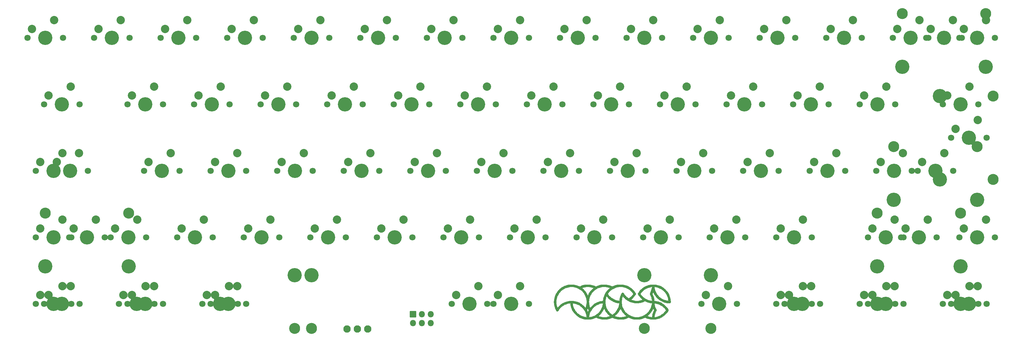
<source format=gbr>
G04 #@! TF.GenerationSoftware,KiCad,Pcbnew,(5.99.0-4079-gfad0916f0)*
G04 #@! TF.CreationDate,2020-11-18T01:00:13-05:00*
G04 #@! TF.ProjectId,plain60-c,706c6169-6e36-4302-9d63-2e6b69636164,rev?*
G04 #@! TF.SameCoordinates,Original*
G04 #@! TF.FileFunction,Soldermask,Top*
G04 #@! TF.FilePolarity,Negative*
%FSLAX46Y46*%
G04 Gerber Fmt 4.6, Leading zero omitted, Abs format (unit mm)*
G04 Created by KiCad (PCBNEW (5.99.0-4079-gfad0916f0)) date 2020-11-18 01:00:13*
%MOMM*%
%LPD*%
G01*
G04 APERTURE LIST*
G04 Aperture macros list*
%AMRoundRect*
0 Rectangle with rounded corners*
0 $1 Rounding radius*
0 $2 $3 $4 $5 $6 $7 $8 $9 X,Y pos of 4 corners*
0 Add a 4 corners polygon primitive as box body*
4,1,4,$2,$3,$4,$5,$6,$7,$8,$9,$2,$3,0*
0 Add four circle primitives for the rounded corners*
1,1,$1+$1,$2,$3,0*
1,1,$1+$1,$4,$5,0*
1,1,$1+$1,$6,$7,0*
1,1,$1+$1,$8,$9,0*
0 Add four rect primitives between the rounded corners*
20,1,$1+$1,$2,$3,$4,$5,0*
20,1,$1+$1,$4,$5,$6,$7,0*
20,1,$1+$1,$6,$7,$8,$9,0*
20,1,$1+$1,$8,$9,$2,$3,0*%
G04 Aperture macros list end*
%ADD10C,0.050000*%
%ADD11C,2.388000*%
%ADD12C,4.089800*%
%ADD13C,1.803800*%
%ADD14C,3.150000*%
%ADD15C,2.102000*%
%ADD16RoundRect,0.051000X-0.850000X0.850000X-0.850000X-0.850000X0.850000X-0.850000X0.850000X0.850000X0*%
%ADD17O,1.802000X1.802000*%
G04 APERTURE END LIST*
G36*
X155102868Y-85003709D02*
G01*
X155105989Y-84863501D01*
X155111209Y-84734441D01*
X155118527Y-84622155D01*
X155127943Y-84532270D01*
X155128518Y-84528109D01*
X155194658Y-84146915D01*
X155284018Y-83781454D01*
X155397258Y-83430187D01*
X155535041Y-83091574D01*
X155698029Y-82764073D01*
X155886884Y-82446145D01*
X156102267Y-82136249D01*
X156223974Y-81979010D01*
X156291983Y-81898421D01*
X156376517Y-81804941D01*
X156472298Y-81703893D01*
X156574046Y-81600603D01*
X156676482Y-81500394D01*
X156774328Y-81408591D01*
X156862305Y-81330518D01*
X156890036Y-81307217D01*
X157185391Y-81081241D01*
X157495969Y-80877573D01*
X157819583Y-80697263D01*
X158154046Y-80541361D01*
X158497173Y-80410918D01*
X158846778Y-80306982D01*
X159087573Y-80251886D01*
X159215718Y-80226764D01*
X159327690Y-80206630D01*
X159429310Y-80190954D01*
X159526397Y-80179207D01*
X159624773Y-80170859D01*
X159730256Y-80165380D01*
X159848667Y-80162242D01*
X159985826Y-80160915D01*
X160089083Y-80160774D01*
X160243462Y-80161467D01*
X160375235Y-80163637D01*
X160490189Y-80167816D01*
X160594115Y-80174536D01*
X160692802Y-80184329D01*
X160792038Y-80197728D01*
X160897612Y-80215263D01*
X161015314Y-80237468D01*
X161093083Y-80253033D01*
X161438581Y-80337014D01*
X161783845Y-80448308D01*
X162125992Y-80585943D01*
X162256562Y-80645885D01*
X162435226Y-80730790D01*
X162573229Y-80661510D01*
X162887629Y-80518936D01*
X163219589Y-80397848D01*
X163567572Y-80298701D01*
X163930042Y-80221944D01*
X164215873Y-80178658D01*
X164296188Y-80171138D01*
X164399247Y-80165498D01*
X164519454Y-80161706D01*
X164651218Y-80159730D01*
X164788945Y-80159537D01*
X164927042Y-80161095D01*
X165059914Y-80164370D01*
X165181971Y-80169331D01*
X165287616Y-80175944D01*
X165371259Y-80184178D01*
X165380750Y-80185438D01*
X165753803Y-80249294D01*
X166112375Y-80335571D01*
X166455183Y-80443885D01*
X166780945Y-80573850D01*
X166967642Y-80662040D01*
X167106911Y-80731928D01*
X167206274Y-80681813D01*
X167530712Y-80533449D01*
X167869895Y-80407599D01*
X168219891Y-80305367D01*
X168576770Y-80227857D01*
X168936600Y-80176173D01*
X169043619Y-80165946D01*
X169148299Y-80159587D01*
X169272592Y-80156052D01*
X169409797Y-80155197D01*
X169553213Y-80156878D01*
X169696139Y-80160953D01*
X169831874Y-80167277D01*
X169953717Y-80175706D01*
X170054967Y-80186098D01*
X170068669Y-80187914D01*
X170440836Y-80251580D01*
X170798205Y-80337924D01*
X171139725Y-80446630D01*
X171464342Y-80577385D01*
X171621179Y-80651527D01*
X171788621Y-80734850D01*
X171955015Y-80651557D01*
X172262298Y-80512745D01*
X172586729Y-80394935D01*
X172925520Y-80298891D01*
X173275881Y-80225373D01*
X173635023Y-80175145D01*
X173733770Y-80165620D01*
X173832088Y-80159515D01*
X173950890Y-80156089D01*
X174083560Y-80155196D01*
X174223485Y-80156694D01*
X174364051Y-80160438D01*
X174498645Y-80166284D01*
X174620653Y-80174089D01*
X174723461Y-80183708D01*
X174756589Y-80187874D01*
X175139427Y-80254070D01*
X175508813Y-80345247D01*
X175865139Y-80461580D01*
X176208795Y-80603238D01*
X176540172Y-80770395D01*
X176859662Y-80963221D01*
X177167656Y-81181888D01*
X177345845Y-81324518D01*
X177569734Y-81525507D01*
X177788779Y-81749346D01*
X177998034Y-81990472D01*
X178192551Y-82243323D01*
X178297825Y-82394890D01*
X178362564Y-82493803D01*
X178411889Y-82574093D01*
X178447650Y-82639700D01*
X178471699Y-82694567D01*
X178485884Y-82742635D01*
X178492058Y-82787845D01*
X178492718Y-82810032D01*
X178490556Y-82849887D01*
X178482871Y-82889736D01*
X178467868Y-82933283D01*
X178443752Y-82984231D01*
X178408725Y-83046284D01*
X178360994Y-83123146D01*
X178298762Y-83218519D01*
X178283520Y-83241490D01*
X178129967Y-83457339D01*
X177957188Y-83673451D01*
X177770828Y-83883621D01*
X177576532Y-84081642D01*
X177379945Y-84261310D01*
X177280741Y-84343779D01*
X177112892Y-84478389D01*
X177188404Y-84511984D01*
X177231060Y-84529356D01*
X177292816Y-84552447D01*
X177365696Y-84578361D01*
X177441724Y-84604203D01*
X177448591Y-84606473D01*
X177788203Y-84703818D01*
X178130555Y-84773004D01*
X178474780Y-84814052D01*
X178820013Y-84826984D01*
X179165387Y-84811823D01*
X179510037Y-84768589D01*
X179853096Y-84697307D01*
X180193697Y-84597996D01*
X180378443Y-84531904D01*
X180509749Y-84481812D01*
X180392649Y-84390329D01*
X180112539Y-84153503D01*
X179849986Y-83894520D01*
X179605538Y-83613982D01*
X179379744Y-83312491D01*
X179294745Y-83186120D01*
X179228743Y-83081992D01*
X179179266Y-82996160D01*
X179145023Y-82924789D01*
X179124725Y-82864042D01*
X179117083Y-82810081D01*
X179117152Y-82809133D01*
X179809643Y-82809133D01*
X179873612Y-82905058D01*
X179986567Y-83062942D01*
X180118704Y-83228185D01*
X180264265Y-83394535D01*
X180417493Y-83555742D01*
X180572629Y-83705555D01*
X180723915Y-83837723D01*
X180758546Y-83865753D01*
X181043547Y-84074768D01*
X181342751Y-84259700D01*
X181654621Y-84419796D01*
X181977621Y-84554307D01*
X182310217Y-84662481D01*
X182476866Y-84705797D01*
X182592427Y-84731622D01*
X182713717Y-84755616D01*
X182833858Y-84776641D01*
X182945969Y-84793557D01*
X183043174Y-84805228D01*
X183107188Y-84810097D01*
X183154488Y-84812225D01*
X183145191Y-84716336D01*
X183107335Y-84435466D01*
X183048629Y-84149847D01*
X182970939Y-83865436D01*
X182876133Y-83588187D01*
X182766077Y-83324055D01*
X182642638Y-83078996D01*
X182618641Y-83036498D01*
X182586352Y-82979039D01*
X182565991Y-82936906D01*
X182554795Y-82901106D01*
X182550003Y-82862646D01*
X182548854Y-82812532D01*
X182548841Y-82809205D01*
X182549298Y-82762119D01*
X182552662Y-82725599D01*
X182561364Y-82692109D01*
X182577832Y-82654112D01*
X182604497Y-82604073D01*
X182629042Y-82560473D01*
X182753191Y-82319057D01*
X182864488Y-82057569D01*
X182961016Y-81782161D01*
X183040860Y-81498982D01*
X183102102Y-81214183D01*
X183142828Y-80933916D01*
X183146338Y-80899944D01*
X183155992Y-80801925D01*
X183044014Y-80811753D01*
X182735948Y-80852295D01*
X182424920Y-80919561D01*
X182113843Y-81012478D01*
X181805633Y-81129970D01*
X181503205Y-81270966D01*
X181209474Y-81434392D01*
X181013571Y-81559552D01*
X180829565Y-81693892D01*
X180642214Y-81849649D01*
X180456906Y-82021403D01*
X180279029Y-82203734D01*
X180113972Y-82391225D01*
X179967123Y-82578455D01*
X179887623Y-82691971D01*
X179809643Y-82809133D01*
X179117152Y-82809133D01*
X179120809Y-82759070D01*
X179134215Y-82708333D01*
X179151045Y-82670990D01*
X179181626Y-82614984D01*
X179223195Y-82544769D01*
X179272986Y-82464800D01*
X179328233Y-82379531D01*
X179386171Y-82293416D01*
X179436443Y-82221514D01*
X179620035Y-81982563D01*
X179825529Y-81748116D01*
X180047244Y-81523857D01*
X180279495Y-81315467D01*
X180516598Y-81128629D01*
X180563011Y-81095123D01*
X180882404Y-80884565D01*
X181030033Y-80801737D01*
X183816594Y-80801737D01*
X183826297Y-80892747D01*
X183877629Y-81246799D01*
X183955094Y-81590035D01*
X184058975Y-81923426D01*
X184189553Y-82247941D01*
X184267991Y-82413290D01*
X184437188Y-82720786D01*
X184628521Y-83011132D01*
X184840832Y-83283451D01*
X185072965Y-83536863D01*
X185323763Y-83770488D01*
X185592067Y-83983447D01*
X185876722Y-84174860D01*
X186176570Y-84343847D01*
X186490454Y-84489530D01*
X186817218Y-84611029D01*
X187155703Y-84707464D01*
X187339749Y-84748170D01*
X187415006Y-84762106D01*
X187499733Y-84776063D01*
X187586405Y-84788977D01*
X187667496Y-84799780D01*
X187735481Y-84807407D01*
X187781730Y-84810762D01*
X187829859Y-84812225D01*
X187820201Y-84702130D01*
X187780140Y-84397803D01*
X187713780Y-84090308D01*
X187622482Y-83782969D01*
X187507609Y-83479114D01*
X187370520Y-83182067D01*
X187212576Y-82895156D01*
X187035140Y-82621706D01*
X186888656Y-82425648D01*
X186825336Y-82350040D01*
X186746068Y-82261778D01*
X186655816Y-82165866D01*
X186559541Y-82067306D01*
X186462207Y-81971100D01*
X186368777Y-81882251D01*
X186284213Y-81805762D01*
X186220683Y-81752336D01*
X186055988Y-81628827D01*
X185872863Y-81505394D01*
X185679093Y-81386654D01*
X185482462Y-81277219D01*
X185290758Y-81181706D01*
X185162349Y-81125055D01*
X184948954Y-81043795D01*
X184724439Y-80971341D01*
X184496037Y-80909533D01*
X184270982Y-80860208D01*
X184056507Y-80825204D01*
X183926597Y-80811035D01*
X183816594Y-80801737D01*
X181030033Y-80801737D01*
X181211435Y-80699961D01*
X181549126Y-80541738D01*
X181894502Y-80410326D01*
X182246583Y-80306154D01*
X182484553Y-80252049D01*
X182612638Y-80227060D01*
X182724850Y-80207023D01*
X182827014Y-80191405D01*
X182924956Y-80179676D01*
X183024502Y-80171306D01*
X183131476Y-80165763D01*
X183251705Y-80162517D01*
X183391014Y-80161036D01*
X183486063Y-80160774D01*
X183638728Y-80161199D01*
X183768816Y-80163086D01*
X183882148Y-80166965D01*
X183984544Y-80173366D01*
X184081824Y-80182817D01*
X184179807Y-80195849D01*
X184284315Y-80212991D01*
X184401166Y-80234773D01*
X184487573Y-80251886D01*
X184815527Y-80329481D01*
X185133130Y-80428842D01*
X185446661Y-80552113D01*
X185673759Y-80657049D01*
X185963028Y-80808770D01*
X186230146Y-80970349D01*
X186480773Y-81145823D01*
X186720567Y-81339230D01*
X186955187Y-81554608D01*
X187016530Y-81615195D01*
X187273642Y-81891512D01*
X187505703Y-82180559D01*
X187713813Y-82483966D01*
X187899072Y-82803359D01*
X188062583Y-83140366D01*
X188088899Y-83200937D01*
X188197648Y-83482014D01*
X188290545Y-83777085D01*
X188366336Y-84080194D01*
X188423766Y-84385383D01*
X188461581Y-84686697D01*
X188478525Y-84978178D01*
X188479359Y-85054353D01*
X188479127Y-85128672D01*
X188477578Y-85181266D01*
X188473502Y-85218822D01*
X188465691Y-85248026D01*
X188452937Y-85275565D01*
X188434029Y-85308124D01*
X188433239Y-85309440D01*
X188394288Y-85364405D01*
X188349572Y-85403361D01*
X188310867Y-85426010D01*
X188272598Y-85444512D01*
X188238245Y-85456185D01*
X188199299Y-85462557D01*
X188147253Y-85465157D01*
X188090677Y-85465546D01*
X187779452Y-85452966D01*
X187459439Y-85416628D01*
X187135474Y-85357706D01*
X186812397Y-85277373D01*
X186495044Y-85176802D01*
X186188254Y-85057166D01*
X185948960Y-84946162D01*
X185687819Y-84807431D01*
X185446947Y-84661878D01*
X185220311Y-84505136D01*
X185001880Y-84332837D01*
X184785619Y-84140616D01*
X184636277Y-83995848D01*
X184458249Y-83811185D01*
X184300375Y-83632398D01*
X184157375Y-83452699D01*
X184023968Y-83265302D01*
X183894875Y-83063419D01*
X183841627Y-82974302D01*
X183794875Y-82890799D01*
X183742014Y-82790086D01*
X183686750Y-82679789D01*
X183632788Y-82567534D01*
X183583834Y-82460948D01*
X183543593Y-82367658D01*
X183528381Y-82329633D01*
X183488578Y-82226514D01*
X183422134Y-82386456D01*
X183388070Y-82465852D01*
X183349488Y-82551711D01*
X183312011Y-82631685D01*
X183290529Y-82675415D01*
X183225367Y-82804433D01*
X183302762Y-82963189D01*
X183453220Y-83303806D01*
X183577481Y-83654102D01*
X183674977Y-84012062D01*
X183745139Y-84375668D01*
X183779653Y-84652689D01*
X183797243Y-84837197D01*
X183918666Y-84846704D01*
X184106188Y-84866663D01*
X184309900Y-84897752D01*
X184520671Y-84938215D01*
X184729368Y-84986298D01*
X184926860Y-85040248D01*
X184927953Y-85040574D01*
X185272307Y-85157945D01*
X185607515Y-85301250D01*
X185931822Y-85469148D01*
X186243472Y-85660298D01*
X186540708Y-85873357D01*
X186821774Y-86106986D01*
X187084915Y-86359841D01*
X187328373Y-86630581D01*
X187550394Y-86917866D01*
X187721095Y-87174308D01*
X187771905Y-87258148D01*
X187808460Y-87323747D01*
X187832705Y-87376207D01*
X187846585Y-87420629D01*
X187852043Y-87462115D01*
X187851025Y-87505765D01*
X187850375Y-87513469D01*
X187844662Y-87554127D01*
X187833570Y-87593138D01*
X187814276Y-87637230D01*
X187783954Y-87693131D01*
X187752735Y-87746094D01*
X187562124Y-88037152D01*
X187346918Y-88317579D01*
X187109788Y-88584725D01*
X186853408Y-88835942D01*
X186580448Y-89068581D01*
X186293581Y-89279991D01*
X186046710Y-89437516D01*
X185744863Y-89603967D01*
X185437288Y-89747217D01*
X185120701Y-89868387D01*
X184791815Y-89968595D01*
X184447345Y-90048960D01*
X184084006Y-90110601D01*
X184061398Y-90113747D01*
X183989720Y-90120916D01*
X183894840Y-90126396D01*
X183781916Y-90130219D01*
X183656106Y-90132418D01*
X183522566Y-90133025D01*
X183386456Y-90132073D01*
X183252932Y-90129595D01*
X183127152Y-90125622D01*
X183014274Y-90120188D01*
X182919456Y-90113325D01*
X182855152Y-90106144D01*
X182477546Y-90039656D01*
X182113548Y-89949762D01*
X181764352Y-89836827D01*
X181431153Y-89701215D01*
X181258379Y-89618726D01*
X181147363Y-89562815D01*
X180981366Y-89643574D01*
X180657330Y-89787194D01*
X180324306Y-89906759D01*
X179979252Y-90003198D01*
X179619124Y-90077436D01*
X179487126Y-90098619D01*
X179385247Y-90110873D01*
X179261523Y-90121053D01*
X179122456Y-90128999D01*
X178974546Y-90134550D01*
X178824297Y-90137547D01*
X178678210Y-90137829D01*
X178542785Y-90135237D01*
X178424526Y-90129610D01*
X178377370Y-90125931D01*
X178019543Y-90080453D01*
X177665288Y-90009733D01*
X177318353Y-89914827D01*
X176982488Y-89796790D01*
X176661443Y-89656678D01*
X176596275Y-89624558D01*
X176468455Y-89560240D01*
X176333467Y-89627895D01*
X176013346Y-89773088D01*
X175678011Y-89895931D01*
X175330975Y-89995436D01*
X174975753Y-90070617D01*
X174615861Y-90120487D01*
X174559409Y-90125931D01*
X174451306Y-90133017D01*
X174323025Y-90136995D01*
X174181069Y-90138025D01*
X174031939Y-90136265D01*
X173882138Y-90131878D01*
X173738166Y-90125021D01*
X173606526Y-90115857D01*
X173493719Y-90104544D01*
X173449653Y-90098619D01*
X173073914Y-90029501D01*
X172710134Y-89936137D01*
X172359899Y-89819011D01*
X172024793Y-89678605D01*
X171940285Y-89638320D01*
X171787573Y-89563624D01*
X171634860Y-89638320D01*
X171304037Y-89784557D01*
X170956984Y-89907623D01*
X170594066Y-90007407D01*
X170215645Y-90083803D01*
X170067116Y-90106784D01*
X169991965Y-90114901D01*
X169894244Y-90121574D01*
X169779178Y-90126772D01*
X169651992Y-90130466D01*
X169517912Y-90132623D01*
X169382164Y-90133215D01*
X169249973Y-90132210D01*
X169126565Y-90129578D01*
X169017166Y-90125289D01*
X168927001Y-90119312D01*
X168875381Y-90113735D01*
X168504737Y-90051978D01*
X168153982Y-89971137D01*
X167821543Y-89870743D01*
X167505847Y-89750332D01*
X167247381Y-89630834D01*
X167109817Y-89561775D01*
X166957854Y-89636845D01*
X166621119Y-89787374D01*
X166273112Y-89911903D01*
X165914346Y-90010288D01*
X165545332Y-90082380D01*
X165275935Y-90117678D01*
X165200307Y-90123807D01*
X165103440Y-90128922D01*
X164991621Y-90132940D01*
X164871135Y-90135776D01*
X164748269Y-90137348D01*
X164629308Y-90137570D01*
X164520540Y-90136359D01*
X164428250Y-90133630D01*
X164365034Y-90129855D01*
X163995170Y-90084891D01*
X163631940Y-90013194D01*
X163276751Y-89915584D01*
X162931004Y-89792882D01*
X162596106Y-89645907D01*
X162273459Y-89475480D01*
X161964468Y-89282421D01*
X161670537Y-89067550D01*
X161393070Y-88831688D01*
X161133472Y-88575654D01*
X160893146Y-88300270D01*
X160673497Y-88006356D01*
X160636374Y-87951711D01*
X160433077Y-87624036D01*
X160257286Y-87289464D01*
X160108843Y-86947564D01*
X159987588Y-86597905D01*
X159893363Y-86240059D01*
X159826009Y-85873596D01*
X159803793Y-85700089D01*
X159795228Y-85625525D01*
X159787301Y-85561528D01*
X159780684Y-85513154D01*
X159776048Y-85485459D01*
X159774685Y-85480950D01*
X159759371Y-85480395D01*
X159721143Y-85483051D01*
X159665258Y-85488446D01*
X159596975Y-85496112D01*
X159573989Y-85498891D01*
X159224381Y-85555910D01*
X158883794Y-85639553D01*
X158553401Y-85749141D01*
X158234371Y-85883991D01*
X157927877Y-86043424D01*
X157635089Y-86226757D01*
X157357178Y-86433311D01*
X157095317Y-86662405D01*
X156850675Y-86913357D01*
X156624424Y-87185487D01*
X156586467Y-87235694D01*
X156533440Y-87308911D01*
X156478450Y-87388307D01*
X156427920Y-87464413D01*
X156388270Y-87527762D01*
X156387586Y-87528913D01*
X156339763Y-87607432D01*
X156301133Y-87665300D01*
X156267838Y-87707103D01*
X156236020Y-87737426D01*
X156201819Y-87760855D01*
X156184248Y-87770568D01*
X156109698Y-87795622D01*
X156025535Y-87801743D01*
X155943322Y-87788939D01*
X155896190Y-87770357D01*
X155858970Y-87747672D01*
X155824845Y-87718720D01*
X155791107Y-87679810D01*
X155755050Y-87627250D01*
X155713965Y-87557348D01*
X155665147Y-87466414D01*
X155645577Y-87428634D01*
X155501510Y-87125398D01*
X155380141Y-86818550D01*
X155280027Y-86503454D01*
X155199730Y-86175476D01*
X155137808Y-85829980D01*
X155128285Y-85764015D01*
X155118789Y-85675063D01*
X155111398Y-85563504D01*
X155106111Y-85434963D01*
X155102928Y-85295066D01*
X155101894Y-85155660D01*
X155737082Y-85155660D01*
X155740264Y-85304610D01*
X155746492Y-85451593D01*
X155755564Y-85589349D01*
X155767277Y-85710616D01*
X155775912Y-85775220D01*
X155811096Y-85978053D01*
X155853512Y-86170941D01*
X155905346Y-86361778D01*
X155968783Y-86558461D01*
X156046008Y-86768883D01*
X156063111Y-86812831D01*
X156069955Y-86826099D01*
X156079018Y-86828896D01*
X156093786Y-86818421D01*
X156117745Y-86791877D01*
X156154381Y-86746464D01*
X156169268Y-86727596D01*
X156214268Y-86672094D01*
X156271750Y-86603615D01*
X156334956Y-86530087D01*
X156397131Y-86459441D01*
X156409471Y-86445663D01*
X156640600Y-86208108D01*
X156894980Y-85982968D01*
X157169331Y-85772497D01*
X157460372Y-85578948D01*
X157638670Y-85476827D01*
X160420492Y-85476827D01*
X160429987Y-85560046D01*
X160469887Y-85849618D01*
X160521973Y-86119049D01*
X160588122Y-86374669D01*
X160670208Y-86622812D01*
X160770105Y-86869809D01*
X160889689Y-87121992D01*
X160896231Y-87134876D01*
X161067045Y-87439391D01*
X161260322Y-87727091D01*
X161474955Y-87997025D01*
X161709835Y-88248239D01*
X161963855Y-88479783D01*
X162235907Y-88690704D01*
X162524882Y-88880050D01*
X162829673Y-89046869D01*
X163149171Y-89190208D01*
X163392303Y-89279892D01*
X163519448Y-89319838D01*
X163656826Y-89358025D01*
X163798894Y-89393283D01*
X163940110Y-89424440D01*
X164074930Y-89450325D01*
X164197812Y-89469766D01*
X164303213Y-89481594D01*
X164361482Y-89484679D01*
X164428960Y-89485939D01*
X164428960Y-89427387D01*
X165110839Y-89427387D01*
X165112142Y-89464480D01*
X165120952Y-89481230D01*
X165144618Y-89485705D01*
X165164111Y-89485862D01*
X165198080Y-89483774D01*
X165252975Y-89478119D01*
X165321650Y-89469722D01*
X165396960Y-89459404D01*
X165409217Y-89457620D01*
X165749482Y-89393448D01*
X166082182Y-89302398D01*
X166405815Y-89185347D01*
X166462514Y-89159598D01*
X167751682Y-89159598D01*
X167819879Y-89188838D01*
X167974789Y-89248742D01*
X168151342Y-89305747D01*
X168342799Y-89358234D01*
X168542421Y-89404585D01*
X168743467Y-89443182D01*
X168939198Y-89472406D01*
X169052953Y-89484925D01*
X169134626Y-89490176D01*
X169237864Y-89493189D01*
X169356251Y-89494097D01*
X169483372Y-89493035D01*
X169612813Y-89490137D01*
X169738158Y-89485538D01*
X169852993Y-89479371D01*
X169950904Y-89471770D01*
X170011846Y-89464871D01*
X170315511Y-89413626D01*
X170605297Y-89344963D01*
X170891556Y-89256299D01*
X170993033Y-89219987D01*
X171050836Y-89197889D01*
X171097176Y-89178799D01*
X171126538Y-89165077D01*
X171134105Y-89159644D01*
X171132322Y-89157711D01*
X172444521Y-89157711D01*
X172455369Y-89166536D01*
X172488635Y-89182421D01*
X172539725Y-89203615D01*
X172604044Y-89228367D01*
X172676999Y-89254927D01*
X172753997Y-89281544D01*
X172830444Y-89306467D01*
X172854466Y-89313930D01*
X173052326Y-89368098D01*
X173267302Y-89415446D01*
X173488499Y-89453881D01*
X173705017Y-89481313D01*
X173747956Y-89485398D01*
X173844706Y-89491763D01*
X173960959Y-89495833D01*
X174088128Y-89497610D01*
X174217623Y-89497093D01*
X174340853Y-89494285D01*
X174449231Y-89489188D01*
X174500884Y-89485275D01*
X174710804Y-89461263D01*
X174925190Y-89427480D01*
X175130131Y-89386216D01*
X175195000Y-89370935D01*
X175272648Y-89350472D01*
X175361537Y-89324773D01*
X175455722Y-89295789D01*
X175549255Y-89265472D01*
X175636189Y-89235775D01*
X175710579Y-89208649D01*
X175766477Y-89186047D01*
X175785657Y-89177040D01*
X175827422Y-89155685D01*
X175785657Y-89125482D01*
X175725825Y-89079766D01*
X175651326Y-89019106D01*
X175567811Y-88948417D01*
X175480929Y-88872619D01*
X175396329Y-88796627D01*
X175319662Y-88725359D01*
X175265732Y-88672950D01*
X175036943Y-88426483D01*
X174821682Y-88159233D01*
X174622860Y-87875686D01*
X174443392Y-87580327D01*
X174286190Y-87277641D01*
X174154168Y-86972113D01*
X174144248Y-86946279D01*
X174136494Y-86928834D01*
X174129055Y-86925290D01*
X174119117Y-86939017D01*
X174103867Y-86973382D01*
X174087414Y-87014312D01*
X174012042Y-87189718D01*
X173921272Y-87377225D01*
X173819522Y-87568573D01*
X173711209Y-87755502D01*
X173600751Y-87929752D01*
X173586013Y-87951711D01*
X173437955Y-88156626D01*
X173270359Y-88363829D01*
X173089220Y-88566768D01*
X172900537Y-88758890D01*
X172710306Y-88933643D01*
X172611510Y-89016490D01*
X172553813Y-89063570D01*
X172504557Y-89104505D01*
X172467724Y-89135928D01*
X172447297Y-89154471D01*
X172444521Y-89157711D01*
X171132322Y-89157711D01*
X171123625Y-89148283D01*
X171094874Y-89122772D01*
X171051888Y-89086558D01*
X170998702Y-89043088D01*
X170981393Y-89029174D01*
X170708920Y-88793001D01*
X170453242Y-88534867D01*
X170215840Y-88256740D01*
X169998193Y-87960590D01*
X169801781Y-87648384D01*
X169628084Y-87322093D01*
X169520412Y-87085438D01*
X169488948Y-87012971D01*
X169466000Y-86964630D01*
X169450143Y-86937926D01*
X169439950Y-86930371D01*
X169434975Y-86936277D01*
X169356561Y-87131263D01*
X169259906Y-87338005D01*
X169148466Y-87549914D01*
X169025695Y-87760401D01*
X168902616Y-87951711D01*
X168681952Y-88253189D01*
X168439733Y-88536306D01*
X168175624Y-88801423D01*
X167894010Y-89045114D01*
X167751682Y-89159598D01*
X166462514Y-89159598D01*
X166718883Y-89043173D01*
X167019886Y-88876753D01*
X167307326Y-88686966D01*
X167579702Y-88474688D01*
X167835516Y-88240799D01*
X168073268Y-87986175D01*
X168212134Y-87816756D01*
X168342904Y-87636725D01*
X168471615Y-87436604D01*
X168594012Y-87224119D01*
X168705844Y-87006998D01*
X168802856Y-86792967D01*
X168868980Y-86623467D01*
X168910266Y-86499840D01*
X168951834Y-86360666D01*
X168991260Y-86215130D01*
X169026123Y-86072419D01*
X169054003Y-85941717D01*
X169065584Y-85877662D01*
X169077697Y-85800259D01*
X169088827Y-85721195D01*
X169098384Y-85645669D01*
X169105780Y-85578878D01*
X169110427Y-85526020D01*
X169111737Y-85492293D01*
X169110281Y-85482770D01*
X169094763Y-85482249D01*
X169056566Y-85485053D01*
X169001160Y-85490678D01*
X168934017Y-85498620D01*
X168922385Y-85500094D01*
X168569398Y-85559009D01*
X168227193Y-85644173D01*
X167895569Y-85755670D01*
X167574324Y-85893585D01*
X167263257Y-86058000D01*
X166962168Y-86249001D01*
X166744880Y-86408116D01*
X166661451Y-86476776D01*
X166565409Y-86562353D01*
X166461984Y-86659654D01*
X166356405Y-86763486D01*
X166253904Y-86868656D01*
X166159710Y-86969972D01*
X166079054Y-87062242D01*
X166048622Y-87099362D01*
X165870766Y-87340562D01*
X165705521Y-87601677D01*
X165556068Y-87876575D01*
X165425591Y-88159126D01*
X165317274Y-88443199D01*
X165265470Y-88607581D01*
X165235187Y-88719162D01*
X165205990Y-88839746D01*
X165178911Y-88963865D01*
X165154980Y-89086050D01*
X165135229Y-89200832D01*
X165120691Y-89302744D01*
X165112395Y-89386315D01*
X165110839Y-89427387D01*
X164428960Y-89427387D01*
X164426009Y-89374430D01*
X164417789Y-89300014D01*
X164405250Y-89210405D01*
X164389339Y-89111866D01*
X164371007Y-89010664D01*
X164351202Y-88913061D01*
X164350671Y-88910603D01*
X164283492Y-88640004D01*
X164200810Y-88380817D01*
X164099348Y-88123587D01*
X164010956Y-87930402D01*
X163846072Y-87620568D01*
X163757910Y-87482551D01*
X164509781Y-87482551D01*
X164595073Y-87663859D01*
X164630655Y-87740646D01*
X164665944Y-87818801D01*
X164697049Y-87889585D01*
X164720081Y-87944261D01*
X164721581Y-87947984D01*
X164741832Y-87996402D01*
X164758559Y-88032557D01*
X164768767Y-88050077D01*
X164769900Y-88050801D01*
X164778132Y-88038608D01*
X164793590Y-88006277D01*
X164813279Y-87960179D01*
X164818218Y-87947984D01*
X164840360Y-87895128D01*
X164870916Y-87825402D01*
X164905994Y-87747544D01*
X164941704Y-87670292D01*
X164944718Y-87663876D01*
X165030002Y-87482585D01*
X164928363Y-87271485D01*
X164894424Y-87200549D01*
X164865294Y-87138812D01*
X164843026Y-87090693D01*
X164829670Y-87060609D01*
X164826723Y-87052639D01*
X164821544Y-87036258D01*
X164808265Y-87002640D01*
X164797134Y-86976239D01*
X164767544Y-86907583D01*
X164719989Y-87025075D01*
X164694378Y-87085794D01*
X164660778Y-87161858D01*
X164623740Y-87243118D01*
X164591108Y-87312559D01*
X164509781Y-87482551D01*
X163757910Y-87482551D01*
X163659237Y-87328082D01*
X163451589Y-87053740D01*
X163224271Y-86798339D01*
X162978421Y-86562674D01*
X162715179Y-86347542D01*
X162435687Y-86153739D01*
X162141084Y-85982060D01*
X161832510Y-85833302D01*
X161511106Y-85708261D01*
X161178011Y-85607732D01*
X160834366Y-85532513D01*
X160510492Y-85486413D01*
X160420492Y-85476827D01*
X157638670Y-85476827D01*
X157764822Y-85404573D01*
X158079402Y-85251627D01*
X158256533Y-85177065D01*
X158559817Y-85067701D01*
X158869411Y-84978961D01*
X159190675Y-84909527D01*
X159528971Y-84858081D01*
X159577674Y-84852276D01*
X159655163Y-84845645D01*
X159754986Y-84840592D01*
X159871111Y-84837118D01*
X159997503Y-84835221D01*
X160128128Y-84834903D01*
X160256954Y-84836163D01*
X160377948Y-84839000D01*
X160485074Y-84843416D01*
X160572301Y-84849411D01*
X160600492Y-84852276D01*
X160983171Y-84910032D01*
X161355371Y-84993527D01*
X161716196Y-85102270D01*
X162064747Y-85235770D01*
X162400125Y-85393537D01*
X162721434Y-85575079D01*
X163027775Y-85779906D01*
X163318250Y-86007526D01*
X163591961Y-86257449D01*
X163848010Y-86529183D01*
X163998931Y-86710201D01*
X164038350Y-86758854D01*
X164071412Y-86797929D01*
X164094137Y-86822828D01*
X164102164Y-86829451D01*
X164110275Y-86816777D01*
X164125569Y-86781982D01*
X164146274Y-86729911D01*
X164170617Y-86665404D01*
X164196824Y-86593306D01*
X164223122Y-86518459D01*
X164247739Y-86445705D01*
X164268902Y-86379888D01*
X164278996Y-86346454D01*
X164333268Y-86142852D01*
X164375189Y-85943573D01*
X164405852Y-85741098D01*
X164426349Y-85527914D01*
X164437772Y-85296504D01*
X164439131Y-85244408D01*
X164440108Y-85131856D01*
X165094313Y-85131856D01*
X165104084Y-85452064D01*
X165134386Y-85757790D01*
X165186118Y-86055094D01*
X165260182Y-86350033D01*
X165290250Y-86449702D01*
X165314954Y-86525338D01*
X165341558Y-86601728D01*
X165368220Y-86674133D01*
X165393098Y-86737817D01*
X165414350Y-86788043D01*
X165430134Y-86820072D01*
X165437905Y-86829451D01*
X165450534Y-86818965D01*
X165476557Y-86790521D01*
X165511998Y-86748648D01*
X165547132Y-86705150D01*
X165785518Y-86426819D01*
X166043890Y-86167837D01*
X166320663Y-85929064D01*
X166614251Y-85711358D01*
X166923069Y-85515580D01*
X167245530Y-85342588D01*
X167384297Y-85280635D01*
X169772896Y-85280635D01*
X169796752Y-85626255D01*
X169847644Y-85969096D01*
X169877127Y-86111773D01*
X169965981Y-86443601D01*
X170081245Y-86766502D01*
X170221911Y-87078998D01*
X170386970Y-87379610D01*
X170575414Y-87666858D01*
X170786234Y-87939264D01*
X171018422Y-88195349D01*
X171270970Y-88433633D01*
X171542870Y-88652639D01*
X171672904Y-88745634D01*
X171720670Y-88777800D01*
X171759563Y-88802667D01*
X171783751Y-88816565D01*
X171788356Y-88818266D01*
X171803059Y-88810549D01*
X171836313Y-88789423D01*
X171883496Y-88757926D01*
X171939991Y-88719092D01*
X171952744Y-88710192D01*
X172228666Y-88500001D01*
X172486365Y-88268810D01*
X172724628Y-88018248D01*
X172942238Y-87749940D01*
X173137980Y-87465513D01*
X173310637Y-87166594D01*
X173458995Y-86854810D01*
X173581836Y-86531788D01*
X173582678Y-86529268D01*
X173636334Y-86354326D01*
X173684627Y-86169241D01*
X173725829Y-85982124D01*
X173758215Y-85801090D01*
X173780058Y-85634254D01*
X173785119Y-85577792D01*
X173794477Y-85455494D01*
X173675337Y-85445574D01*
X173342814Y-85404951D01*
X173006761Y-85338865D01*
X172672588Y-85248821D01*
X172394640Y-85153165D01*
X174454805Y-85153165D01*
X174468169Y-85505086D01*
X174507483Y-85846355D01*
X174573187Y-86178626D01*
X174665718Y-86503558D01*
X174785513Y-86822805D01*
X174933009Y-87138023D01*
X175023310Y-87305346D01*
X175202264Y-87593674D01*
X175404054Y-87866468D01*
X175626985Y-88122525D01*
X175869362Y-88360647D01*
X176129491Y-88579633D01*
X176405677Y-88778282D01*
X176696225Y-88955395D01*
X176999441Y-89109770D01*
X177313630Y-89240207D01*
X177637097Y-89345507D01*
X177968147Y-89424468D01*
X178031958Y-89436429D01*
X178224451Y-89464900D01*
X178434303Y-89485255D01*
X178652833Y-89497206D01*
X178871361Y-89500464D01*
X179081205Y-89494741D01*
X179273685Y-89479750D01*
X179288244Y-89478122D01*
X179637281Y-89424064D01*
X179977652Y-89343291D01*
X180308177Y-89236496D01*
X180494928Y-89159267D01*
X181802674Y-89159267D01*
X181815495Y-89169022D01*
X181851009Y-89185628D01*
X181904788Y-89207461D01*
X181972406Y-89232898D01*
X182049436Y-89260318D01*
X182131451Y-89288097D01*
X182214025Y-89314613D01*
X182284153Y-89335764D01*
X182491389Y-89389279D01*
X182716537Y-89435262D01*
X182949667Y-89471852D01*
X183109609Y-89490611D01*
X183145226Y-89494548D01*
X183166857Y-89497609D01*
X183168024Y-89497871D01*
X183173243Y-89485959D01*
X183175245Y-89474860D01*
X183819900Y-89474860D01*
X183833607Y-89483068D01*
X183874145Y-89485017D01*
X183940642Y-89480742D01*
X184032222Y-89470279D01*
X184075604Y-89464380D01*
X184425207Y-89400874D01*
X184766874Y-89310268D01*
X185099418Y-89192981D01*
X185421655Y-89049438D01*
X185732399Y-88880058D01*
X185751891Y-88868334D01*
X186025771Y-88686809D01*
X186288837Y-88480835D01*
X186537952Y-88253316D01*
X186769978Y-88007156D01*
X186981778Y-87745261D01*
X187017995Y-87696006D01*
X187071174Y-87622931D01*
X187109522Y-87568577D01*
X187133936Y-87528006D01*
X187145312Y-87496278D01*
X187144548Y-87468455D01*
X187132541Y-87439596D01*
X187110187Y-87404763D01*
X187079027Y-87359953D01*
X186910782Y-87133109D01*
X186721509Y-86910649D01*
X186516685Y-86698160D01*
X186301790Y-86501227D01*
X186082304Y-86325439D01*
X186020281Y-86280420D01*
X185722244Y-86086262D01*
X185412414Y-85917765D01*
X185091729Y-85775294D01*
X184761128Y-85659216D01*
X184421550Y-85569897D01*
X184073933Y-85507703D01*
X184021443Y-85500773D01*
X183951319Y-85492551D01*
X183891769Y-85486732D01*
X183848221Y-85483759D01*
X183826098Y-85484075D01*
X183824581Y-85484687D01*
X183822696Y-85502149D01*
X183825147Y-85542806D01*
X183831282Y-85601882D01*
X183840445Y-85674605D01*
X183851984Y-85756197D01*
X183865244Y-85841886D01*
X183879571Y-85926896D01*
X183894311Y-86006452D01*
X183899816Y-86033926D01*
X183959991Y-86283292D01*
X184038242Y-86537740D01*
X184131515Y-86789037D01*
X184236756Y-87028949D01*
X184350179Y-87247952D01*
X184384669Y-87311121D01*
X184406803Y-87358927D01*
X184419588Y-87399907D01*
X184426029Y-87442598D01*
X184427891Y-87468713D01*
X184429347Y-87501772D01*
X184428493Y-87529762D01*
X184423657Y-87557418D01*
X184413167Y-87589478D01*
X184395353Y-87630678D01*
X184368543Y-87685754D01*
X184331064Y-87759443D01*
X184312580Y-87795447D01*
X184183300Y-88064527D01*
X184076077Y-88326985D01*
X183988251Y-88590208D01*
X183917160Y-88861580D01*
X183899479Y-88941978D01*
X183887496Y-89003338D01*
X183874258Y-89078647D01*
X183860686Y-89161746D01*
X183847699Y-89246476D01*
X183836216Y-89326678D01*
X183827158Y-89396194D01*
X183821445Y-89448864D01*
X183819900Y-89474860D01*
X183175245Y-89474860D01*
X183179311Y-89452325D01*
X183185102Y-89403589D01*
X183186355Y-89390050D01*
X183230714Y-89038049D01*
X183301782Y-88684592D01*
X183398417Y-88333827D01*
X183519475Y-87989901D01*
X183663813Y-87656965D01*
X183664357Y-87655824D01*
X183747988Y-87480686D01*
X183672507Y-87329090D01*
X183635208Y-87251969D01*
X183595962Y-87167203D01*
X183560509Y-87087340D01*
X183542972Y-87045847D01*
X183519925Y-86991137D01*
X183500836Y-86948473D01*
X183488160Y-86923194D01*
X183484449Y-86918668D01*
X183477520Y-86932820D01*
X183462227Y-86967666D01*
X183440988Y-87017612D01*
X183421407Y-87064521D01*
X183273237Y-87387088D01*
X183100231Y-87700965D01*
X182904541Y-88003259D01*
X182688317Y-88291076D01*
X182453712Y-88561526D01*
X182202877Y-88811714D01*
X181975280Y-89008900D01*
X181916167Y-89057370D01*
X181865774Y-89099936D01*
X181827880Y-89133305D01*
X181806264Y-89154185D01*
X181802674Y-89159267D01*
X180494928Y-89159267D01*
X180627673Y-89104372D01*
X180934961Y-88947612D01*
X181228857Y-88766910D01*
X181508182Y-88562958D01*
X181771753Y-88336450D01*
X182018390Y-88088079D01*
X182246910Y-87818538D01*
X182349848Y-87681800D01*
X182530334Y-87409196D01*
X182690969Y-87118633D01*
X182830403Y-86813718D01*
X182947285Y-86498056D01*
X183040265Y-86175252D01*
X183107991Y-85848911D01*
X183146131Y-85556297D01*
X183155539Y-85455123D01*
X183029582Y-85444872D01*
X182735271Y-85409794D01*
X182432203Y-85352634D01*
X182126932Y-85275243D01*
X181826010Y-85179473D01*
X181535991Y-85067174D01*
X181288785Y-84953039D01*
X181149206Y-84882995D01*
X181006463Y-84954627D01*
X180682735Y-85101342D01*
X180343442Y-85224451D01*
X179989012Y-85323828D01*
X179619873Y-85399350D01*
X179337964Y-85439749D01*
X179262489Y-85446411D01*
X179164942Y-85451582D01*
X179051010Y-85455261D01*
X178926378Y-85457446D01*
X178796731Y-85458137D01*
X178667754Y-85457330D01*
X178545134Y-85455024D01*
X178434555Y-85451218D01*
X178341704Y-85445911D01*
X178279631Y-85440053D01*
X177917075Y-85384658D01*
X177572891Y-85310052D01*
X177243455Y-85215007D01*
X176925144Y-85098295D01*
X176614335Y-84958689D01*
X176307404Y-84794962D01*
X176214942Y-84740598D01*
X175977579Y-84586628D01*
X175740296Y-84410861D01*
X175508819Y-84218309D01*
X175288875Y-84013986D01*
X175086189Y-83802904D01*
X174919493Y-83606556D01*
X174874562Y-83550431D01*
X174836348Y-83503592D01*
X174808059Y-83469903D01*
X174792903Y-83453227D01*
X174791257Y-83452152D01*
X174782760Y-83469893D01*
X174767275Y-83509449D01*
X174746623Y-83565621D01*
X174722623Y-83633210D01*
X174697094Y-83707019D01*
X174671856Y-83781849D01*
X174648728Y-83852502D01*
X174629529Y-83913780D01*
X174628477Y-83917259D01*
X174555967Y-84190353D01*
X174503631Y-84464120D01*
X174470548Y-84745101D01*
X174455800Y-85039838D01*
X174454805Y-85153165D01*
X172394640Y-85153165D01*
X172345705Y-85136324D01*
X172031522Y-85002879D01*
X171958987Y-84968088D01*
X171644899Y-84801927D01*
X171351292Y-84621300D01*
X171072376Y-84422567D01*
X170992595Y-84360379D01*
X170923925Y-84302628D01*
X170841298Y-84228069D01*
X170749155Y-84141158D01*
X170651935Y-84046350D01*
X170554077Y-83948100D01*
X170460022Y-83850863D01*
X170374208Y-83759095D01*
X170301077Y-83677251D01*
X170246671Y-83611834D01*
X170203557Y-83557064D01*
X170166474Y-83510122D01*
X170139129Y-83475689D01*
X170125229Y-83458445D01*
X170124707Y-83457831D01*
X170115553Y-83464761D01*
X170099401Y-83494781D01*
X170077796Y-83543885D01*
X170052281Y-83608064D01*
X170024401Y-83683312D01*
X169995699Y-83765621D01*
X169967720Y-83850984D01*
X169946228Y-83921029D01*
X169862741Y-84252433D01*
X169805971Y-84591191D01*
X169775996Y-84934769D01*
X169772896Y-85280635D01*
X167384297Y-85280635D01*
X167580051Y-85193241D01*
X167925045Y-85068399D01*
X168278927Y-84968920D01*
X168640112Y-84895665D01*
X168964167Y-84853435D01*
X169145291Y-84835956D01*
X169145291Y-84768570D01*
X169147931Y-84711380D01*
X169155306Y-84632449D01*
X169166596Y-84537898D01*
X169180981Y-84433850D01*
X169197643Y-84326426D01*
X169215763Y-84221750D01*
X169224994Y-84172964D01*
X169308502Y-83818975D01*
X169418951Y-83471034D01*
X169555159Y-83131217D01*
X169711935Y-82809815D01*
X170451083Y-82809815D01*
X170536074Y-82933811D01*
X170740362Y-83207238D01*
X170966297Y-83463970D01*
X171211928Y-83702589D01*
X171475299Y-83921677D01*
X171754459Y-84119814D01*
X172047453Y-84295584D01*
X172352330Y-84447566D01*
X172667134Y-84574344D01*
X172897817Y-84648922D01*
X173020316Y-84682198D01*
X173152025Y-84713906D01*
X173287075Y-84742942D01*
X173419597Y-84768200D01*
X173543719Y-84788576D01*
X173653573Y-84802965D01*
X173743289Y-84810263D01*
X173757760Y-84810762D01*
X173817264Y-84812225D01*
X173824332Y-84751851D01*
X173849921Y-84546922D01*
X173876299Y-84364818D01*
X173904526Y-84199950D01*
X173935660Y-84046734D01*
X173970759Y-83899580D01*
X174010882Y-83752905D01*
X174018548Y-83726701D01*
X174063455Y-83584017D01*
X174114413Y-83438418D01*
X174169882Y-83293216D01*
X174228323Y-83151724D01*
X174288197Y-83017255D01*
X174347963Y-82893121D01*
X174406083Y-82782635D01*
X174461018Y-82689110D01*
X174511228Y-82615859D01*
X174555174Y-82566194D01*
X174559628Y-82562255D01*
X174634605Y-82515401D01*
X174717466Y-82492733D01*
X174802754Y-82493354D01*
X174885013Y-82516365D01*
X174958785Y-82560867D01*
X175018615Y-82625963D01*
X175027142Y-82639235D01*
X175230683Y-82950102D01*
X175449872Y-83237322D01*
X175684862Y-83501061D01*
X175935807Y-83741487D01*
X176202860Y-83958767D01*
X176310538Y-84036658D01*
X176465214Y-84144855D01*
X176509419Y-84116964D01*
X176676145Y-84003202D01*
X176849589Y-83869122D01*
X177024000Y-83719940D01*
X177193628Y-83560868D01*
X177352722Y-83397118D01*
X177495532Y-83233906D01*
X177528840Y-83192762D01*
X177586363Y-83119010D01*
X177641936Y-83045154D01*
X177692868Y-82975038D01*
X177736468Y-82912506D01*
X177770043Y-82861404D01*
X177790904Y-82825575D01*
X177796633Y-82810251D01*
X177788277Y-82789061D01*
X177764857Y-82749149D01*
X177728845Y-82694145D01*
X177682717Y-82627679D01*
X177628944Y-82553383D01*
X177569999Y-82474887D01*
X177553995Y-82454060D01*
X177483025Y-82367491D01*
X177395043Y-82268550D01*
X177295290Y-82162527D01*
X177189008Y-82054714D01*
X177081437Y-81950401D01*
X176977819Y-81854879D01*
X176883395Y-81773439D01*
X176864505Y-81758041D01*
X176579588Y-81546559D01*
X176281689Y-81360248D01*
X175971591Y-81199425D01*
X175650080Y-81064408D01*
X175317942Y-80955515D01*
X174975961Y-80873063D01*
X174624923Y-80817371D01*
X174510234Y-80805199D01*
X174396946Y-80797725D01*
X174263910Y-80794052D01*
X174118546Y-80793978D01*
X173968274Y-80797300D01*
X173820513Y-80803817D01*
X173682684Y-80813325D01*
X173562208Y-80825623D01*
X173513132Y-80832395D01*
X173157703Y-80900490D01*
X172815275Y-80993815D01*
X172485475Y-81112530D01*
X172167931Y-81256800D01*
X171862271Y-81426785D01*
X171568121Y-81622647D01*
X171396913Y-81752723D01*
X171240118Y-81886128D01*
X171079636Y-82038386D01*
X170921480Y-82203001D01*
X170771659Y-82373476D01*
X170636187Y-82543315D01*
X170537175Y-82681779D01*
X170451083Y-82809815D01*
X169711935Y-82809815D01*
X169715943Y-82801600D01*
X169900122Y-82484261D01*
X170106514Y-82181274D01*
X170333935Y-81894717D01*
X170581205Y-81626666D01*
X170784119Y-81434422D01*
X170850778Y-81375692D01*
X170918071Y-81317724D01*
X170979681Y-81265870D01*
X171029294Y-81225484D01*
X171045319Y-81213013D01*
X171087140Y-81179918D01*
X171118364Y-81152777D01*
X171133484Y-81136446D01*
X171134105Y-81134701D01*
X171121311Y-81125686D01*
X171085953Y-81109763D01*
X171032568Y-81088555D01*
X170965691Y-81063686D01*
X170889861Y-81036778D01*
X170809612Y-81009455D01*
X170729482Y-80983340D01*
X170654007Y-80960057D01*
X170612082Y-80947907D01*
X170494526Y-80917650D01*
X170358055Y-80887093D01*
X170212080Y-80858137D01*
X170066011Y-80832682D01*
X169969228Y-80818033D01*
X169896791Y-80810735D01*
X169797148Y-80805282D01*
X169671450Y-80801714D01*
X169520846Y-80800068D01*
X169429407Y-80799992D01*
X169262704Y-80801510D01*
X169117938Y-80805768D01*
X168988706Y-80813532D01*
X168868603Y-80825566D01*
X168751223Y-80842637D01*
X168630162Y-80865511D01*
X168499016Y-80894952D01*
X168372234Y-80926376D01*
X168036068Y-81026765D01*
X167711410Y-81152792D01*
X167399408Y-81303638D01*
X167101209Y-81478484D01*
X166817961Y-81676512D01*
X166550812Y-81896904D01*
X166300910Y-82138840D01*
X166069402Y-82401504D01*
X165857437Y-82684075D01*
X165811182Y-82752382D01*
X165629350Y-83051549D01*
X165473506Y-83361837D01*
X165343968Y-83682190D01*
X165241054Y-84011549D01*
X165165084Y-84348855D01*
X165116376Y-84693053D01*
X165095249Y-85043082D01*
X165094313Y-85131856D01*
X164440108Y-85131856D01*
X164440857Y-85045683D01*
X164436088Y-84866510D01*
X164424134Y-84698629D01*
X164404305Y-84533779D01*
X164375909Y-84363700D01*
X164357824Y-84271883D01*
X164273601Y-83932066D01*
X164163249Y-83602394D01*
X164027629Y-83284145D01*
X163867605Y-82978596D01*
X163684038Y-82687025D01*
X163477790Y-82410708D01*
X163249725Y-82150924D01*
X163000704Y-81908950D01*
X162731590Y-81686062D01*
X162500732Y-81521232D01*
X162199099Y-81336813D01*
X161887284Y-81178850D01*
X161769747Y-81130819D01*
X163090101Y-81130819D01*
X163096836Y-81142849D01*
X163122425Y-81169032D01*
X163163300Y-81206065D01*
X163215895Y-81250648D01*
X163246365Y-81275456D01*
X163497658Y-81493887D01*
X163739167Y-81736912D01*
X163968376Y-82001661D01*
X164182767Y-82285260D01*
X164345584Y-82529607D01*
X164392208Y-82607764D01*
X164445810Y-82704059D01*
X164503124Y-82812025D01*
X164560887Y-82925197D01*
X164615835Y-83037108D01*
X164664702Y-83141290D01*
X164704226Y-83231278D01*
X164721644Y-83274583D01*
X164741322Y-83321558D01*
X164758404Y-83354379D01*
X164769867Y-83367450D01*
X164771557Y-83366921D01*
X164780927Y-83350261D01*
X164798663Y-83312939D01*
X164822202Y-83260519D01*
X164848432Y-83199865D01*
X165001596Y-82873380D01*
X165178425Y-82557634D01*
X165377014Y-82255156D01*
X165595462Y-81968478D01*
X165831864Y-81700129D01*
X166084317Y-81452641D01*
X166303011Y-81266211D01*
X166358423Y-81220762D01*
X166403755Y-81181184D01*
X166435327Y-81150885D01*
X166449457Y-81133269D01*
X166449518Y-81130639D01*
X166428575Y-81118557D01*
X166385684Y-81099937D01*
X166326032Y-81076664D01*
X166254807Y-81050621D01*
X166177196Y-81023694D01*
X166098385Y-80997766D01*
X166023562Y-80974723D01*
X166007176Y-80969946D01*
X165797427Y-80913774D01*
X165599612Y-80870230D01*
X165405850Y-80838237D01*
X165208261Y-80816717D01*
X164998964Y-80804592D01*
X164770080Y-80800787D01*
X164769900Y-80800787D01*
X164540998Y-80804587D01*
X164331690Y-80816704D01*
X164134094Y-80838217D01*
X163940332Y-80870202D01*
X163742523Y-80913737D01*
X163532787Y-80969899D01*
X163532624Y-80969946D01*
X163459138Y-80992147D01*
X163380560Y-81017650D01*
X163302070Y-81044572D01*
X163228849Y-81071030D01*
X163166076Y-81095140D01*
X163118933Y-81115020D01*
X163092599Y-81128786D01*
X163090101Y-81130819D01*
X161769747Y-81130819D01*
X161565990Y-81047555D01*
X161235923Y-80943143D01*
X160897787Y-80865826D01*
X160552285Y-80815817D01*
X160200123Y-80793329D01*
X160089083Y-80791979D01*
X159735268Y-80805634D01*
X159388961Y-80846632D01*
X159050003Y-80915023D01*
X158718233Y-81010856D01*
X158393494Y-81134181D01*
X158075623Y-81285047D01*
X157764463Y-81463504D01*
X157616591Y-81559552D01*
X157436134Y-81691227D01*
X157251676Y-81844223D01*
X157068682Y-82013075D01*
X156892619Y-82192317D01*
X156728952Y-82376483D01*
X156583148Y-82560107D01*
X156502573Y-82673570D01*
X156311176Y-82980968D01*
X156147254Y-83295347D01*
X156010605Y-83617267D01*
X155901027Y-83947288D01*
X155818318Y-84285974D01*
X155762275Y-84633884D01*
X155747839Y-84769608D01*
X155740666Y-84880898D01*
X155737148Y-85012003D01*
X155737082Y-85155660D01*
X155101894Y-85155660D01*
X155101847Y-85149439D01*
X155102868Y-85003709D01*
G37*
D10*
X155102868Y-85003709D02*
X155105989Y-84863501D01*
X155111209Y-84734441D01*
X155118527Y-84622155D01*
X155127943Y-84532270D01*
X155128518Y-84528109D01*
X155194658Y-84146915D01*
X155284018Y-83781454D01*
X155397258Y-83430187D01*
X155535041Y-83091574D01*
X155698029Y-82764073D01*
X155886884Y-82446145D01*
X156102267Y-82136249D01*
X156223974Y-81979010D01*
X156291983Y-81898421D01*
X156376517Y-81804941D01*
X156472298Y-81703893D01*
X156574046Y-81600603D01*
X156676482Y-81500394D01*
X156774328Y-81408591D01*
X156862305Y-81330518D01*
X156890036Y-81307217D01*
X157185391Y-81081241D01*
X157495969Y-80877573D01*
X157819583Y-80697263D01*
X158154046Y-80541361D01*
X158497173Y-80410918D01*
X158846778Y-80306982D01*
X159087573Y-80251886D01*
X159215718Y-80226764D01*
X159327690Y-80206630D01*
X159429310Y-80190954D01*
X159526397Y-80179207D01*
X159624773Y-80170859D01*
X159730256Y-80165380D01*
X159848667Y-80162242D01*
X159985826Y-80160915D01*
X160089083Y-80160774D01*
X160243462Y-80161467D01*
X160375235Y-80163637D01*
X160490189Y-80167816D01*
X160594115Y-80174536D01*
X160692802Y-80184329D01*
X160792038Y-80197728D01*
X160897612Y-80215263D01*
X161015314Y-80237468D01*
X161093083Y-80253033D01*
X161438581Y-80337014D01*
X161783845Y-80448308D01*
X162125992Y-80585943D01*
X162256562Y-80645885D01*
X162435226Y-80730790D01*
X162573229Y-80661510D01*
X162887629Y-80518936D01*
X163219589Y-80397848D01*
X163567572Y-80298701D01*
X163930042Y-80221944D01*
X164215873Y-80178658D01*
X164296188Y-80171138D01*
X164399247Y-80165498D01*
X164519454Y-80161706D01*
X164651218Y-80159730D01*
X164788945Y-80159537D01*
X164927042Y-80161095D01*
X165059914Y-80164370D01*
X165181971Y-80169331D01*
X165287616Y-80175944D01*
X165371259Y-80184178D01*
X165380750Y-80185438D01*
X165753803Y-80249294D01*
X166112375Y-80335571D01*
X166455183Y-80443885D01*
X166780945Y-80573850D01*
X166967642Y-80662040D01*
X167106911Y-80731928D01*
X167206274Y-80681813D01*
X167530712Y-80533449D01*
X167869895Y-80407599D01*
X168219891Y-80305367D01*
X168576770Y-80227857D01*
X168936600Y-80176173D01*
X169043619Y-80165946D01*
X169148299Y-80159587D01*
X169272592Y-80156052D01*
X169409797Y-80155197D01*
X169553213Y-80156878D01*
X169696139Y-80160953D01*
X169831874Y-80167277D01*
X169953717Y-80175706D01*
X170054967Y-80186098D01*
X170068669Y-80187914D01*
X170440836Y-80251580D01*
X170798205Y-80337924D01*
X171139725Y-80446630D01*
X171464342Y-80577385D01*
X171621179Y-80651527D01*
X171788621Y-80734850D01*
X171955015Y-80651557D01*
X172262298Y-80512745D01*
X172586729Y-80394935D01*
X172925520Y-80298891D01*
X173275881Y-80225373D01*
X173635023Y-80175145D01*
X173733770Y-80165620D01*
X173832088Y-80159515D01*
X173950890Y-80156089D01*
X174083560Y-80155196D01*
X174223485Y-80156694D01*
X174364051Y-80160438D01*
X174498645Y-80166284D01*
X174620653Y-80174089D01*
X174723461Y-80183708D01*
X174756589Y-80187874D01*
X175139427Y-80254070D01*
X175508813Y-80345247D01*
X175865139Y-80461580D01*
X176208795Y-80603238D01*
X176540172Y-80770395D01*
X176859662Y-80963221D01*
X177167656Y-81181888D01*
X177345845Y-81324518D01*
X177569734Y-81525507D01*
X177788779Y-81749346D01*
X177998034Y-81990472D01*
X178192551Y-82243323D01*
X178297825Y-82394890D01*
X178362564Y-82493803D01*
X178411889Y-82574093D01*
X178447650Y-82639700D01*
X178471699Y-82694567D01*
X178485884Y-82742635D01*
X178492058Y-82787845D01*
X178492718Y-82810032D01*
X178490556Y-82849887D01*
X178482871Y-82889736D01*
X178467868Y-82933283D01*
X178443752Y-82984231D01*
X178408725Y-83046284D01*
X178360994Y-83123146D01*
X178298762Y-83218519D01*
X178283520Y-83241490D01*
X178129967Y-83457339D01*
X177957188Y-83673451D01*
X177770828Y-83883621D01*
X177576532Y-84081642D01*
X177379945Y-84261310D01*
X177280741Y-84343779D01*
X177112892Y-84478389D01*
X177188404Y-84511984D01*
X177231060Y-84529356D01*
X177292816Y-84552447D01*
X177365696Y-84578361D01*
X177441724Y-84604203D01*
X177448591Y-84606473D01*
X177788203Y-84703818D01*
X178130555Y-84773004D01*
X178474780Y-84814052D01*
X178820013Y-84826984D01*
X179165387Y-84811823D01*
X179510037Y-84768589D01*
X179853096Y-84697307D01*
X180193697Y-84597996D01*
X180378443Y-84531904D01*
X180509749Y-84481812D01*
X180392649Y-84390329D01*
X180112539Y-84153503D01*
X179849986Y-83894520D01*
X179605538Y-83613982D01*
X179379744Y-83312491D01*
X179294745Y-83186120D01*
X179228743Y-83081992D01*
X179179266Y-82996160D01*
X179145023Y-82924789D01*
X179124725Y-82864042D01*
X179117083Y-82810081D01*
X179117152Y-82809133D01*
X179809643Y-82809133D01*
X179873612Y-82905058D01*
X179986567Y-83062942D01*
X180118704Y-83228185D01*
X180264265Y-83394535D01*
X180417493Y-83555742D01*
X180572629Y-83705555D01*
X180723915Y-83837723D01*
X180758546Y-83865753D01*
X181043547Y-84074768D01*
X181342751Y-84259700D01*
X181654621Y-84419796D01*
X181977621Y-84554307D01*
X182310217Y-84662481D01*
X182476866Y-84705797D01*
X182592427Y-84731622D01*
X182713717Y-84755616D01*
X182833858Y-84776641D01*
X182945969Y-84793557D01*
X183043174Y-84805228D01*
X183107188Y-84810097D01*
X183154488Y-84812225D01*
X183145191Y-84716336D01*
X183107335Y-84435466D01*
X183048629Y-84149847D01*
X182970939Y-83865436D01*
X182876133Y-83588187D01*
X182766077Y-83324055D01*
X182642638Y-83078996D01*
X182618641Y-83036498D01*
X182586352Y-82979039D01*
X182565991Y-82936906D01*
X182554795Y-82901106D01*
X182550003Y-82862646D01*
X182548854Y-82812532D01*
X182548841Y-82809205D01*
X182549298Y-82762119D01*
X182552662Y-82725599D01*
X182561364Y-82692109D01*
X182577832Y-82654112D01*
X182604497Y-82604073D01*
X182629042Y-82560473D01*
X182753191Y-82319057D01*
X182864488Y-82057569D01*
X182961016Y-81782161D01*
X183040860Y-81498982D01*
X183102102Y-81214183D01*
X183142828Y-80933916D01*
X183146338Y-80899944D01*
X183155992Y-80801925D01*
X183044014Y-80811753D01*
X182735948Y-80852295D01*
X182424920Y-80919561D01*
X182113843Y-81012478D01*
X181805633Y-81129970D01*
X181503205Y-81270966D01*
X181209474Y-81434392D01*
X181013571Y-81559552D01*
X180829565Y-81693892D01*
X180642214Y-81849649D01*
X180456906Y-82021403D01*
X180279029Y-82203734D01*
X180113972Y-82391225D01*
X179967123Y-82578455D01*
X179887623Y-82691971D01*
X179809643Y-82809133D01*
X179117152Y-82809133D01*
X179120809Y-82759070D01*
X179134215Y-82708333D01*
X179151045Y-82670990D01*
X179181626Y-82614984D01*
X179223195Y-82544769D01*
X179272986Y-82464800D01*
X179328233Y-82379531D01*
X179386171Y-82293416D01*
X179436443Y-82221514D01*
X179620035Y-81982563D01*
X179825529Y-81748116D01*
X180047244Y-81523857D01*
X180279495Y-81315467D01*
X180516598Y-81128629D01*
X180563011Y-81095123D01*
X180882404Y-80884565D01*
X181030033Y-80801737D01*
X183816594Y-80801737D01*
X183826297Y-80892747D01*
X183877629Y-81246799D01*
X183955094Y-81590035D01*
X184058975Y-81923426D01*
X184189553Y-82247941D01*
X184267991Y-82413290D01*
X184437188Y-82720786D01*
X184628521Y-83011132D01*
X184840832Y-83283451D01*
X185072965Y-83536863D01*
X185323763Y-83770488D01*
X185592067Y-83983447D01*
X185876722Y-84174860D01*
X186176570Y-84343847D01*
X186490454Y-84489530D01*
X186817218Y-84611029D01*
X187155703Y-84707464D01*
X187339749Y-84748170D01*
X187415006Y-84762106D01*
X187499733Y-84776063D01*
X187586405Y-84788977D01*
X187667496Y-84799780D01*
X187735481Y-84807407D01*
X187781730Y-84810762D01*
X187829859Y-84812225D01*
X187820201Y-84702130D01*
X187780140Y-84397803D01*
X187713780Y-84090308D01*
X187622482Y-83782969D01*
X187507609Y-83479114D01*
X187370520Y-83182067D01*
X187212576Y-82895156D01*
X187035140Y-82621706D01*
X186888656Y-82425648D01*
X186825336Y-82350040D01*
X186746068Y-82261778D01*
X186655816Y-82165866D01*
X186559541Y-82067306D01*
X186462207Y-81971100D01*
X186368777Y-81882251D01*
X186284213Y-81805762D01*
X186220683Y-81752336D01*
X186055988Y-81628827D01*
X185872863Y-81505394D01*
X185679093Y-81386654D01*
X185482462Y-81277219D01*
X185290758Y-81181706D01*
X185162349Y-81125055D01*
X184948954Y-81043795D01*
X184724439Y-80971341D01*
X184496037Y-80909533D01*
X184270982Y-80860208D01*
X184056507Y-80825204D01*
X183926597Y-80811035D01*
X183816594Y-80801737D01*
X181030033Y-80801737D01*
X181211435Y-80699961D01*
X181549126Y-80541738D01*
X181894502Y-80410326D01*
X182246583Y-80306154D01*
X182484553Y-80252049D01*
X182612638Y-80227060D01*
X182724850Y-80207023D01*
X182827014Y-80191405D01*
X182924956Y-80179676D01*
X183024502Y-80171306D01*
X183131476Y-80165763D01*
X183251705Y-80162517D01*
X183391014Y-80161036D01*
X183486063Y-80160774D01*
X183638728Y-80161199D01*
X183768816Y-80163086D01*
X183882148Y-80166965D01*
X183984544Y-80173366D01*
X184081824Y-80182817D01*
X184179807Y-80195849D01*
X184284315Y-80212991D01*
X184401166Y-80234773D01*
X184487573Y-80251886D01*
X184815527Y-80329481D01*
X185133130Y-80428842D01*
X185446661Y-80552113D01*
X185673759Y-80657049D01*
X185963028Y-80808770D01*
X186230146Y-80970349D01*
X186480773Y-81145823D01*
X186720567Y-81339230D01*
X186955187Y-81554608D01*
X187016530Y-81615195D01*
X187273642Y-81891512D01*
X187505703Y-82180559D01*
X187713813Y-82483966D01*
X187899072Y-82803359D01*
X188062583Y-83140366D01*
X188088899Y-83200937D01*
X188197648Y-83482014D01*
X188290545Y-83777085D01*
X188366336Y-84080194D01*
X188423766Y-84385383D01*
X188461581Y-84686697D01*
X188478525Y-84978178D01*
X188479359Y-85054353D01*
X188479127Y-85128672D01*
X188477578Y-85181266D01*
X188473502Y-85218822D01*
X188465691Y-85248026D01*
X188452937Y-85275565D01*
X188434029Y-85308124D01*
X188433239Y-85309440D01*
X188394288Y-85364405D01*
X188349572Y-85403361D01*
X188310867Y-85426010D01*
X188272598Y-85444512D01*
X188238245Y-85456185D01*
X188199299Y-85462557D01*
X188147253Y-85465157D01*
X188090677Y-85465546D01*
X187779452Y-85452966D01*
X187459439Y-85416628D01*
X187135474Y-85357706D01*
X186812397Y-85277373D01*
X186495044Y-85176802D01*
X186188254Y-85057166D01*
X185948960Y-84946162D01*
X185687819Y-84807431D01*
X185446947Y-84661878D01*
X185220311Y-84505136D01*
X185001880Y-84332837D01*
X184785619Y-84140616D01*
X184636277Y-83995848D01*
X184458249Y-83811185D01*
X184300375Y-83632398D01*
X184157375Y-83452699D01*
X184023968Y-83265302D01*
X183894875Y-83063419D01*
X183841627Y-82974302D01*
X183794875Y-82890799D01*
X183742014Y-82790086D01*
X183686750Y-82679789D01*
X183632788Y-82567534D01*
X183583834Y-82460948D01*
X183543593Y-82367658D01*
X183528381Y-82329633D01*
X183488578Y-82226514D01*
X183422134Y-82386456D01*
X183388070Y-82465852D01*
X183349488Y-82551711D01*
X183312011Y-82631685D01*
X183290529Y-82675415D01*
X183225367Y-82804433D01*
X183302762Y-82963189D01*
X183453220Y-83303806D01*
X183577481Y-83654102D01*
X183674977Y-84012062D01*
X183745139Y-84375668D01*
X183779653Y-84652689D01*
X183797243Y-84837197D01*
X183918666Y-84846704D01*
X184106188Y-84866663D01*
X184309900Y-84897752D01*
X184520671Y-84938215D01*
X184729368Y-84986298D01*
X184926860Y-85040248D01*
X184927953Y-85040574D01*
X185272307Y-85157945D01*
X185607515Y-85301250D01*
X185931822Y-85469148D01*
X186243472Y-85660298D01*
X186540708Y-85873357D01*
X186821774Y-86106986D01*
X187084915Y-86359841D01*
X187328373Y-86630581D01*
X187550394Y-86917866D01*
X187721095Y-87174308D01*
X187771905Y-87258148D01*
X187808460Y-87323747D01*
X187832705Y-87376207D01*
X187846585Y-87420629D01*
X187852043Y-87462115D01*
X187851025Y-87505765D01*
X187850375Y-87513469D01*
X187844662Y-87554127D01*
X187833570Y-87593138D01*
X187814276Y-87637230D01*
X187783954Y-87693131D01*
X187752735Y-87746094D01*
X187562124Y-88037152D01*
X187346918Y-88317579D01*
X187109788Y-88584725D01*
X186853408Y-88835942D01*
X186580448Y-89068581D01*
X186293581Y-89279991D01*
X186046710Y-89437516D01*
X185744863Y-89603967D01*
X185437288Y-89747217D01*
X185120701Y-89868387D01*
X184791815Y-89968595D01*
X184447345Y-90048960D01*
X184084006Y-90110601D01*
X184061398Y-90113747D01*
X183989720Y-90120916D01*
X183894840Y-90126396D01*
X183781916Y-90130219D01*
X183656106Y-90132418D01*
X183522566Y-90133025D01*
X183386456Y-90132073D01*
X183252932Y-90129595D01*
X183127152Y-90125622D01*
X183014274Y-90120188D01*
X182919456Y-90113325D01*
X182855152Y-90106144D01*
X182477546Y-90039656D01*
X182113548Y-89949762D01*
X181764352Y-89836827D01*
X181431153Y-89701215D01*
X181258379Y-89618726D01*
X181147363Y-89562815D01*
X180981366Y-89643574D01*
X180657330Y-89787194D01*
X180324306Y-89906759D01*
X179979252Y-90003198D01*
X179619124Y-90077436D01*
X179487126Y-90098619D01*
X179385247Y-90110873D01*
X179261523Y-90121053D01*
X179122456Y-90128999D01*
X178974546Y-90134550D01*
X178824297Y-90137547D01*
X178678210Y-90137829D01*
X178542785Y-90135237D01*
X178424526Y-90129610D01*
X178377370Y-90125931D01*
X178019543Y-90080453D01*
X177665288Y-90009733D01*
X177318353Y-89914827D01*
X176982488Y-89796790D01*
X176661443Y-89656678D01*
X176596275Y-89624558D01*
X176468455Y-89560240D01*
X176333467Y-89627895D01*
X176013346Y-89773088D01*
X175678011Y-89895931D01*
X175330975Y-89995436D01*
X174975753Y-90070617D01*
X174615861Y-90120487D01*
X174559409Y-90125931D01*
X174451306Y-90133017D01*
X174323025Y-90136995D01*
X174181069Y-90138025D01*
X174031939Y-90136265D01*
X173882138Y-90131878D01*
X173738166Y-90125021D01*
X173606526Y-90115857D01*
X173493719Y-90104544D01*
X173449653Y-90098619D01*
X173073914Y-90029501D01*
X172710134Y-89936137D01*
X172359899Y-89819011D01*
X172024793Y-89678605D01*
X171940285Y-89638320D01*
X171787573Y-89563624D01*
X171634860Y-89638320D01*
X171304037Y-89784557D01*
X170956984Y-89907623D01*
X170594066Y-90007407D01*
X170215645Y-90083803D01*
X170067116Y-90106784D01*
X169991965Y-90114901D01*
X169894244Y-90121574D01*
X169779178Y-90126772D01*
X169651992Y-90130466D01*
X169517912Y-90132623D01*
X169382164Y-90133215D01*
X169249973Y-90132210D01*
X169126565Y-90129578D01*
X169017166Y-90125289D01*
X168927001Y-90119312D01*
X168875381Y-90113735D01*
X168504737Y-90051978D01*
X168153982Y-89971137D01*
X167821543Y-89870743D01*
X167505847Y-89750332D01*
X167247381Y-89630834D01*
X167109817Y-89561775D01*
X166957854Y-89636845D01*
X166621119Y-89787374D01*
X166273112Y-89911903D01*
X165914346Y-90010288D01*
X165545332Y-90082380D01*
X165275935Y-90117678D01*
X165200307Y-90123807D01*
X165103440Y-90128922D01*
X164991621Y-90132940D01*
X164871135Y-90135776D01*
X164748269Y-90137348D01*
X164629308Y-90137570D01*
X164520540Y-90136359D01*
X164428250Y-90133630D01*
X164365034Y-90129855D01*
X163995170Y-90084891D01*
X163631940Y-90013194D01*
X163276751Y-89915584D01*
X162931004Y-89792882D01*
X162596106Y-89645907D01*
X162273459Y-89475480D01*
X161964468Y-89282421D01*
X161670537Y-89067550D01*
X161393070Y-88831688D01*
X161133472Y-88575654D01*
X160893146Y-88300270D01*
X160673497Y-88006356D01*
X160636374Y-87951711D01*
X160433077Y-87624036D01*
X160257286Y-87289464D01*
X160108843Y-86947564D01*
X159987588Y-86597905D01*
X159893363Y-86240059D01*
X159826009Y-85873596D01*
X159803793Y-85700089D01*
X159795228Y-85625525D01*
X159787301Y-85561528D01*
X159780684Y-85513154D01*
X159776048Y-85485459D01*
X159774685Y-85480950D01*
X159759371Y-85480395D01*
X159721143Y-85483051D01*
X159665258Y-85488446D01*
X159596975Y-85496112D01*
X159573989Y-85498891D01*
X159224381Y-85555910D01*
X158883794Y-85639553D01*
X158553401Y-85749141D01*
X158234371Y-85883991D01*
X157927877Y-86043424D01*
X157635089Y-86226757D01*
X157357178Y-86433311D01*
X157095317Y-86662405D01*
X156850675Y-86913357D01*
X156624424Y-87185487D01*
X156586467Y-87235694D01*
X156533440Y-87308911D01*
X156478450Y-87388307D01*
X156427920Y-87464413D01*
X156388270Y-87527762D01*
X156387586Y-87528913D01*
X156339763Y-87607432D01*
X156301133Y-87665300D01*
X156267838Y-87707103D01*
X156236020Y-87737426D01*
X156201819Y-87760855D01*
X156184248Y-87770568D01*
X156109698Y-87795622D01*
X156025535Y-87801743D01*
X155943322Y-87788939D01*
X155896190Y-87770357D01*
X155858970Y-87747672D01*
X155824845Y-87718720D01*
X155791107Y-87679810D01*
X155755050Y-87627250D01*
X155713965Y-87557348D01*
X155665147Y-87466414D01*
X155645577Y-87428634D01*
X155501510Y-87125398D01*
X155380141Y-86818550D01*
X155280027Y-86503454D01*
X155199730Y-86175476D01*
X155137808Y-85829980D01*
X155128285Y-85764015D01*
X155118789Y-85675063D01*
X155111398Y-85563504D01*
X155106111Y-85434963D01*
X155102928Y-85295066D01*
X155101894Y-85155660D01*
X155737082Y-85155660D01*
X155740264Y-85304610D01*
X155746492Y-85451593D01*
X155755564Y-85589349D01*
X155767277Y-85710616D01*
X155775912Y-85775220D01*
X155811096Y-85978053D01*
X155853512Y-86170941D01*
X155905346Y-86361778D01*
X155968783Y-86558461D01*
X156046008Y-86768883D01*
X156063111Y-86812831D01*
X156069955Y-86826099D01*
X156079018Y-86828896D01*
X156093786Y-86818421D01*
X156117745Y-86791877D01*
X156154381Y-86746464D01*
X156169268Y-86727596D01*
X156214268Y-86672094D01*
X156271750Y-86603615D01*
X156334956Y-86530087D01*
X156397131Y-86459441D01*
X156409471Y-86445663D01*
X156640600Y-86208108D01*
X156894980Y-85982968D01*
X157169331Y-85772497D01*
X157460372Y-85578948D01*
X157638670Y-85476827D01*
X160420492Y-85476827D01*
X160429987Y-85560046D01*
X160469887Y-85849618D01*
X160521973Y-86119049D01*
X160588122Y-86374669D01*
X160670208Y-86622812D01*
X160770105Y-86869809D01*
X160889689Y-87121992D01*
X160896231Y-87134876D01*
X161067045Y-87439391D01*
X161260322Y-87727091D01*
X161474955Y-87997025D01*
X161709835Y-88248239D01*
X161963855Y-88479783D01*
X162235907Y-88690704D01*
X162524882Y-88880050D01*
X162829673Y-89046869D01*
X163149171Y-89190208D01*
X163392303Y-89279892D01*
X163519448Y-89319838D01*
X163656826Y-89358025D01*
X163798894Y-89393283D01*
X163940110Y-89424440D01*
X164074930Y-89450325D01*
X164197812Y-89469766D01*
X164303213Y-89481594D01*
X164361482Y-89484679D01*
X164428960Y-89485939D01*
X164428960Y-89427387D01*
X165110839Y-89427387D01*
X165112142Y-89464480D01*
X165120952Y-89481230D01*
X165144618Y-89485705D01*
X165164111Y-89485862D01*
X165198080Y-89483774D01*
X165252975Y-89478119D01*
X165321650Y-89469722D01*
X165396960Y-89459404D01*
X165409217Y-89457620D01*
X165749482Y-89393448D01*
X166082182Y-89302398D01*
X166405815Y-89185347D01*
X166462514Y-89159598D01*
X167751682Y-89159598D01*
X167819879Y-89188838D01*
X167974789Y-89248742D01*
X168151342Y-89305747D01*
X168342799Y-89358234D01*
X168542421Y-89404585D01*
X168743467Y-89443182D01*
X168939198Y-89472406D01*
X169052953Y-89484925D01*
X169134626Y-89490176D01*
X169237864Y-89493189D01*
X169356251Y-89494097D01*
X169483372Y-89493035D01*
X169612813Y-89490137D01*
X169738158Y-89485538D01*
X169852993Y-89479371D01*
X169950904Y-89471770D01*
X170011846Y-89464871D01*
X170315511Y-89413626D01*
X170605297Y-89344963D01*
X170891556Y-89256299D01*
X170993033Y-89219987D01*
X171050836Y-89197889D01*
X171097176Y-89178799D01*
X171126538Y-89165077D01*
X171134105Y-89159644D01*
X171132322Y-89157711D01*
X172444521Y-89157711D01*
X172455369Y-89166536D01*
X172488635Y-89182421D01*
X172539725Y-89203615D01*
X172604044Y-89228367D01*
X172676999Y-89254927D01*
X172753997Y-89281544D01*
X172830444Y-89306467D01*
X172854466Y-89313930D01*
X173052326Y-89368098D01*
X173267302Y-89415446D01*
X173488499Y-89453881D01*
X173705017Y-89481313D01*
X173747956Y-89485398D01*
X173844706Y-89491763D01*
X173960959Y-89495833D01*
X174088128Y-89497610D01*
X174217623Y-89497093D01*
X174340853Y-89494285D01*
X174449231Y-89489188D01*
X174500884Y-89485275D01*
X174710804Y-89461263D01*
X174925190Y-89427480D01*
X175130131Y-89386216D01*
X175195000Y-89370935D01*
X175272648Y-89350472D01*
X175361537Y-89324773D01*
X175455722Y-89295789D01*
X175549255Y-89265472D01*
X175636189Y-89235775D01*
X175710579Y-89208649D01*
X175766477Y-89186047D01*
X175785657Y-89177040D01*
X175827422Y-89155685D01*
X175785657Y-89125482D01*
X175725825Y-89079766D01*
X175651326Y-89019106D01*
X175567811Y-88948417D01*
X175480929Y-88872619D01*
X175396329Y-88796627D01*
X175319662Y-88725359D01*
X175265732Y-88672950D01*
X175036943Y-88426483D01*
X174821682Y-88159233D01*
X174622860Y-87875686D01*
X174443392Y-87580327D01*
X174286190Y-87277641D01*
X174154168Y-86972113D01*
X174144248Y-86946279D01*
X174136494Y-86928834D01*
X174129055Y-86925290D01*
X174119117Y-86939017D01*
X174103867Y-86973382D01*
X174087414Y-87014312D01*
X174012042Y-87189718D01*
X173921272Y-87377225D01*
X173819522Y-87568573D01*
X173711209Y-87755502D01*
X173600751Y-87929752D01*
X173586013Y-87951711D01*
X173437955Y-88156626D01*
X173270359Y-88363829D01*
X173089220Y-88566768D01*
X172900537Y-88758890D01*
X172710306Y-88933643D01*
X172611510Y-89016490D01*
X172553813Y-89063570D01*
X172504557Y-89104505D01*
X172467724Y-89135928D01*
X172447297Y-89154471D01*
X172444521Y-89157711D01*
X171132322Y-89157711D01*
X171123625Y-89148283D01*
X171094874Y-89122772D01*
X171051888Y-89086558D01*
X170998702Y-89043088D01*
X170981393Y-89029174D01*
X170708920Y-88793001D01*
X170453242Y-88534867D01*
X170215840Y-88256740D01*
X169998193Y-87960590D01*
X169801781Y-87648384D01*
X169628084Y-87322093D01*
X169520412Y-87085438D01*
X169488948Y-87012971D01*
X169466000Y-86964630D01*
X169450143Y-86937926D01*
X169439950Y-86930371D01*
X169434975Y-86936277D01*
X169356561Y-87131263D01*
X169259906Y-87338005D01*
X169148466Y-87549914D01*
X169025695Y-87760401D01*
X168902616Y-87951711D01*
X168681952Y-88253189D01*
X168439733Y-88536306D01*
X168175624Y-88801423D01*
X167894010Y-89045114D01*
X167751682Y-89159598D01*
X166462514Y-89159598D01*
X166718883Y-89043173D01*
X167019886Y-88876753D01*
X167307326Y-88686966D01*
X167579702Y-88474688D01*
X167835516Y-88240799D01*
X168073268Y-87986175D01*
X168212134Y-87816756D01*
X168342904Y-87636725D01*
X168471615Y-87436604D01*
X168594012Y-87224119D01*
X168705844Y-87006998D01*
X168802856Y-86792967D01*
X168868980Y-86623467D01*
X168910266Y-86499840D01*
X168951834Y-86360666D01*
X168991260Y-86215130D01*
X169026123Y-86072419D01*
X169054003Y-85941717D01*
X169065584Y-85877662D01*
X169077697Y-85800259D01*
X169088827Y-85721195D01*
X169098384Y-85645669D01*
X169105780Y-85578878D01*
X169110427Y-85526020D01*
X169111737Y-85492293D01*
X169110281Y-85482770D01*
X169094763Y-85482249D01*
X169056566Y-85485053D01*
X169001160Y-85490678D01*
X168934017Y-85498620D01*
X168922385Y-85500094D01*
X168569398Y-85559009D01*
X168227193Y-85644173D01*
X167895569Y-85755670D01*
X167574324Y-85893585D01*
X167263257Y-86058000D01*
X166962168Y-86249001D01*
X166744880Y-86408116D01*
X166661451Y-86476776D01*
X166565409Y-86562353D01*
X166461984Y-86659654D01*
X166356405Y-86763486D01*
X166253904Y-86868656D01*
X166159710Y-86969972D01*
X166079054Y-87062242D01*
X166048622Y-87099362D01*
X165870766Y-87340562D01*
X165705521Y-87601677D01*
X165556068Y-87876575D01*
X165425591Y-88159126D01*
X165317274Y-88443199D01*
X165265470Y-88607581D01*
X165235187Y-88719162D01*
X165205990Y-88839746D01*
X165178911Y-88963865D01*
X165154980Y-89086050D01*
X165135229Y-89200832D01*
X165120691Y-89302744D01*
X165112395Y-89386315D01*
X165110839Y-89427387D01*
X164428960Y-89427387D01*
X164426009Y-89374430D01*
X164417789Y-89300014D01*
X164405250Y-89210405D01*
X164389339Y-89111866D01*
X164371007Y-89010664D01*
X164351202Y-88913061D01*
X164350671Y-88910603D01*
X164283492Y-88640004D01*
X164200810Y-88380817D01*
X164099348Y-88123587D01*
X164010956Y-87930402D01*
X163846072Y-87620568D01*
X163757910Y-87482551D01*
X164509781Y-87482551D01*
X164595073Y-87663859D01*
X164630655Y-87740646D01*
X164665944Y-87818801D01*
X164697049Y-87889585D01*
X164720081Y-87944261D01*
X164721581Y-87947984D01*
X164741832Y-87996402D01*
X164758559Y-88032557D01*
X164768767Y-88050077D01*
X164769900Y-88050801D01*
X164778132Y-88038608D01*
X164793590Y-88006277D01*
X164813279Y-87960179D01*
X164818218Y-87947984D01*
X164840360Y-87895128D01*
X164870916Y-87825402D01*
X164905994Y-87747544D01*
X164941704Y-87670292D01*
X164944718Y-87663876D01*
X165030002Y-87482585D01*
X164928363Y-87271485D01*
X164894424Y-87200549D01*
X164865294Y-87138812D01*
X164843026Y-87090693D01*
X164829670Y-87060609D01*
X164826723Y-87052639D01*
X164821544Y-87036258D01*
X164808265Y-87002640D01*
X164797134Y-86976239D01*
X164767544Y-86907583D01*
X164719989Y-87025075D01*
X164694378Y-87085794D01*
X164660778Y-87161858D01*
X164623740Y-87243118D01*
X164591108Y-87312559D01*
X164509781Y-87482551D01*
X163757910Y-87482551D01*
X163659237Y-87328082D01*
X163451589Y-87053740D01*
X163224271Y-86798339D01*
X162978421Y-86562674D01*
X162715179Y-86347542D01*
X162435687Y-86153739D01*
X162141084Y-85982060D01*
X161832510Y-85833302D01*
X161511106Y-85708261D01*
X161178011Y-85607732D01*
X160834366Y-85532513D01*
X160510492Y-85486413D01*
X160420492Y-85476827D01*
X157638670Y-85476827D01*
X157764822Y-85404573D01*
X158079402Y-85251627D01*
X158256533Y-85177065D01*
X158559817Y-85067701D01*
X158869411Y-84978961D01*
X159190675Y-84909527D01*
X159528971Y-84858081D01*
X159577674Y-84852276D01*
X159655163Y-84845645D01*
X159754986Y-84840592D01*
X159871111Y-84837118D01*
X159997503Y-84835221D01*
X160128128Y-84834903D01*
X160256954Y-84836163D01*
X160377948Y-84839000D01*
X160485074Y-84843416D01*
X160572301Y-84849411D01*
X160600492Y-84852276D01*
X160983171Y-84910032D01*
X161355371Y-84993527D01*
X161716196Y-85102270D01*
X162064747Y-85235770D01*
X162400125Y-85393537D01*
X162721434Y-85575079D01*
X163027775Y-85779906D01*
X163318250Y-86007526D01*
X163591961Y-86257449D01*
X163848010Y-86529183D01*
X163998931Y-86710201D01*
X164038350Y-86758854D01*
X164071412Y-86797929D01*
X164094137Y-86822828D01*
X164102164Y-86829451D01*
X164110275Y-86816777D01*
X164125569Y-86781982D01*
X164146274Y-86729911D01*
X164170617Y-86665404D01*
X164196824Y-86593306D01*
X164223122Y-86518459D01*
X164247739Y-86445705D01*
X164268902Y-86379888D01*
X164278996Y-86346454D01*
X164333268Y-86142852D01*
X164375189Y-85943573D01*
X164405852Y-85741098D01*
X164426349Y-85527914D01*
X164437772Y-85296504D01*
X164439131Y-85244408D01*
X164440108Y-85131856D01*
X165094313Y-85131856D01*
X165104084Y-85452064D01*
X165134386Y-85757790D01*
X165186118Y-86055094D01*
X165260182Y-86350033D01*
X165290250Y-86449702D01*
X165314954Y-86525338D01*
X165341558Y-86601728D01*
X165368220Y-86674133D01*
X165393098Y-86737817D01*
X165414350Y-86788043D01*
X165430134Y-86820072D01*
X165437905Y-86829451D01*
X165450534Y-86818965D01*
X165476557Y-86790521D01*
X165511998Y-86748648D01*
X165547132Y-86705150D01*
X165785518Y-86426819D01*
X166043890Y-86167837D01*
X166320663Y-85929064D01*
X166614251Y-85711358D01*
X166923069Y-85515580D01*
X167245530Y-85342588D01*
X167384297Y-85280635D01*
X169772896Y-85280635D01*
X169796752Y-85626255D01*
X169847644Y-85969096D01*
X169877127Y-86111773D01*
X169965981Y-86443601D01*
X170081245Y-86766502D01*
X170221911Y-87078998D01*
X170386970Y-87379610D01*
X170575414Y-87666858D01*
X170786234Y-87939264D01*
X171018422Y-88195349D01*
X171270970Y-88433633D01*
X171542870Y-88652639D01*
X171672904Y-88745634D01*
X171720670Y-88777800D01*
X171759563Y-88802667D01*
X171783751Y-88816565D01*
X171788356Y-88818266D01*
X171803059Y-88810549D01*
X171836313Y-88789423D01*
X171883496Y-88757926D01*
X171939991Y-88719092D01*
X171952744Y-88710192D01*
X172228666Y-88500001D01*
X172486365Y-88268810D01*
X172724628Y-88018248D01*
X172942238Y-87749940D01*
X173137980Y-87465513D01*
X173310637Y-87166594D01*
X173458995Y-86854810D01*
X173581836Y-86531788D01*
X173582678Y-86529268D01*
X173636334Y-86354326D01*
X173684627Y-86169241D01*
X173725829Y-85982124D01*
X173758215Y-85801090D01*
X173780058Y-85634254D01*
X173785119Y-85577792D01*
X173794477Y-85455494D01*
X173675337Y-85445574D01*
X173342814Y-85404951D01*
X173006761Y-85338865D01*
X172672588Y-85248821D01*
X172394640Y-85153165D01*
X174454805Y-85153165D01*
X174468169Y-85505086D01*
X174507483Y-85846355D01*
X174573187Y-86178626D01*
X174665718Y-86503558D01*
X174785513Y-86822805D01*
X174933009Y-87138023D01*
X175023310Y-87305346D01*
X175202264Y-87593674D01*
X175404054Y-87866468D01*
X175626985Y-88122525D01*
X175869362Y-88360647D01*
X176129491Y-88579633D01*
X176405677Y-88778282D01*
X176696225Y-88955395D01*
X176999441Y-89109770D01*
X177313630Y-89240207D01*
X177637097Y-89345507D01*
X177968147Y-89424468D01*
X178031958Y-89436429D01*
X178224451Y-89464900D01*
X178434303Y-89485255D01*
X178652833Y-89497206D01*
X178871361Y-89500464D01*
X179081205Y-89494741D01*
X179273685Y-89479750D01*
X179288244Y-89478122D01*
X179637281Y-89424064D01*
X179977652Y-89343291D01*
X180308177Y-89236496D01*
X180494928Y-89159267D01*
X181802674Y-89159267D01*
X181815495Y-89169022D01*
X181851009Y-89185628D01*
X181904788Y-89207461D01*
X181972406Y-89232898D01*
X182049436Y-89260318D01*
X182131451Y-89288097D01*
X182214025Y-89314613D01*
X182284153Y-89335764D01*
X182491389Y-89389279D01*
X182716537Y-89435262D01*
X182949667Y-89471852D01*
X183109609Y-89490611D01*
X183145226Y-89494548D01*
X183166857Y-89497609D01*
X183168024Y-89497871D01*
X183173243Y-89485959D01*
X183175245Y-89474860D01*
X183819900Y-89474860D01*
X183833607Y-89483068D01*
X183874145Y-89485017D01*
X183940642Y-89480742D01*
X184032222Y-89470279D01*
X184075604Y-89464380D01*
X184425207Y-89400874D01*
X184766874Y-89310268D01*
X185099418Y-89192981D01*
X185421655Y-89049438D01*
X185732399Y-88880058D01*
X185751891Y-88868334D01*
X186025771Y-88686809D01*
X186288837Y-88480835D01*
X186537952Y-88253316D01*
X186769978Y-88007156D01*
X186981778Y-87745261D01*
X187017995Y-87696006D01*
X187071174Y-87622931D01*
X187109522Y-87568577D01*
X187133936Y-87528006D01*
X187145312Y-87496278D01*
X187144548Y-87468455D01*
X187132541Y-87439596D01*
X187110187Y-87404763D01*
X187079027Y-87359953D01*
X186910782Y-87133109D01*
X186721509Y-86910649D01*
X186516685Y-86698160D01*
X186301790Y-86501227D01*
X186082304Y-86325439D01*
X186020281Y-86280420D01*
X185722244Y-86086262D01*
X185412414Y-85917765D01*
X185091729Y-85775294D01*
X184761128Y-85659216D01*
X184421550Y-85569897D01*
X184073933Y-85507703D01*
X184021443Y-85500773D01*
X183951319Y-85492551D01*
X183891769Y-85486732D01*
X183848221Y-85483759D01*
X183826098Y-85484075D01*
X183824581Y-85484687D01*
X183822696Y-85502149D01*
X183825147Y-85542806D01*
X183831282Y-85601882D01*
X183840445Y-85674605D01*
X183851984Y-85756197D01*
X183865244Y-85841886D01*
X183879571Y-85926896D01*
X183894311Y-86006452D01*
X183899816Y-86033926D01*
X183959991Y-86283292D01*
X184038242Y-86537740D01*
X184131515Y-86789037D01*
X184236756Y-87028949D01*
X184350179Y-87247952D01*
X184384669Y-87311121D01*
X184406803Y-87358927D01*
X184419588Y-87399907D01*
X184426029Y-87442598D01*
X184427891Y-87468713D01*
X184429347Y-87501772D01*
X184428493Y-87529762D01*
X184423657Y-87557418D01*
X184413167Y-87589478D01*
X184395353Y-87630678D01*
X184368543Y-87685754D01*
X184331064Y-87759443D01*
X184312580Y-87795447D01*
X184183300Y-88064527D01*
X184076077Y-88326985D01*
X183988251Y-88590208D01*
X183917160Y-88861580D01*
X183899479Y-88941978D01*
X183887496Y-89003338D01*
X183874258Y-89078647D01*
X183860686Y-89161746D01*
X183847699Y-89246476D01*
X183836216Y-89326678D01*
X183827158Y-89396194D01*
X183821445Y-89448864D01*
X183819900Y-89474860D01*
X183175245Y-89474860D01*
X183179311Y-89452325D01*
X183185102Y-89403589D01*
X183186355Y-89390050D01*
X183230714Y-89038049D01*
X183301782Y-88684592D01*
X183398417Y-88333827D01*
X183519475Y-87989901D01*
X183663813Y-87656965D01*
X183664357Y-87655824D01*
X183747988Y-87480686D01*
X183672507Y-87329090D01*
X183635208Y-87251969D01*
X183595962Y-87167203D01*
X183560509Y-87087340D01*
X183542972Y-87045847D01*
X183519925Y-86991137D01*
X183500836Y-86948473D01*
X183488160Y-86923194D01*
X183484449Y-86918668D01*
X183477520Y-86932820D01*
X183462227Y-86967666D01*
X183440988Y-87017612D01*
X183421407Y-87064521D01*
X183273237Y-87387088D01*
X183100231Y-87700965D01*
X182904541Y-88003259D01*
X182688317Y-88291076D01*
X182453712Y-88561526D01*
X182202877Y-88811714D01*
X181975280Y-89008900D01*
X181916167Y-89057370D01*
X181865774Y-89099936D01*
X181827880Y-89133305D01*
X181806264Y-89154185D01*
X181802674Y-89159267D01*
X180494928Y-89159267D01*
X180627673Y-89104372D01*
X180934961Y-88947612D01*
X181228857Y-88766910D01*
X181508182Y-88562958D01*
X181771753Y-88336450D01*
X182018390Y-88088079D01*
X182246910Y-87818538D01*
X182349848Y-87681800D01*
X182530334Y-87409196D01*
X182690969Y-87118633D01*
X182830403Y-86813718D01*
X182947285Y-86498056D01*
X183040265Y-86175252D01*
X183107991Y-85848911D01*
X183146131Y-85556297D01*
X183155539Y-85455123D01*
X183029582Y-85444872D01*
X182735271Y-85409794D01*
X182432203Y-85352634D01*
X182126932Y-85275243D01*
X181826010Y-85179473D01*
X181535991Y-85067174D01*
X181288785Y-84953039D01*
X181149206Y-84882995D01*
X181006463Y-84954627D01*
X180682735Y-85101342D01*
X180343442Y-85224451D01*
X179989012Y-85323828D01*
X179619873Y-85399350D01*
X179337964Y-85439749D01*
X179262489Y-85446411D01*
X179164942Y-85451582D01*
X179051010Y-85455261D01*
X178926378Y-85457446D01*
X178796731Y-85458137D01*
X178667754Y-85457330D01*
X178545134Y-85455024D01*
X178434555Y-85451218D01*
X178341704Y-85445911D01*
X178279631Y-85440053D01*
X177917075Y-85384658D01*
X177572891Y-85310052D01*
X177243455Y-85215007D01*
X176925144Y-85098295D01*
X176614335Y-84958689D01*
X176307404Y-84794962D01*
X176214942Y-84740598D01*
X175977579Y-84586628D01*
X175740296Y-84410861D01*
X175508819Y-84218309D01*
X175288875Y-84013986D01*
X175086189Y-83802904D01*
X174919493Y-83606556D01*
X174874562Y-83550431D01*
X174836348Y-83503592D01*
X174808059Y-83469903D01*
X174792903Y-83453227D01*
X174791257Y-83452152D01*
X174782760Y-83469893D01*
X174767275Y-83509449D01*
X174746623Y-83565621D01*
X174722623Y-83633210D01*
X174697094Y-83707019D01*
X174671856Y-83781849D01*
X174648728Y-83852502D01*
X174629529Y-83913780D01*
X174628477Y-83917259D01*
X174555967Y-84190353D01*
X174503631Y-84464120D01*
X174470548Y-84745101D01*
X174455800Y-85039838D01*
X174454805Y-85153165D01*
X172394640Y-85153165D01*
X172345705Y-85136324D01*
X172031522Y-85002879D01*
X171958987Y-84968088D01*
X171644899Y-84801927D01*
X171351292Y-84621300D01*
X171072376Y-84422567D01*
X170992595Y-84360379D01*
X170923925Y-84302628D01*
X170841298Y-84228069D01*
X170749155Y-84141158D01*
X170651935Y-84046350D01*
X170554077Y-83948100D01*
X170460022Y-83850863D01*
X170374208Y-83759095D01*
X170301077Y-83677251D01*
X170246671Y-83611834D01*
X170203557Y-83557064D01*
X170166474Y-83510122D01*
X170139129Y-83475689D01*
X170125229Y-83458445D01*
X170124707Y-83457831D01*
X170115553Y-83464761D01*
X170099401Y-83494781D01*
X170077796Y-83543885D01*
X170052281Y-83608064D01*
X170024401Y-83683312D01*
X169995699Y-83765621D01*
X169967720Y-83850984D01*
X169946228Y-83921029D01*
X169862741Y-84252433D01*
X169805971Y-84591191D01*
X169775996Y-84934769D01*
X169772896Y-85280635D01*
X167384297Y-85280635D01*
X167580051Y-85193241D01*
X167925045Y-85068399D01*
X168278927Y-84968920D01*
X168640112Y-84895665D01*
X168964167Y-84853435D01*
X169145291Y-84835956D01*
X169145291Y-84768570D01*
X169147931Y-84711380D01*
X169155306Y-84632449D01*
X169166596Y-84537898D01*
X169180981Y-84433850D01*
X169197643Y-84326426D01*
X169215763Y-84221750D01*
X169224994Y-84172964D01*
X169308502Y-83818975D01*
X169418951Y-83471034D01*
X169555159Y-83131217D01*
X169711935Y-82809815D01*
X170451083Y-82809815D01*
X170536074Y-82933811D01*
X170740362Y-83207238D01*
X170966297Y-83463970D01*
X171211928Y-83702589D01*
X171475299Y-83921677D01*
X171754459Y-84119814D01*
X172047453Y-84295584D01*
X172352330Y-84447566D01*
X172667134Y-84574344D01*
X172897817Y-84648922D01*
X173020316Y-84682198D01*
X173152025Y-84713906D01*
X173287075Y-84742942D01*
X173419597Y-84768200D01*
X173543719Y-84788576D01*
X173653573Y-84802965D01*
X173743289Y-84810263D01*
X173757760Y-84810762D01*
X173817264Y-84812225D01*
X173824332Y-84751851D01*
X173849921Y-84546922D01*
X173876299Y-84364818D01*
X173904526Y-84199950D01*
X173935660Y-84046734D01*
X173970759Y-83899580D01*
X174010882Y-83752905D01*
X174018548Y-83726701D01*
X174063455Y-83584017D01*
X174114413Y-83438418D01*
X174169882Y-83293216D01*
X174228323Y-83151724D01*
X174288197Y-83017255D01*
X174347963Y-82893121D01*
X174406083Y-82782635D01*
X174461018Y-82689110D01*
X174511228Y-82615859D01*
X174555174Y-82566194D01*
X174559628Y-82562255D01*
X174634605Y-82515401D01*
X174717466Y-82492733D01*
X174802754Y-82493354D01*
X174885013Y-82516365D01*
X174958785Y-82560867D01*
X175018615Y-82625963D01*
X175027142Y-82639235D01*
X175230683Y-82950102D01*
X175449872Y-83237322D01*
X175684862Y-83501061D01*
X175935807Y-83741487D01*
X176202860Y-83958767D01*
X176310538Y-84036658D01*
X176465214Y-84144855D01*
X176509419Y-84116964D01*
X176676145Y-84003202D01*
X176849589Y-83869122D01*
X177024000Y-83719940D01*
X177193628Y-83560868D01*
X177352722Y-83397118D01*
X177495532Y-83233906D01*
X177528840Y-83192762D01*
X177586363Y-83119010D01*
X177641936Y-83045154D01*
X177692868Y-82975038D01*
X177736468Y-82912506D01*
X177770043Y-82861404D01*
X177790904Y-82825575D01*
X177796633Y-82810251D01*
X177788277Y-82789061D01*
X177764857Y-82749149D01*
X177728845Y-82694145D01*
X177682717Y-82627679D01*
X177628944Y-82553383D01*
X177569999Y-82474887D01*
X177553995Y-82454060D01*
X177483025Y-82367491D01*
X177395043Y-82268550D01*
X177295290Y-82162527D01*
X177189008Y-82054714D01*
X177081437Y-81950401D01*
X176977819Y-81854879D01*
X176883395Y-81773439D01*
X176864505Y-81758041D01*
X176579588Y-81546559D01*
X176281689Y-81360248D01*
X175971591Y-81199425D01*
X175650080Y-81064408D01*
X175317942Y-80955515D01*
X174975961Y-80873063D01*
X174624923Y-80817371D01*
X174510234Y-80805199D01*
X174396946Y-80797725D01*
X174263910Y-80794052D01*
X174118546Y-80793978D01*
X173968274Y-80797300D01*
X173820513Y-80803817D01*
X173682684Y-80813325D01*
X173562208Y-80825623D01*
X173513132Y-80832395D01*
X173157703Y-80900490D01*
X172815275Y-80993815D01*
X172485475Y-81112530D01*
X172167931Y-81256800D01*
X171862271Y-81426785D01*
X171568121Y-81622647D01*
X171396913Y-81752723D01*
X171240118Y-81886128D01*
X171079636Y-82038386D01*
X170921480Y-82203001D01*
X170771659Y-82373476D01*
X170636187Y-82543315D01*
X170537175Y-82681779D01*
X170451083Y-82809815D01*
X169711935Y-82809815D01*
X169715943Y-82801600D01*
X169900122Y-82484261D01*
X170106514Y-82181274D01*
X170333935Y-81894717D01*
X170581205Y-81626666D01*
X170784119Y-81434422D01*
X170850778Y-81375692D01*
X170918071Y-81317724D01*
X170979681Y-81265870D01*
X171029294Y-81225484D01*
X171045319Y-81213013D01*
X171087140Y-81179918D01*
X171118364Y-81152777D01*
X171133484Y-81136446D01*
X171134105Y-81134701D01*
X171121311Y-81125686D01*
X171085953Y-81109763D01*
X171032568Y-81088555D01*
X170965691Y-81063686D01*
X170889861Y-81036778D01*
X170809612Y-81009455D01*
X170729482Y-80983340D01*
X170654007Y-80960057D01*
X170612082Y-80947907D01*
X170494526Y-80917650D01*
X170358055Y-80887093D01*
X170212080Y-80858137D01*
X170066011Y-80832682D01*
X169969228Y-80818033D01*
X169896791Y-80810735D01*
X169797148Y-80805282D01*
X169671450Y-80801714D01*
X169520846Y-80800068D01*
X169429407Y-80799992D01*
X169262704Y-80801510D01*
X169117938Y-80805768D01*
X168988706Y-80813532D01*
X168868603Y-80825566D01*
X168751223Y-80842637D01*
X168630162Y-80865511D01*
X168499016Y-80894952D01*
X168372234Y-80926376D01*
X168036068Y-81026765D01*
X167711410Y-81152792D01*
X167399408Y-81303638D01*
X167101209Y-81478484D01*
X166817961Y-81676512D01*
X166550812Y-81896904D01*
X166300910Y-82138840D01*
X166069402Y-82401504D01*
X165857437Y-82684075D01*
X165811182Y-82752382D01*
X165629350Y-83051549D01*
X165473506Y-83361837D01*
X165343968Y-83682190D01*
X165241054Y-84011549D01*
X165165084Y-84348855D01*
X165116376Y-84693053D01*
X165095249Y-85043082D01*
X165094313Y-85131856D01*
X164440108Y-85131856D01*
X164440857Y-85045683D01*
X164436088Y-84866510D01*
X164424134Y-84698629D01*
X164404305Y-84533779D01*
X164375909Y-84363700D01*
X164357824Y-84271883D01*
X164273601Y-83932066D01*
X164163249Y-83602394D01*
X164027629Y-83284145D01*
X163867605Y-82978596D01*
X163684038Y-82687025D01*
X163477790Y-82410708D01*
X163249725Y-82150924D01*
X163000704Y-81908950D01*
X162731590Y-81686062D01*
X162500732Y-81521232D01*
X162199099Y-81336813D01*
X161887284Y-81178850D01*
X161769747Y-81130819D01*
X163090101Y-81130819D01*
X163096836Y-81142849D01*
X163122425Y-81169032D01*
X163163300Y-81206065D01*
X163215895Y-81250648D01*
X163246365Y-81275456D01*
X163497658Y-81493887D01*
X163739167Y-81736912D01*
X163968376Y-82001661D01*
X164182767Y-82285260D01*
X164345584Y-82529607D01*
X164392208Y-82607764D01*
X164445810Y-82704059D01*
X164503124Y-82812025D01*
X164560887Y-82925197D01*
X164615835Y-83037108D01*
X164664702Y-83141290D01*
X164704226Y-83231278D01*
X164721644Y-83274583D01*
X164741322Y-83321558D01*
X164758404Y-83354379D01*
X164769867Y-83367450D01*
X164771557Y-83366921D01*
X164780927Y-83350261D01*
X164798663Y-83312939D01*
X164822202Y-83260519D01*
X164848432Y-83199865D01*
X165001596Y-82873380D01*
X165178425Y-82557634D01*
X165377014Y-82255156D01*
X165595462Y-81968478D01*
X165831864Y-81700129D01*
X166084317Y-81452641D01*
X166303011Y-81266211D01*
X166358423Y-81220762D01*
X166403755Y-81181184D01*
X166435327Y-81150885D01*
X166449457Y-81133269D01*
X166449518Y-81130639D01*
X166428575Y-81118557D01*
X166385684Y-81099937D01*
X166326032Y-81076664D01*
X166254807Y-81050621D01*
X166177196Y-81023694D01*
X166098385Y-80997766D01*
X166023562Y-80974723D01*
X166007176Y-80969946D01*
X165797427Y-80913774D01*
X165599612Y-80870230D01*
X165405850Y-80838237D01*
X165208261Y-80816717D01*
X164998964Y-80804592D01*
X164770080Y-80800787D01*
X164769900Y-80800787D01*
X164540998Y-80804587D01*
X164331690Y-80816704D01*
X164134094Y-80838217D01*
X163940332Y-80870202D01*
X163742523Y-80913737D01*
X163532787Y-80969899D01*
X163532624Y-80969946D01*
X163459138Y-80992147D01*
X163380560Y-81017650D01*
X163302070Y-81044572D01*
X163228849Y-81071030D01*
X163166076Y-81095140D01*
X163118933Y-81115020D01*
X163092599Y-81128786D01*
X163090101Y-81130819D01*
X161769747Y-81130819D01*
X161565990Y-81047555D01*
X161235923Y-80943143D01*
X160897787Y-80865826D01*
X160552285Y-80815817D01*
X160200123Y-80793329D01*
X160089083Y-80791979D01*
X159735268Y-80805634D01*
X159388961Y-80846632D01*
X159050003Y-80915023D01*
X158718233Y-81010856D01*
X158393494Y-81134181D01*
X158075623Y-81285047D01*
X157764463Y-81463504D01*
X157616591Y-81559552D01*
X157436134Y-81691227D01*
X157251676Y-81844223D01*
X157068682Y-82013075D01*
X156892619Y-82192317D01*
X156728952Y-82376483D01*
X156583148Y-82560107D01*
X156502573Y-82673570D01*
X156311176Y-82980968D01*
X156147254Y-83295347D01*
X156010605Y-83617267D01*
X155901027Y-83947288D01*
X155818318Y-84285974D01*
X155762275Y-84633884D01*
X155747839Y-84769608D01*
X155740666Y-84880898D01*
X155737148Y-85012003D01*
X155737082Y-85155660D01*
X155101894Y-85155660D01*
X155101847Y-85149439D01*
X155102868Y-85003709D01*
G36*
X155102868Y-85003709D02*
G01*
X155105989Y-84863501D01*
X155111209Y-84734441D01*
X155118527Y-84622155D01*
X155127943Y-84532270D01*
X155128518Y-84528109D01*
X155194658Y-84146915D01*
X155284018Y-83781454D01*
X155397258Y-83430187D01*
X155535041Y-83091574D01*
X155698029Y-82764073D01*
X155886884Y-82446145D01*
X156102267Y-82136249D01*
X156223974Y-81979010D01*
X156291983Y-81898421D01*
X156376517Y-81804941D01*
X156472298Y-81703893D01*
X156574046Y-81600603D01*
X156676482Y-81500394D01*
X156774328Y-81408591D01*
X156862305Y-81330518D01*
X156890036Y-81307217D01*
X157185391Y-81081241D01*
X157495969Y-80877573D01*
X157819583Y-80697263D01*
X158154046Y-80541361D01*
X158497173Y-80410918D01*
X158846778Y-80306982D01*
X159087573Y-80251886D01*
X159215718Y-80226764D01*
X159327690Y-80206630D01*
X159429310Y-80190954D01*
X159526397Y-80179207D01*
X159624773Y-80170859D01*
X159730256Y-80165380D01*
X159848667Y-80162242D01*
X159985826Y-80160915D01*
X160089083Y-80160774D01*
X160243462Y-80161467D01*
X160375235Y-80163637D01*
X160490189Y-80167816D01*
X160594115Y-80174536D01*
X160692802Y-80184329D01*
X160792038Y-80197728D01*
X160897612Y-80215263D01*
X161015314Y-80237468D01*
X161093083Y-80253033D01*
X161438581Y-80337014D01*
X161783845Y-80448308D01*
X162125992Y-80585943D01*
X162256562Y-80645885D01*
X162435226Y-80730790D01*
X162573229Y-80661510D01*
X162887629Y-80518936D01*
X163219589Y-80397848D01*
X163567572Y-80298701D01*
X163930042Y-80221944D01*
X164215873Y-80178658D01*
X164296188Y-80171138D01*
X164399247Y-80165498D01*
X164519454Y-80161706D01*
X164651218Y-80159730D01*
X164788945Y-80159537D01*
X164927042Y-80161095D01*
X165059914Y-80164370D01*
X165181971Y-80169331D01*
X165287616Y-80175944D01*
X165371259Y-80184178D01*
X165380750Y-80185438D01*
X165753803Y-80249294D01*
X166112375Y-80335571D01*
X166455183Y-80443885D01*
X166780945Y-80573850D01*
X166967642Y-80662040D01*
X167106911Y-80731928D01*
X167206274Y-80681813D01*
X167530712Y-80533449D01*
X167869895Y-80407599D01*
X168219891Y-80305367D01*
X168576770Y-80227857D01*
X168936600Y-80176173D01*
X169043619Y-80165946D01*
X169148299Y-80159587D01*
X169272592Y-80156052D01*
X169409797Y-80155197D01*
X169553213Y-80156878D01*
X169696139Y-80160953D01*
X169831874Y-80167277D01*
X169953717Y-80175706D01*
X170054967Y-80186098D01*
X170068669Y-80187914D01*
X170440836Y-80251580D01*
X170798205Y-80337924D01*
X171139725Y-80446630D01*
X171464342Y-80577385D01*
X171621179Y-80651527D01*
X171788621Y-80734850D01*
X171955015Y-80651557D01*
X172262298Y-80512745D01*
X172586729Y-80394935D01*
X172925520Y-80298891D01*
X173275881Y-80225373D01*
X173635023Y-80175145D01*
X173733770Y-80165620D01*
X173832088Y-80159515D01*
X173950890Y-80156089D01*
X174083560Y-80155196D01*
X174223485Y-80156694D01*
X174364051Y-80160438D01*
X174498645Y-80166284D01*
X174620653Y-80174089D01*
X174723461Y-80183708D01*
X174756589Y-80187874D01*
X175139427Y-80254070D01*
X175508813Y-80345247D01*
X175865139Y-80461580D01*
X176208795Y-80603238D01*
X176540172Y-80770395D01*
X176859662Y-80963221D01*
X177167656Y-81181888D01*
X177345845Y-81324518D01*
X177569734Y-81525507D01*
X177788779Y-81749346D01*
X177998034Y-81990472D01*
X178192551Y-82243323D01*
X178297825Y-82394890D01*
X178362564Y-82493803D01*
X178411889Y-82574093D01*
X178447650Y-82639700D01*
X178471699Y-82694567D01*
X178485884Y-82742635D01*
X178492058Y-82787845D01*
X178492718Y-82810032D01*
X178490556Y-82849887D01*
X178482871Y-82889736D01*
X178467868Y-82933283D01*
X178443752Y-82984231D01*
X178408725Y-83046284D01*
X178360994Y-83123146D01*
X178298762Y-83218519D01*
X178283520Y-83241490D01*
X178129967Y-83457339D01*
X177957188Y-83673451D01*
X177770828Y-83883621D01*
X177576532Y-84081642D01*
X177379945Y-84261310D01*
X177280741Y-84343779D01*
X177112892Y-84478389D01*
X177188404Y-84511984D01*
X177231060Y-84529356D01*
X177292816Y-84552447D01*
X177365696Y-84578361D01*
X177441724Y-84604203D01*
X177448591Y-84606473D01*
X177788203Y-84703818D01*
X178130555Y-84773004D01*
X178474780Y-84814052D01*
X178820013Y-84826984D01*
X179165387Y-84811823D01*
X179510037Y-84768589D01*
X179853096Y-84697307D01*
X180193697Y-84597996D01*
X180378443Y-84531904D01*
X180509749Y-84481812D01*
X180392649Y-84390329D01*
X180112539Y-84153503D01*
X179849986Y-83894520D01*
X179605538Y-83613982D01*
X179379744Y-83312491D01*
X179294745Y-83186120D01*
X179228743Y-83081992D01*
X179179266Y-82996160D01*
X179145023Y-82924789D01*
X179124725Y-82864042D01*
X179117083Y-82810081D01*
X179117152Y-82809133D01*
X179809643Y-82809133D01*
X179873612Y-82905058D01*
X179986567Y-83062942D01*
X180118704Y-83228185D01*
X180264265Y-83394535D01*
X180417493Y-83555742D01*
X180572629Y-83705555D01*
X180723915Y-83837723D01*
X180758546Y-83865753D01*
X181043547Y-84074768D01*
X181342751Y-84259700D01*
X181654621Y-84419796D01*
X181977621Y-84554307D01*
X182310217Y-84662481D01*
X182476866Y-84705797D01*
X182592427Y-84731622D01*
X182713717Y-84755616D01*
X182833858Y-84776641D01*
X182945969Y-84793557D01*
X183043174Y-84805228D01*
X183107188Y-84810097D01*
X183154488Y-84812225D01*
X183145191Y-84716336D01*
X183107335Y-84435466D01*
X183048629Y-84149847D01*
X182970939Y-83865436D01*
X182876133Y-83588187D01*
X182766077Y-83324055D01*
X182642638Y-83078996D01*
X182618641Y-83036498D01*
X182586352Y-82979039D01*
X182565991Y-82936906D01*
X182554795Y-82901106D01*
X182550003Y-82862646D01*
X182548854Y-82812532D01*
X182548841Y-82809205D01*
X182549298Y-82762119D01*
X182552662Y-82725599D01*
X182561364Y-82692109D01*
X182577832Y-82654112D01*
X182604497Y-82604073D01*
X182629042Y-82560473D01*
X182753191Y-82319057D01*
X182864488Y-82057569D01*
X182961016Y-81782161D01*
X183040860Y-81498982D01*
X183102102Y-81214183D01*
X183142828Y-80933916D01*
X183146338Y-80899944D01*
X183155992Y-80801925D01*
X183044014Y-80811753D01*
X182735948Y-80852295D01*
X182424920Y-80919561D01*
X182113843Y-81012478D01*
X181805633Y-81129970D01*
X181503205Y-81270966D01*
X181209474Y-81434392D01*
X181013571Y-81559552D01*
X180829565Y-81693892D01*
X180642214Y-81849649D01*
X180456906Y-82021403D01*
X180279029Y-82203734D01*
X180113972Y-82391225D01*
X179967123Y-82578455D01*
X179887623Y-82691971D01*
X179809643Y-82809133D01*
X179117152Y-82809133D01*
X179120809Y-82759070D01*
X179134215Y-82708333D01*
X179151045Y-82670990D01*
X179181626Y-82614984D01*
X179223195Y-82544769D01*
X179272986Y-82464800D01*
X179328233Y-82379531D01*
X179386171Y-82293416D01*
X179436443Y-82221514D01*
X179620035Y-81982563D01*
X179825529Y-81748116D01*
X180047244Y-81523857D01*
X180279495Y-81315467D01*
X180516598Y-81128629D01*
X180563011Y-81095123D01*
X180882404Y-80884565D01*
X181030033Y-80801737D01*
X183816594Y-80801737D01*
X183826297Y-80892747D01*
X183877629Y-81246799D01*
X183955094Y-81590035D01*
X184058975Y-81923426D01*
X184189553Y-82247941D01*
X184267991Y-82413290D01*
X184437188Y-82720786D01*
X184628521Y-83011132D01*
X184840832Y-83283451D01*
X185072965Y-83536863D01*
X185323763Y-83770488D01*
X185592067Y-83983447D01*
X185876722Y-84174860D01*
X186176570Y-84343847D01*
X186490454Y-84489530D01*
X186817218Y-84611029D01*
X187155703Y-84707464D01*
X187339749Y-84748170D01*
X187415006Y-84762106D01*
X187499733Y-84776063D01*
X187586405Y-84788977D01*
X187667496Y-84799780D01*
X187735481Y-84807407D01*
X187781730Y-84810762D01*
X187829859Y-84812225D01*
X187820201Y-84702130D01*
X187780140Y-84397803D01*
X187713780Y-84090308D01*
X187622482Y-83782969D01*
X187507609Y-83479114D01*
X187370520Y-83182067D01*
X187212576Y-82895156D01*
X187035140Y-82621706D01*
X186888656Y-82425648D01*
X186825336Y-82350040D01*
X186746068Y-82261778D01*
X186655816Y-82165866D01*
X186559541Y-82067306D01*
X186462207Y-81971100D01*
X186368777Y-81882251D01*
X186284213Y-81805762D01*
X186220683Y-81752336D01*
X186055988Y-81628827D01*
X185872863Y-81505394D01*
X185679093Y-81386654D01*
X185482462Y-81277219D01*
X185290758Y-81181706D01*
X185162349Y-81125055D01*
X184948954Y-81043795D01*
X184724439Y-80971341D01*
X184496037Y-80909533D01*
X184270982Y-80860208D01*
X184056507Y-80825204D01*
X183926597Y-80811035D01*
X183816594Y-80801737D01*
X181030033Y-80801737D01*
X181211435Y-80699961D01*
X181549126Y-80541738D01*
X181894502Y-80410326D01*
X182246583Y-80306154D01*
X182484553Y-80252049D01*
X182612638Y-80227060D01*
X182724850Y-80207023D01*
X182827014Y-80191405D01*
X182924956Y-80179676D01*
X183024502Y-80171306D01*
X183131476Y-80165763D01*
X183251705Y-80162517D01*
X183391014Y-80161036D01*
X183486063Y-80160774D01*
X183638728Y-80161199D01*
X183768816Y-80163086D01*
X183882148Y-80166965D01*
X183984544Y-80173366D01*
X184081824Y-80182817D01*
X184179807Y-80195849D01*
X184284315Y-80212991D01*
X184401166Y-80234773D01*
X184487573Y-80251886D01*
X184815527Y-80329481D01*
X185133130Y-80428842D01*
X185446661Y-80552113D01*
X185673759Y-80657049D01*
X185963028Y-80808770D01*
X186230146Y-80970349D01*
X186480773Y-81145823D01*
X186720567Y-81339230D01*
X186955187Y-81554608D01*
X187016530Y-81615195D01*
X187273642Y-81891512D01*
X187505703Y-82180559D01*
X187713813Y-82483966D01*
X187899072Y-82803359D01*
X188062583Y-83140366D01*
X188088899Y-83200937D01*
X188197648Y-83482014D01*
X188290545Y-83777085D01*
X188366336Y-84080194D01*
X188423766Y-84385383D01*
X188461581Y-84686697D01*
X188478525Y-84978178D01*
X188479359Y-85054353D01*
X188479127Y-85128672D01*
X188477578Y-85181266D01*
X188473502Y-85218822D01*
X188465691Y-85248026D01*
X188452937Y-85275565D01*
X188434029Y-85308124D01*
X188433239Y-85309440D01*
X188394288Y-85364405D01*
X188349572Y-85403361D01*
X188310867Y-85426010D01*
X188272598Y-85444512D01*
X188238245Y-85456185D01*
X188199299Y-85462557D01*
X188147253Y-85465157D01*
X188090677Y-85465546D01*
X187779452Y-85452966D01*
X187459439Y-85416628D01*
X187135474Y-85357706D01*
X186812397Y-85277373D01*
X186495044Y-85176802D01*
X186188254Y-85057166D01*
X185948960Y-84946162D01*
X185687819Y-84807431D01*
X185446947Y-84661878D01*
X185220311Y-84505136D01*
X185001880Y-84332837D01*
X184785619Y-84140616D01*
X184636277Y-83995848D01*
X184458249Y-83811185D01*
X184300375Y-83632398D01*
X184157375Y-83452699D01*
X184023968Y-83265302D01*
X183894875Y-83063419D01*
X183841627Y-82974302D01*
X183794875Y-82890799D01*
X183742014Y-82790086D01*
X183686750Y-82679789D01*
X183632788Y-82567534D01*
X183583834Y-82460948D01*
X183543593Y-82367658D01*
X183528381Y-82329633D01*
X183488578Y-82226514D01*
X183422134Y-82386456D01*
X183388070Y-82465852D01*
X183349488Y-82551711D01*
X183312011Y-82631685D01*
X183290529Y-82675415D01*
X183225367Y-82804433D01*
X183302762Y-82963189D01*
X183453220Y-83303806D01*
X183577481Y-83654102D01*
X183674977Y-84012062D01*
X183745139Y-84375668D01*
X183779653Y-84652689D01*
X183797243Y-84837197D01*
X183918666Y-84846704D01*
X184106188Y-84866663D01*
X184309900Y-84897752D01*
X184520671Y-84938215D01*
X184729368Y-84986298D01*
X184926860Y-85040248D01*
X184927953Y-85040574D01*
X185272307Y-85157945D01*
X185607515Y-85301250D01*
X185931822Y-85469148D01*
X186243472Y-85660298D01*
X186540708Y-85873357D01*
X186821774Y-86106986D01*
X187084915Y-86359841D01*
X187328373Y-86630581D01*
X187550394Y-86917866D01*
X187721095Y-87174308D01*
X187771905Y-87258148D01*
X187808460Y-87323747D01*
X187832705Y-87376207D01*
X187846585Y-87420629D01*
X187852043Y-87462115D01*
X187851025Y-87505765D01*
X187850375Y-87513469D01*
X187844662Y-87554127D01*
X187833570Y-87593138D01*
X187814276Y-87637230D01*
X187783954Y-87693131D01*
X187752735Y-87746094D01*
X187562124Y-88037152D01*
X187346918Y-88317579D01*
X187109788Y-88584725D01*
X186853408Y-88835942D01*
X186580448Y-89068581D01*
X186293581Y-89279991D01*
X186046710Y-89437516D01*
X185744863Y-89603967D01*
X185437288Y-89747217D01*
X185120701Y-89868387D01*
X184791815Y-89968595D01*
X184447345Y-90048960D01*
X184084006Y-90110601D01*
X184061398Y-90113747D01*
X183989720Y-90120916D01*
X183894840Y-90126396D01*
X183781916Y-90130219D01*
X183656106Y-90132418D01*
X183522566Y-90133025D01*
X183386456Y-90132073D01*
X183252932Y-90129595D01*
X183127152Y-90125622D01*
X183014274Y-90120188D01*
X182919456Y-90113325D01*
X182855152Y-90106144D01*
X182477546Y-90039656D01*
X182113548Y-89949762D01*
X181764352Y-89836827D01*
X181431153Y-89701215D01*
X181258379Y-89618726D01*
X181147363Y-89562815D01*
X180981366Y-89643574D01*
X180657330Y-89787194D01*
X180324306Y-89906759D01*
X179979252Y-90003198D01*
X179619124Y-90077436D01*
X179487126Y-90098619D01*
X179385247Y-90110873D01*
X179261523Y-90121053D01*
X179122456Y-90128999D01*
X178974546Y-90134550D01*
X178824297Y-90137547D01*
X178678210Y-90137829D01*
X178542785Y-90135237D01*
X178424526Y-90129610D01*
X178377370Y-90125931D01*
X178019543Y-90080453D01*
X177665288Y-90009733D01*
X177318353Y-89914827D01*
X176982488Y-89796790D01*
X176661443Y-89656678D01*
X176596275Y-89624558D01*
X176468455Y-89560240D01*
X176333467Y-89627895D01*
X176013346Y-89773088D01*
X175678011Y-89895931D01*
X175330975Y-89995436D01*
X174975753Y-90070617D01*
X174615861Y-90120487D01*
X174559409Y-90125931D01*
X174451306Y-90133017D01*
X174323025Y-90136995D01*
X174181069Y-90138025D01*
X174031939Y-90136265D01*
X173882138Y-90131878D01*
X173738166Y-90125021D01*
X173606526Y-90115857D01*
X173493719Y-90104544D01*
X173449653Y-90098619D01*
X173073914Y-90029501D01*
X172710134Y-89936137D01*
X172359899Y-89819011D01*
X172024793Y-89678605D01*
X171940285Y-89638320D01*
X171787573Y-89563624D01*
X171634860Y-89638320D01*
X171304037Y-89784557D01*
X170956984Y-89907623D01*
X170594066Y-90007407D01*
X170215645Y-90083803D01*
X170067116Y-90106784D01*
X169991965Y-90114901D01*
X169894244Y-90121574D01*
X169779178Y-90126772D01*
X169651992Y-90130466D01*
X169517912Y-90132623D01*
X169382164Y-90133215D01*
X169249973Y-90132210D01*
X169126565Y-90129578D01*
X169017166Y-90125289D01*
X168927001Y-90119312D01*
X168875381Y-90113735D01*
X168504737Y-90051978D01*
X168153982Y-89971137D01*
X167821543Y-89870743D01*
X167505847Y-89750332D01*
X167247381Y-89630834D01*
X167109817Y-89561775D01*
X166957854Y-89636845D01*
X166621119Y-89787374D01*
X166273112Y-89911903D01*
X165914346Y-90010288D01*
X165545332Y-90082380D01*
X165275935Y-90117678D01*
X165200307Y-90123807D01*
X165103440Y-90128922D01*
X164991621Y-90132940D01*
X164871135Y-90135776D01*
X164748269Y-90137348D01*
X164629308Y-90137570D01*
X164520540Y-90136359D01*
X164428250Y-90133630D01*
X164365034Y-90129855D01*
X163995170Y-90084891D01*
X163631940Y-90013194D01*
X163276751Y-89915584D01*
X162931004Y-89792882D01*
X162596106Y-89645907D01*
X162273459Y-89475480D01*
X161964468Y-89282421D01*
X161670537Y-89067550D01*
X161393070Y-88831688D01*
X161133472Y-88575654D01*
X160893146Y-88300270D01*
X160673497Y-88006356D01*
X160636374Y-87951711D01*
X160433077Y-87624036D01*
X160257286Y-87289464D01*
X160108843Y-86947564D01*
X159987588Y-86597905D01*
X159893363Y-86240059D01*
X159826009Y-85873596D01*
X159803793Y-85700089D01*
X159795228Y-85625525D01*
X159787301Y-85561528D01*
X159780684Y-85513154D01*
X159776048Y-85485459D01*
X159774685Y-85480950D01*
X159759371Y-85480395D01*
X159721143Y-85483051D01*
X159665258Y-85488446D01*
X159596975Y-85496112D01*
X159573989Y-85498891D01*
X159224381Y-85555910D01*
X158883794Y-85639553D01*
X158553401Y-85749141D01*
X158234371Y-85883991D01*
X157927877Y-86043424D01*
X157635089Y-86226757D01*
X157357178Y-86433311D01*
X157095317Y-86662405D01*
X156850675Y-86913357D01*
X156624424Y-87185487D01*
X156586467Y-87235694D01*
X156533440Y-87308911D01*
X156478450Y-87388307D01*
X156427920Y-87464413D01*
X156388270Y-87527762D01*
X156387586Y-87528913D01*
X156339763Y-87607432D01*
X156301133Y-87665300D01*
X156267838Y-87707103D01*
X156236020Y-87737426D01*
X156201819Y-87760855D01*
X156184248Y-87770568D01*
X156109698Y-87795622D01*
X156025535Y-87801743D01*
X155943322Y-87788939D01*
X155896190Y-87770357D01*
X155858970Y-87747672D01*
X155824845Y-87718720D01*
X155791107Y-87679810D01*
X155755050Y-87627250D01*
X155713965Y-87557348D01*
X155665147Y-87466414D01*
X155645577Y-87428634D01*
X155501510Y-87125398D01*
X155380141Y-86818550D01*
X155280027Y-86503454D01*
X155199730Y-86175476D01*
X155137808Y-85829980D01*
X155128285Y-85764015D01*
X155118789Y-85675063D01*
X155111398Y-85563504D01*
X155106111Y-85434963D01*
X155102928Y-85295066D01*
X155101894Y-85155660D01*
X155737082Y-85155660D01*
X155740264Y-85304610D01*
X155746492Y-85451593D01*
X155755564Y-85589349D01*
X155767277Y-85710616D01*
X155775912Y-85775220D01*
X155811096Y-85978053D01*
X155853512Y-86170941D01*
X155905346Y-86361778D01*
X155968783Y-86558461D01*
X156046008Y-86768883D01*
X156063111Y-86812831D01*
X156069955Y-86826099D01*
X156079018Y-86828896D01*
X156093786Y-86818421D01*
X156117745Y-86791877D01*
X156154381Y-86746464D01*
X156169268Y-86727596D01*
X156214268Y-86672094D01*
X156271750Y-86603615D01*
X156334956Y-86530087D01*
X156397131Y-86459441D01*
X156409471Y-86445663D01*
X156640600Y-86208108D01*
X156894980Y-85982968D01*
X157169331Y-85772497D01*
X157460372Y-85578948D01*
X157638670Y-85476827D01*
X160420492Y-85476827D01*
X160429987Y-85560046D01*
X160469887Y-85849618D01*
X160521973Y-86119049D01*
X160588122Y-86374669D01*
X160670208Y-86622812D01*
X160770105Y-86869809D01*
X160889689Y-87121992D01*
X160896231Y-87134876D01*
X161067045Y-87439391D01*
X161260322Y-87727091D01*
X161474955Y-87997025D01*
X161709835Y-88248239D01*
X161963855Y-88479783D01*
X162235907Y-88690704D01*
X162524882Y-88880050D01*
X162829673Y-89046869D01*
X163149171Y-89190208D01*
X163392303Y-89279892D01*
X163519448Y-89319838D01*
X163656826Y-89358025D01*
X163798894Y-89393283D01*
X163940110Y-89424440D01*
X164074930Y-89450325D01*
X164197812Y-89469766D01*
X164303213Y-89481594D01*
X164361482Y-89484679D01*
X164428960Y-89485939D01*
X164428960Y-89427387D01*
X165110839Y-89427387D01*
X165112142Y-89464480D01*
X165120952Y-89481230D01*
X165144618Y-89485705D01*
X165164111Y-89485862D01*
X165198080Y-89483774D01*
X165252975Y-89478119D01*
X165321650Y-89469722D01*
X165396960Y-89459404D01*
X165409217Y-89457620D01*
X165749482Y-89393448D01*
X166082182Y-89302398D01*
X166405815Y-89185347D01*
X166462514Y-89159598D01*
X167751682Y-89159598D01*
X167819879Y-89188838D01*
X167974789Y-89248742D01*
X168151342Y-89305747D01*
X168342799Y-89358234D01*
X168542421Y-89404585D01*
X168743467Y-89443182D01*
X168939198Y-89472406D01*
X169052953Y-89484925D01*
X169134626Y-89490176D01*
X169237864Y-89493189D01*
X169356251Y-89494097D01*
X169483372Y-89493035D01*
X169612813Y-89490137D01*
X169738158Y-89485538D01*
X169852993Y-89479371D01*
X169950904Y-89471770D01*
X170011846Y-89464871D01*
X170315511Y-89413626D01*
X170605297Y-89344963D01*
X170891556Y-89256299D01*
X170993033Y-89219987D01*
X171050836Y-89197889D01*
X171097176Y-89178799D01*
X171126538Y-89165077D01*
X171134105Y-89159644D01*
X171132322Y-89157711D01*
X172444521Y-89157711D01*
X172455369Y-89166536D01*
X172488635Y-89182421D01*
X172539725Y-89203615D01*
X172604044Y-89228367D01*
X172676999Y-89254927D01*
X172753997Y-89281544D01*
X172830444Y-89306467D01*
X172854466Y-89313930D01*
X173052326Y-89368098D01*
X173267302Y-89415446D01*
X173488499Y-89453881D01*
X173705017Y-89481313D01*
X173747956Y-89485398D01*
X173844706Y-89491763D01*
X173960959Y-89495833D01*
X174088128Y-89497610D01*
X174217623Y-89497093D01*
X174340853Y-89494285D01*
X174449231Y-89489188D01*
X174500884Y-89485275D01*
X174710804Y-89461263D01*
X174925190Y-89427480D01*
X175130131Y-89386216D01*
X175195000Y-89370935D01*
X175272648Y-89350472D01*
X175361537Y-89324773D01*
X175455722Y-89295789D01*
X175549255Y-89265472D01*
X175636189Y-89235775D01*
X175710579Y-89208649D01*
X175766477Y-89186047D01*
X175785657Y-89177040D01*
X175827422Y-89155685D01*
X175785657Y-89125482D01*
X175725825Y-89079766D01*
X175651326Y-89019106D01*
X175567811Y-88948417D01*
X175480929Y-88872619D01*
X175396329Y-88796627D01*
X175319662Y-88725359D01*
X175265732Y-88672950D01*
X175036943Y-88426483D01*
X174821682Y-88159233D01*
X174622860Y-87875686D01*
X174443392Y-87580327D01*
X174286190Y-87277641D01*
X174154168Y-86972113D01*
X174144248Y-86946279D01*
X174136494Y-86928834D01*
X174129055Y-86925290D01*
X174119117Y-86939017D01*
X174103867Y-86973382D01*
X174087414Y-87014312D01*
X174012042Y-87189718D01*
X173921272Y-87377225D01*
X173819522Y-87568573D01*
X173711209Y-87755502D01*
X173600751Y-87929752D01*
X173586013Y-87951711D01*
X173437955Y-88156626D01*
X173270359Y-88363829D01*
X173089220Y-88566768D01*
X172900537Y-88758890D01*
X172710306Y-88933643D01*
X172611510Y-89016490D01*
X172553813Y-89063570D01*
X172504557Y-89104505D01*
X172467724Y-89135928D01*
X172447297Y-89154471D01*
X172444521Y-89157711D01*
X171132322Y-89157711D01*
X171123625Y-89148283D01*
X171094874Y-89122772D01*
X171051888Y-89086558D01*
X170998702Y-89043088D01*
X170981393Y-89029174D01*
X170708920Y-88793001D01*
X170453242Y-88534867D01*
X170215840Y-88256740D01*
X169998193Y-87960590D01*
X169801781Y-87648384D01*
X169628084Y-87322093D01*
X169520412Y-87085438D01*
X169488948Y-87012971D01*
X169466000Y-86964630D01*
X169450143Y-86937926D01*
X169439950Y-86930371D01*
X169434975Y-86936277D01*
X169356561Y-87131263D01*
X169259906Y-87338005D01*
X169148466Y-87549914D01*
X169025695Y-87760401D01*
X168902616Y-87951711D01*
X168681952Y-88253189D01*
X168439733Y-88536306D01*
X168175624Y-88801423D01*
X167894010Y-89045114D01*
X167751682Y-89159598D01*
X166462514Y-89159598D01*
X166718883Y-89043173D01*
X167019886Y-88876753D01*
X167307326Y-88686966D01*
X167579702Y-88474688D01*
X167835516Y-88240799D01*
X168073268Y-87986175D01*
X168212134Y-87816756D01*
X168342904Y-87636725D01*
X168471615Y-87436604D01*
X168594012Y-87224119D01*
X168705844Y-87006998D01*
X168802856Y-86792967D01*
X168868980Y-86623467D01*
X168910266Y-86499840D01*
X168951834Y-86360666D01*
X168991260Y-86215130D01*
X169026123Y-86072419D01*
X169054003Y-85941717D01*
X169065584Y-85877662D01*
X169077697Y-85800259D01*
X169088827Y-85721195D01*
X169098384Y-85645669D01*
X169105780Y-85578878D01*
X169110427Y-85526020D01*
X169111737Y-85492293D01*
X169110281Y-85482770D01*
X169094763Y-85482249D01*
X169056566Y-85485053D01*
X169001160Y-85490678D01*
X168934017Y-85498620D01*
X168922385Y-85500094D01*
X168569398Y-85559009D01*
X168227193Y-85644173D01*
X167895569Y-85755670D01*
X167574324Y-85893585D01*
X167263257Y-86058000D01*
X166962168Y-86249001D01*
X166744880Y-86408116D01*
X166661451Y-86476776D01*
X166565409Y-86562353D01*
X166461984Y-86659654D01*
X166356405Y-86763486D01*
X166253904Y-86868656D01*
X166159710Y-86969972D01*
X166079054Y-87062242D01*
X166048622Y-87099362D01*
X165870766Y-87340562D01*
X165705521Y-87601677D01*
X165556068Y-87876575D01*
X165425591Y-88159126D01*
X165317274Y-88443199D01*
X165265470Y-88607581D01*
X165235187Y-88719162D01*
X165205990Y-88839746D01*
X165178911Y-88963865D01*
X165154980Y-89086050D01*
X165135229Y-89200832D01*
X165120691Y-89302744D01*
X165112395Y-89386315D01*
X165110839Y-89427387D01*
X164428960Y-89427387D01*
X164426009Y-89374430D01*
X164417789Y-89300014D01*
X164405250Y-89210405D01*
X164389339Y-89111866D01*
X164371007Y-89010664D01*
X164351202Y-88913061D01*
X164350671Y-88910603D01*
X164283492Y-88640004D01*
X164200810Y-88380817D01*
X164099348Y-88123587D01*
X164010956Y-87930402D01*
X163846072Y-87620568D01*
X163757910Y-87482551D01*
X164509781Y-87482551D01*
X164595073Y-87663859D01*
X164630655Y-87740646D01*
X164665944Y-87818801D01*
X164697049Y-87889585D01*
X164720081Y-87944261D01*
X164721581Y-87947984D01*
X164741832Y-87996402D01*
X164758559Y-88032557D01*
X164768767Y-88050077D01*
X164769900Y-88050801D01*
X164778132Y-88038608D01*
X164793590Y-88006277D01*
X164813279Y-87960179D01*
X164818218Y-87947984D01*
X164840360Y-87895128D01*
X164870916Y-87825402D01*
X164905994Y-87747544D01*
X164941704Y-87670292D01*
X164944718Y-87663876D01*
X165030002Y-87482585D01*
X164928363Y-87271485D01*
X164894424Y-87200549D01*
X164865294Y-87138812D01*
X164843026Y-87090693D01*
X164829670Y-87060609D01*
X164826723Y-87052639D01*
X164821544Y-87036258D01*
X164808265Y-87002640D01*
X164797134Y-86976239D01*
X164767544Y-86907583D01*
X164719989Y-87025075D01*
X164694378Y-87085794D01*
X164660778Y-87161858D01*
X164623740Y-87243118D01*
X164591108Y-87312559D01*
X164509781Y-87482551D01*
X163757910Y-87482551D01*
X163659237Y-87328082D01*
X163451589Y-87053740D01*
X163224271Y-86798339D01*
X162978421Y-86562674D01*
X162715179Y-86347542D01*
X162435687Y-86153739D01*
X162141084Y-85982060D01*
X161832510Y-85833302D01*
X161511106Y-85708261D01*
X161178011Y-85607732D01*
X160834366Y-85532513D01*
X160510492Y-85486413D01*
X160420492Y-85476827D01*
X157638670Y-85476827D01*
X157764822Y-85404573D01*
X158079402Y-85251627D01*
X158256533Y-85177065D01*
X158559817Y-85067701D01*
X158869411Y-84978961D01*
X159190675Y-84909527D01*
X159528971Y-84858081D01*
X159577674Y-84852276D01*
X159655163Y-84845645D01*
X159754986Y-84840592D01*
X159871111Y-84837118D01*
X159997503Y-84835221D01*
X160128128Y-84834903D01*
X160256954Y-84836163D01*
X160377948Y-84839000D01*
X160485074Y-84843416D01*
X160572301Y-84849411D01*
X160600492Y-84852276D01*
X160983171Y-84910032D01*
X161355371Y-84993527D01*
X161716196Y-85102270D01*
X162064747Y-85235770D01*
X162400125Y-85393537D01*
X162721434Y-85575079D01*
X163027775Y-85779906D01*
X163318250Y-86007526D01*
X163591961Y-86257449D01*
X163848010Y-86529183D01*
X163998931Y-86710201D01*
X164038350Y-86758854D01*
X164071412Y-86797929D01*
X164094137Y-86822828D01*
X164102164Y-86829451D01*
X164110275Y-86816777D01*
X164125569Y-86781982D01*
X164146274Y-86729911D01*
X164170617Y-86665404D01*
X164196824Y-86593306D01*
X164223122Y-86518459D01*
X164247739Y-86445705D01*
X164268902Y-86379888D01*
X164278996Y-86346454D01*
X164333268Y-86142852D01*
X164375189Y-85943573D01*
X164405852Y-85741098D01*
X164426349Y-85527914D01*
X164437772Y-85296504D01*
X164439131Y-85244408D01*
X164440108Y-85131856D01*
X165094313Y-85131856D01*
X165104084Y-85452064D01*
X165134386Y-85757790D01*
X165186118Y-86055094D01*
X165260182Y-86350033D01*
X165290250Y-86449702D01*
X165314954Y-86525338D01*
X165341558Y-86601728D01*
X165368220Y-86674133D01*
X165393098Y-86737817D01*
X165414350Y-86788043D01*
X165430134Y-86820072D01*
X165437905Y-86829451D01*
X165450534Y-86818965D01*
X165476557Y-86790521D01*
X165511998Y-86748648D01*
X165547132Y-86705150D01*
X165785518Y-86426819D01*
X166043890Y-86167837D01*
X166320663Y-85929064D01*
X166614251Y-85711358D01*
X166923069Y-85515580D01*
X167245530Y-85342588D01*
X167384297Y-85280635D01*
X169772896Y-85280635D01*
X169796752Y-85626255D01*
X169847644Y-85969096D01*
X169877127Y-86111773D01*
X169965981Y-86443601D01*
X170081245Y-86766502D01*
X170221911Y-87078998D01*
X170386970Y-87379610D01*
X170575414Y-87666858D01*
X170786234Y-87939264D01*
X171018422Y-88195349D01*
X171270970Y-88433633D01*
X171542870Y-88652639D01*
X171672904Y-88745634D01*
X171720670Y-88777800D01*
X171759563Y-88802667D01*
X171783751Y-88816565D01*
X171788356Y-88818266D01*
X171803059Y-88810549D01*
X171836313Y-88789423D01*
X171883496Y-88757926D01*
X171939991Y-88719092D01*
X171952744Y-88710192D01*
X172228666Y-88500001D01*
X172486365Y-88268810D01*
X172724628Y-88018248D01*
X172942238Y-87749940D01*
X173137980Y-87465513D01*
X173310637Y-87166594D01*
X173458995Y-86854810D01*
X173581836Y-86531788D01*
X173582678Y-86529268D01*
X173636334Y-86354326D01*
X173684627Y-86169241D01*
X173725829Y-85982124D01*
X173758215Y-85801090D01*
X173780058Y-85634254D01*
X173785119Y-85577792D01*
X173794477Y-85455494D01*
X173675337Y-85445574D01*
X173342814Y-85404951D01*
X173006761Y-85338865D01*
X172672588Y-85248821D01*
X172394640Y-85153165D01*
X174454805Y-85153165D01*
X174468169Y-85505086D01*
X174507483Y-85846355D01*
X174573187Y-86178626D01*
X174665718Y-86503558D01*
X174785513Y-86822805D01*
X174933009Y-87138023D01*
X175023310Y-87305346D01*
X175202264Y-87593674D01*
X175404054Y-87866468D01*
X175626985Y-88122525D01*
X175869362Y-88360647D01*
X176129491Y-88579633D01*
X176405677Y-88778282D01*
X176696225Y-88955395D01*
X176999441Y-89109770D01*
X177313630Y-89240207D01*
X177637097Y-89345507D01*
X177968147Y-89424468D01*
X178031958Y-89436429D01*
X178224451Y-89464900D01*
X178434303Y-89485255D01*
X178652833Y-89497206D01*
X178871361Y-89500464D01*
X179081205Y-89494741D01*
X179273685Y-89479750D01*
X179288244Y-89478122D01*
X179637281Y-89424064D01*
X179977652Y-89343291D01*
X180308177Y-89236496D01*
X180494928Y-89159267D01*
X181802674Y-89159267D01*
X181815495Y-89169022D01*
X181851009Y-89185628D01*
X181904788Y-89207461D01*
X181972406Y-89232898D01*
X182049436Y-89260318D01*
X182131451Y-89288097D01*
X182214025Y-89314613D01*
X182284153Y-89335764D01*
X182491389Y-89389279D01*
X182716537Y-89435262D01*
X182949667Y-89471852D01*
X183109609Y-89490611D01*
X183145226Y-89494548D01*
X183166857Y-89497609D01*
X183168024Y-89497871D01*
X183173243Y-89485959D01*
X183175245Y-89474860D01*
X183819900Y-89474860D01*
X183833607Y-89483068D01*
X183874145Y-89485017D01*
X183940642Y-89480742D01*
X184032222Y-89470279D01*
X184075604Y-89464380D01*
X184425207Y-89400874D01*
X184766874Y-89310268D01*
X185099418Y-89192981D01*
X185421655Y-89049438D01*
X185732399Y-88880058D01*
X185751891Y-88868334D01*
X186025771Y-88686809D01*
X186288837Y-88480835D01*
X186537952Y-88253316D01*
X186769978Y-88007156D01*
X186981778Y-87745261D01*
X187017995Y-87696006D01*
X187071174Y-87622931D01*
X187109522Y-87568577D01*
X187133936Y-87528006D01*
X187145312Y-87496278D01*
X187144548Y-87468455D01*
X187132541Y-87439596D01*
X187110187Y-87404763D01*
X187079027Y-87359953D01*
X186910782Y-87133109D01*
X186721509Y-86910649D01*
X186516685Y-86698160D01*
X186301790Y-86501227D01*
X186082304Y-86325439D01*
X186020281Y-86280420D01*
X185722244Y-86086262D01*
X185412414Y-85917765D01*
X185091729Y-85775294D01*
X184761128Y-85659216D01*
X184421550Y-85569897D01*
X184073933Y-85507703D01*
X184021443Y-85500773D01*
X183951319Y-85492551D01*
X183891769Y-85486732D01*
X183848221Y-85483759D01*
X183826098Y-85484075D01*
X183824581Y-85484687D01*
X183822696Y-85502149D01*
X183825147Y-85542806D01*
X183831282Y-85601882D01*
X183840445Y-85674605D01*
X183851984Y-85756197D01*
X183865244Y-85841886D01*
X183879571Y-85926896D01*
X183894311Y-86006452D01*
X183899816Y-86033926D01*
X183959991Y-86283292D01*
X184038242Y-86537740D01*
X184131515Y-86789037D01*
X184236756Y-87028949D01*
X184350179Y-87247952D01*
X184384669Y-87311121D01*
X184406803Y-87358927D01*
X184419588Y-87399907D01*
X184426029Y-87442598D01*
X184427891Y-87468713D01*
X184429347Y-87501772D01*
X184428493Y-87529762D01*
X184423657Y-87557418D01*
X184413167Y-87589478D01*
X184395353Y-87630678D01*
X184368543Y-87685754D01*
X184331064Y-87759443D01*
X184312580Y-87795447D01*
X184183300Y-88064527D01*
X184076077Y-88326985D01*
X183988251Y-88590208D01*
X183917160Y-88861580D01*
X183899479Y-88941978D01*
X183887496Y-89003338D01*
X183874258Y-89078647D01*
X183860686Y-89161746D01*
X183847699Y-89246476D01*
X183836216Y-89326678D01*
X183827158Y-89396194D01*
X183821445Y-89448864D01*
X183819900Y-89474860D01*
X183175245Y-89474860D01*
X183179311Y-89452325D01*
X183185102Y-89403589D01*
X183186355Y-89390050D01*
X183230714Y-89038049D01*
X183301782Y-88684592D01*
X183398417Y-88333827D01*
X183519475Y-87989901D01*
X183663813Y-87656965D01*
X183664357Y-87655824D01*
X183747988Y-87480686D01*
X183672507Y-87329090D01*
X183635208Y-87251969D01*
X183595962Y-87167203D01*
X183560509Y-87087340D01*
X183542972Y-87045847D01*
X183519925Y-86991137D01*
X183500836Y-86948473D01*
X183488160Y-86923194D01*
X183484449Y-86918668D01*
X183477520Y-86932820D01*
X183462227Y-86967666D01*
X183440988Y-87017612D01*
X183421407Y-87064521D01*
X183273237Y-87387088D01*
X183100231Y-87700965D01*
X182904541Y-88003259D01*
X182688317Y-88291076D01*
X182453712Y-88561526D01*
X182202877Y-88811714D01*
X181975280Y-89008900D01*
X181916167Y-89057370D01*
X181865774Y-89099936D01*
X181827880Y-89133305D01*
X181806264Y-89154185D01*
X181802674Y-89159267D01*
X180494928Y-89159267D01*
X180627673Y-89104372D01*
X180934961Y-88947612D01*
X181228857Y-88766910D01*
X181508182Y-88562958D01*
X181771753Y-88336450D01*
X182018390Y-88088079D01*
X182246910Y-87818538D01*
X182349848Y-87681800D01*
X182530334Y-87409196D01*
X182690969Y-87118633D01*
X182830403Y-86813718D01*
X182947285Y-86498056D01*
X183040265Y-86175252D01*
X183107991Y-85848911D01*
X183146131Y-85556297D01*
X183155539Y-85455123D01*
X183029582Y-85444872D01*
X182735271Y-85409794D01*
X182432203Y-85352634D01*
X182126932Y-85275243D01*
X181826010Y-85179473D01*
X181535991Y-85067174D01*
X181288785Y-84953039D01*
X181149206Y-84882995D01*
X181006463Y-84954627D01*
X180682735Y-85101342D01*
X180343442Y-85224451D01*
X179989012Y-85323828D01*
X179619873Y-85399350D01*
X179337964Y-85439749D01*
X179262489Y-85446411D01*
X179164942Y-85451582D01*
X179051010Y-85455261D01*
X178926378Y-85457446D01*
X178796731Y-85458137D01*
X178667754Y-85457330D01*
X178545134Y-85455024D01*
X178434555Y-85451218D01*
X178341704Y-85445911D01*
X178279631Y-85440053D01*
X177917075Y-85384658D01*
X177572891Y-85310052D01*
X177243455Y-85215007D01*
X176925144Y-85098295D01*
X176614335Y-84958689D01*
X176307404Y-84794962D01*
X176214942Y-84740598D01*
X175977579Y-84586628D01*
X175740296Y-84410861D01*
X175508819Y-84218309D01*
X175288875Y-84013986D01*
X175086189Y-83802904D01*
X174919493Y-83606556D01*
X174874562Y-83550431D01*
X174836348Y-83503592D01*
X174808059Y-83469903D01*
X174792903Y-83453227D01*
X174791257Y-83452152D01*
X174782760Y-83469893D01*
X174767275Y-83509449D01*
X174746623Y-83565621D01*
X174722623Y-83633210D01*
X174697094Y-83707019D01*
X174671856Y-83781849D01*
X174648728Y-83852502D01*
X174629529Y-83913780D01*
X174628477Y-83917259D01*
X174555967Y-84190353D01*
X174503631Y-84464120D01*
X174470548Y-84745101D01*
X174455800Y-85039838D01*
X174454805Y-85153165D01*
X172394640Y-85153165D01*
X172345705Y-85136324D01*
X172031522Y-85002879D01*
X171958987Y-84968088D01*
X171644899Y-84801927D01*
X171351292Y-84621300D01*
X171072376Y-84422567D01*
X170992595Y-84360379D01*
X170923925Y-84302628D01*
X170841298Y-84228069D01*
X170749155Y-84141158D01*
X170651935Y-84046350D01*
X170554077Y-83948100D01*
X170460022Y-83850863D01*
X170374208Y-83759095D01*
X170301077Y-83677251D01*
X170246671Y-83611834D01*
X170203557Y-83557064D01*
X170166474Y-83510122D01*
X170139129Y-83475689D01*
X170125229Y-83458445D01*
X170124707Y-83457831D01*
X170115553Y-83464761D01*
X170099401Y-83494781D01*
X170077796Y-83543885D01*
X170052281Y-83608064D01*
X170024401Y-83683312D01*
X169995699Y-83765621D01*
X169967720Y-83850984D01*
X169946228Y-83921029D01*
X169862741Y-84252433D01*
X169805971Y-84591191D01*
X169775996Y-84934769D01*
X169772896Y-85280635D01*
X167384297Y-85280635D01*
X167580051Y-85193241D01*
X167925045Y-85068399D01*
X168278927Y-84968920D01*
X168640112Y-84895665D01*
X168964167Y-84853435D01*
X169145291Y-84835956D01*
X169145291Y-84768570D01*
X169147931Y-84711380D01*
X169155306Y-84632449D01*
X169166596Y-84537898D01*
X169180981Y-84433850D01*
X169197643Y-84326426D01*
X169215763Y-84221750D01*
X169224994Y-84172964D01*
X169308502Y-83818975D01*
X169418951Y-83471034D01*
X169555159Y-83131217D01*
X169711935Y-82809815D01*
X170451083Y-82809815D01*
X170536074Y-82933811D01*
X170740362Y-83207238D01*
X170966297Y-83463970D01*
X171211928Y-83702589D01*
X171475299Y-83921677D01*
X171754459Y-84119814D01*
X172047453Y-84295584D01*
X172352330Y-84447566D01*
X172667134Y-84574344D01*
X172897817Y-84648922D01*
X173020316Y-84682198D01*
X173152025Y-84713906D01*
X173287075Y-84742942D01*
X173419597Y-84768200D01*
X173543719Y-84788576D01*
X173653573Y-84802965D01*
X173743289Y-84810263D01*
X173757760Y-84810762D01*
X173817264Y-84812225D01*
X173824332Y-84751851D01*
X173849921Y-84546922D01*
X173876299Y-84364818D01*
X173904526Y-84199950D01*
X173935660Y-84046734D01*
X173970759Y-83899580D01*
X174010882Y-83752905D01*
X174018548Y-83726701D01*
X174063455Y-83584017D01*
X174114413Y-83438418D01*
X174169882Y-83293216D01*
X174228323Y-83151724D01*
X174288197Y-83017255D01*
X174347963Y-82893121D01*
X174406083Y-82782635D01*
X174461018Y-82689110D01*
X174511228Y-82615859D01*
X174555174Y-82566194D01*
X174559628Y-82562255D01*
X174634605Y-82515401D01*
X174717466Y-82492733D01*
X174802754Y-82493354D01*
X174885013Y-82516365D01*
X174958785Y-82560867D01*
X175018615Y-82625963D01*
X175027142Y-82639235D01*
X175230683Y-82950102D01*
X175449872Y-83237322D01*
X175684862Y-83501061D01*
X175935807Y-83741487D01*
X176202860Y-83958767D01*
X176310538Y-84036658D01*
X176465214Y-84144855D01*
X176509419Y-84116964D01*
X176676145Y-84003202D01*
X176849589Y-83869122D01*
X177024000Y-83719940D01*
X177193628Y-83560868D01*
X177352722Y-83397118D01*
X177495532Y-83233906D01*
X177528840Y-83192762D01*
X177586363Y-83119010D01*
X177641936Y-83045154D01*
X177692868Y-82975038D01*
X177736468Y-82912506D01*
X177770043Y-82861404D01*
X177790904Y-82825575D01*
X177796633Y-82810251D01*
X177788277Y-82789061D01*
X177764857Y-82749149D01*
X177728845Y-82694145D01*
X177682717Y-82627679D01*
X177628944Y-82553383D01*
X177569999Y-82474887D01*
X177553995Y-82454060D01*
X177483025Y-82367491D01*
X177395043Y-82268550D01*
X177295290Y-82162527D01*
X177189008Y-82054714D01*
X177081437Y-81950401D01*
X176977819Y-81854879D01*
X176883395Y-81773439D01*
X176864505Y-81758041D01*
X176579588Y-81546559D01*
X176281689Y-81360248D01*
X175971591Y-81199425D01*
X175650080Y-81064408D01*
X175317942Y-80955515D01*
X174975961Y-80873063D01*
X174624923Y-80817371D01*
X174510234Y-80805199D01*
X174396946Y-80797725D01*
X174263910Y-80794052D01*
X174118546Y-80793978D01*
X173968274Y-80797300D01*
X173820513Y-80803817D01*
X173682684Y-80813325D01*
X173562208Y-80825623D01*
X173513132Y-80832395D01*
X173157703Y-80900490D01*
X172815275Y-80993815D01*
X172485475Y-81112530D01*
X172167931Y-81256800D01*
X171862271Y-81426785D01*
X171568121Y-81622647D01*
X171396913Y-81752723D01*
X171240118Y-81886128D01*
X171079636Y-82038386D01*
X170921480Y-82203001D01*
X170771659Y-82373476D01*
X170636187Y-82543315D01*
X170537175Y-82681779D01*
X170451083Y-82809815D01*
X169711935Y-82809815D01*
X169715943Y-82801600D01*
X169900122Y-82484261D01*
X170106514Y-82181274D01*
X170333935Y-81894717D01*
X170581205Y-81626666D01*
X170784119Y-81434422D01*
X170850778Y-81375692D01*
X170918071Y-81317724D01*
X170979681Y-81265870D01*
X171029294Y-81225484D01*
X171045319Y-81213013D01*
X171087140Y-81179918D01*
X171118364Y-81152777D01*
X171133484Y-81136446D01*
X171134105Y-81134701D01*
X171121311Y-81125686D01*
X171085953Y-81109763D01*
X171032568Y-81088555D01*
X170965691Y-81063686D01*
X170889861Y-81036778D01*
X170809612Y-81009455D01*
X170729482Y-80983340D01*
X170654007Y-80960057D01*
X170612082Y-80947907D01*
X170494526Y-80917650D01*
X170358055Y-80887093D01*
X170212080Y-80858137D01*
X170066011Y-80832682D01*
X169969228Y-80818033D01*
X169896791Y-80810735D01*
X169797148Y-80805282D01*
X169671450Y-80801714D01*
X169520846Y-80800068D01*
X169429407Y-80799992D01*
X169262704Y-80801510D01*
X169117938Y-80805768D01*
X168988706Y-80813532D01*
X168868603Y-80825566D01*
X168751223Y-80842637D01*
X168630162Y-80865511D01*
X168499016Y-80894952D01*
X168372234Y-80926376D01*
X168036068Y-81026765D01*
X167711410Y-81152792D01*
X167399408Y-81303638D01*
X167101209Y-81478484D01*
X166817961Y-81676512D01*
X166550812Y-81896904D01*
X166300910Y-82138840D01*
X166069402Y-82401504D01*
X165857437Y-82684075D01*
X165811182Y-82752382D01*
X165629350Y-83051549D01*
X165473506Y-83361837D01*
X165343968Y-83682190D01*
X165241054Y-84011549D01*
X165165084Y-84348855D01*
X165116376Y-84693053D01*
X165095249Y-85043082D01*
X165094313Y-85131856D01*
X164440108Y-85131856D01*
X164440857Y-85045683D01*
X164436088Y-84866510D01*
X164424134Y-84698629D01*
X164404305Y-84533779D01*
X164375909Y-84363700D01*
X164357824Y-84271883D01*
X164273601Y-83932066D01*
X164163249Y-83602394D01*
X164027629Y-83284145D01*
X163867605Y-82978596D01*
X163684038Y-82687025D01*
X163477790Y-82410708D01*
X163249725Y-82150924D01*
X163000704Y-81908950D01*
X162731590Y-81686062D01*
X162500732Y-81521232D01*
X162199099Y-81336813D01*
X161887284Y-81178850D01*
X161769747Y-81130819D01*
X163090101Y-81130819D01*
X163096836Y-81142849D01*
X163122425Y-81169032D01*
X163163300Y-81206065D01*
X163215895Y-81250648D01*
X163246365Y-81275456D01*
X163497658Y-81493887D01*
X163739167Y-81736912D01*
X163968376Y-82001661D01*
X164182767Y-82285260D01*
X164345584Y-82529607D01*
X164392208Y-82607764D01*
X164445810Y-82704059D01*
X164503124Y-82812025D01*
X164560887Y-82925197D01*
X164615835Y-83037108D01*
X164664702Y-83141290D01*
X164704226Y-83231278D01*
X164721644Y-83274583D01*
X164741322Y-83321558D01*
X164758404Y-83354379D01*
X164769867Y-83367450D01*
X164771557Y-83366921D01*
X164780927Y-83350261D01*
X164798663Y-83312939D01*
X164822202Y-83260519D01*
X164848432Y-83199865D01*
X165001596Y-82873380D01*
X165178425Y-82557634D01*
X165377014Y-82255156D01*
X165595462Y-81968478D01*
X165831864Y-81700129D01*
X166084317Y-81452641D01*
X166303011Y-81266211D01*
X166358423Y-81220762D01*
X166403755Y-81181184D01*
X166435327Y-81150885D01*
X166449457Y-81133269D01*
X166449518Y-81130639D01*
X166428575Y-81118557D01*
X166385684Y-81099937D01*
X166326032Y-81076664D01*
X166254807Y-81050621D01*
X166177196Y-81023694D01*
X166098385Y-80997766D01*
X166023562Y-80974723D01*
X166007176Y-80969946D01*
X165797427Y-80913774D01*
X165599612Y-80870230D01*
X165405850Y-80838237D01*
X165208261Y-80816717D01*
X164998964Y-80804592D01*
X164770080Y-80800787D01*
X164769900Y-80800787D01*
X164540998Y-80804587D01*
X164331690Y-80816704D01*
X164134094Y-80838217D01*
X163940332Y-80870202D01*
X163742523Y-80913737D01*
X163532787Y-80969899D01*
X163532624Y-80969946D01*
X163459138Y-80992147D01*
X163380560Y-81017650D01*
X163302070Y-81044572D01*
X163228849Y-81071030D01*
X163166076Y-81095140D01*
X163118933Y-81115020D01*
X163092599Y-81128786D01*
X163090101Y-81130819D01*
X161769747Y-81130819D01*
X161565990Y-81047555D01*
X161235923Y-80943143D01*
X160897787Y-80865826D01*
X160552285Y-80815817D01*
X160200123Y-80793329D01*
X160089083Y-80791979D01*
X159735268Y-80805634D01*
X159388961Y-80846632D01*
X159050003Y-80915023D01*
X158718233Y-81010856D01*
X158393494Y-81134181D01*
X158075623Y-81285047D01*
X157764463Y-81463504D01*
X157616591Y-81559552D01*
X157436134Y-81691227D01*
X157251676Y-81844223D01*
X157068682Y-82013075D01*
X156892619Y-82192317D01*
X156728952Y-82376483D01*
X156583148Y-82560107D01*
X156502573Y-82673570D01*
X156311176Y-82980968D01*
X156147254Y-83295347D01*
X156010605Y-83617267D01*
X155901027Y-83947288D01*
X155818318Y-84285974D01*
X155762275Y-84633884D01*
X155747839Y-84769608D01*
X155740666Y-84880898D01*
X155737148Y-85012003D01*
X155737082Y-85155660D01*
X155101894Y-85155660D01*
X155101847Y-85149439D01*
X155102868Y-85003709D01*
G37*
X155102868Y-85003709D02*
X155105989Y-84863501D01*
X155111209Y-84734441D01*
X155118527Y-84622155D01*
X155127943Y-84532270D01*
X155128518Y-84528109D01*
X155194658Y-84146915D01*
X155284018Y-83781454D01*
X155397258Y-83430187D01*
X155535041Y-83091574D01*
X155698029Y-82764073D01*
X155886884Y-82446145D01*
X156102267Y-82136249D01*
X156223974Y-81979010D01*
X156291983Y-81898421D01*
X156376517Y-81804941D01*
X156472298Y-81703893D01*
X156574046Y-81600603D01*
X156676482Y-81500394D01*
X156774328Y-81408591D01*
X156862305Y-81330518D01*
X156890036Y-81307217D01*
X157185391Y-81081241D01*
X157495969Y-80877573D01*
X157819583Y-80697263D01*
X158154046Y-80541361D01*
X158497173Y-80410918D01*
X158846778Y-80306982D01*
X159087573Y-80251886D01*
X159215718Y-80226764D01*
X159327690Y-80206630D01*
X159429310Y-80190954D01*
X159526397Y-80179207D01*
X159624773Y-80170859D01*
X159730256Y-80165380D01*
X159848667Y-80162242D01*
X159985826Y-80160915D01*
X160089083Y-80160774D01*
X160243462Y-80161467D01*
X160375235Y-80163637D01*
X160490189Y-80167816D01*
X160594115Y-80174536D01*
X160692802Y-80184329D01*
X160792038Y-80197728D01*
X160897612Y-80215263D01*
X161015314Y-80237468D01*
X161093083Y-80253033D01*
X161438581Y-80337014D01*
X161783845Y-80448308D01*
X162125992Y-80585943D01*
X162256562Y-80645885D01*
X162435226Y-80730790D01*
X162573229Y-80661510D01*
X162887629Y-80518936D01*
X163219589Y-80397848D01*
X163567572Y-80298701D01*
X163930042Y-80221944D01*
X164215873Y-80178658D01*
X164296188Y-80171138D01*
X164399247Y-80165498D01*
X164519454Y-80161706D01*
X164651218Y-80159730D01*
X164788945Y-80159537D01*
X164927042Y-80161095D01*
X165059914Y-80164370D01*
X165181971Y-80169331D01*
X165287616Y-80175944D01*
X165371259Y-80184178D01*
X165380750Y-80185438D01*
X165753803Y-80249294D01*
X166112375Y-80335571D01*
X166455183Y-80443885D01*
X166780945Y-80573850D01*
X166967642Y-80662040D01*
X167106911Y-80731928D01*
X167206274Y-80681813D01*
X167530712Y-80533449D01*
X167869895Y-80407599D01*
X168219891Y-80305367D01*
X168576770Y-80227857D01*
X168936600Y-80176173D01*
X169043619Y-80165946D01*
X169148299Y-80159587D01*
X169272592Y-80156052D01*
X169409797Y-80155197D01*
X169553213Y-80156878D01*
X169696139Y-80160953D01*
X169831874Y-80167277D01*
X169953717Y-80175706D01*
X170054967Y-80186098D01*
X170068669Y-80187914D01*
X170440836Y-80251580D01*
X170798205Y-80337924D01*
X171139725Y-80446630D01*
X171464342Y-80577385D01*
X171621179Y-80651527D01*
X171788621Y-80734850D01*
X171955015Y-80651557D01*
X172262298Y-80512745D01*
X172586729Y-80394935D01*
X172925520Y-80298891D01*
X173275881Y-80225373D01*
X173635023Y-80175145D01*
X173733770Y-80165620D01*
X173832088Y-80159515D01*
X173950890Y-80156089D01*
X174083560Y-80155196D01*
X174223485Y-80156694D01*
X174364051Y-80160438D01*
X174498645Y-80166284D01*
X174620653Y-80174089D01*
X174723461Y-80183708D01*
X174756589Y-80187874D01*
X175139427Y-80254070D01*
X175508813Y-80345247D01*
X175865139Y-80461580D01*
X176208795Y-80603238D01*
X176540172Y-80770395D01*
X176859662Y-80963221D01*
X177167656Y-81181888D01*
X177345845Y-81324518D01*
X177569734Y-81525507D01*
X177788779Y-81749346D01*
X177998034Y-81990472D01*
X178192551Y-82243323D01*
X178297825Y-82394890D01*
X178362564Y-82493803D01*
X178411889Y-82574093D01*
X178447650Y-82639700D01*
X178471699Y-82694567D01*
X178485884Y-82742635D01*
X178492058Y-82787845D01*
X178492718Y-82810032D01*
X178490556Y-82849887D01*
X178482871Y-82889736D01*
X178467868Y-82933283D01*
X178443752Y-82984231D01*
X178408725Y-83046284D01*
X178360994Y-83123146D01*
X178298762Y-83218519D01*
X178283520Y-83241490D01*
X178129967Y-83457339D01*
X177957188Y-83673451D01*
X177770828Y-83883621D01*
X177576532Y-84081642D01*
X177379945Y-84261310D01*
X177280741Y-84343779D01*
X177112892Y-84478389D01*
X177188404Y-84511984D01*
X177231060Y-84529356D01*
X177292816Y-84552447D01*
X177365696Y-84578361D01*
X177441724Y-84604203D01*
X177448591Y-84606473D01*
X177788203Y-84703818D01*
X178130555Y-84773004D01*
X178474780Y-84814052D01*
X178820013Y-84826984D01*
X179165387Y-84811823D01*
X179510037Y-84768589D01*
X179853096Y-84697307D01*
X180193697Y-84597996D01*
X180378443Y-84531904D01*
X180509749Y-84481812D01*
X180392649Y-84390329D01*
X180112539Y-84153503D01*
X179849986Y-83894520D01*
X179605538Y-83613982D01*
X179379744Y-83312491D01*
X179294745Y-83186120D01*
X179228743Y-83081992D01*
X179179266Y-82996160D01*
X179145023Y-82924789D01*
X179124725Y-82864042D01*
X179117083Y-82810081D01*
X179117152Y-82809133D01*
X179809643Y-82809133D01*
X179873612Y-82905058D01*
X179986567Y-83062942D01*
X180118704Y-83228185D01*
X180264265Y-83394535D01*
X180417493Y-83555742D01*
X180572629Y-83705555D01*
X180723915Y-83837723D01*
X180758546Y-83865753D01*
X181043547Y-84074768D01*
X181342751Y-84259700D01*
X181654621Y-84419796D01*
X181977621Y-84554307D01*
X182310217Y-84662481D01*
X182476866Y-84705797D01*
X182592427Y-84731622D01*
X182713717Y-84755616D01*
X182833858Y-84776641D01*
X182945969Y-84793557D01*
X183043174Y-84805228D01*
X183107188Y-84810097D01*
X183154488Y-84812225D01*
X183145191Y-84716336D01*
X183107335Y-84435466D01*
X183048629Y-84149847D01*
X182970939Y-83865436D01*
X182876133Y-83588187D01*
X182766077Y-83324055D01*
X182642638Y-83078996D01*
X182618641Y-83036498D01*
X182586352Y-82979039D01*
X182565991Y-82936906D01*
X182554795Y-82901106D01*
X182550003Y-82862646D01*
X182548854Y-82812532D01*
X182548841Y-82809205D01*
X182549298Y-82762119D01*
X182552662Y-82725599D01*
X182561364Y-82692109D01*
X182577832Y-82654112D01*
X182604497Y-82604073D01*
X182629042Y-82560473D01*
X182753191Y-82319057D01*
X182864488Y-82057569D01*
X182961016Y-81782161D01*
X183040860Y-81498982D01*
X183102102Y-81214183D01*
X183142828Y-80933916D01*
X183146338Y-80899944D01*
X183155992Y-80801925D01*
X183044014Y-80811753D01*
X182735948Y-80852295D01*
X182424920Y-80919561D01*
X182113843Y-81012478D01*
X181805633Y-81129970D01*
X181503205Y-81270966D01*
X181209474Y-81434392D01*
X181013571Y-81559552D01*
X180829565Y-81693892D01*
X180642214Y-81849649D01*
X180456906Y-82021403D01*
X180279029Y-82203734D01*
X180113972Y-82391225D01*
X179967123Y-82578455D01*
X179887623Y-82691971D01*
X179809643Y-82809133D01*
X179117152Y-82809133D01*
X179120809Y-82759070D01*
X179134215Y-82708333D01*
X179151045Y-82670990D01*
X179181626Y-82614984D01*
X179223195Y-82544769D01*
X179272986Y-82464800D01*
X179328233Y-82379531D01*
X179386171Y-82293416D01*
X179436443Y-82221514D01*
X179620035Y-81982563D01*
X179825529Y-81748116D01*
X180047244Y-81523857D01*
X180279495Y-81315467D01*
X180516598Y-81128629D01*
X180563011Y-81095123D01*
X180882404Y-80884565D01*
X181030033Y-80801737D01*
X183816594Y-80801737D01*
X183826297Y-80892747D01*
X183877629Y-81246799D01*
X183955094Y-81590035D01*
X184058975Y-81923426D01*
X184189553Y-82247941D01*
X184267991Y-82413290D01*
X184437188Y-82720786D01*
X184628521Y-83011132D01*
X184840832Y-83283451D01*
X185072965Y-83536863D01*
X185323763Y-83770488D01*
X185592067Y-83983447D01*
X185876722Y-84174860D01*
X186176570Y-84343847D01*
X186490454Y-84489530D01*
X186817218Y-84611029D01*
X187155703Y-84707464D01*
X187339749Y-84748170D01*
X187415006Y-84762106D01*
X187499733Y-84776063D01*
X187586405Y-84788977D01*
X187667496Y-84799780D01*
X187735481Y-84807407D01*
X187781730Y-84810762D01*
X187829859Y-84812225D01*
X187820201Y-84702130D01*
X187780140Y-84397803D01*
X187713780Y-84090308D01*
X187622482Y-83782969D01*
X187507609Y-83479114D01*
X187370520Y-83182067D01*
X187212576Y-82895156D01*
X187035140Y-82621706D01*
X186888656Y-82425648D01*
X186825336Y-82350040D01*
X186746068Y-82261778D01*
X186655816Y-82165866D01*
X186559541Y-82067306D01*
X186462207Y-81971100D01*
X186368777Y-81882251D01*
X186284213Y-81805762D01*
X186220683Y-81752336D01*
X186055988Y-81628827D01*
X185872863Y-81505394D01*
X185679093Y-81386654D01*
X185482462Y-81277219D01*
X185290758Y-81181706D01*
X185162349Y-81125055D01*
X184948954Y-81043795D01*
X184724439Y-80971341D01*
X184496037Y-80909533D01*
X184270982Y-80860208D01*
X184056507Y-80825204D01*
X183926597Y-80811035D01*
X183816594Y-80801737D01*
X181030033Y-80801737D01*
X181211435Y-80699961D01*
X181549126Y-80541738D01*
X181894502Y-80410326D01*
X182246583Y-80306154D01*
X182484553Y-80252049D01*
X182612638Y-80227060D01*
X182724850Y-80207023D01*
X182827014Y-80191405D01*
X182924956Y-80179676D01*
X183024502Y-80171306D01*
X183131476Y-80165763D01*
X183251705Y-80162517D01*
X183391014Y-80161036D01*
X183486063Y-80160774D01*
X183638728Y-80161199D01*
X183768816Y-80163086D01*
X183882148Y-80166965D01*
X183984544Y-80173366D01*
X184081824Y-80182817D01*
X184179807Y-80195849D01*
X184284315Y-80212991D01*
X184401166Y-80234773D01*
X184487573Y-80251886D01*
X184815527Y-80329481D01*
X185133130Y-80428842D01*
X185446661Y-80552113D01*
X185673759Y-80657049D01*
X185963028Y-80808770D01*
X186230146Y-80970349D01*
X186480773Y-81145823D01*
X186720567Y-81339230D01*
X186955187Y-81554608D01*
X187016530Y-81615195D01*
X187273642Y-81891512D01*
X187505703Y-82180559D01*
X187713813Y-82483966D01*
X187899072Y-82803359D01*
X188062583Y-83140366D01*
X188088899Y-83200937D01*
X188197648Y-83482014D01*
X188290545Y-83777085D01*
X188366336Y-84080194D01*
X188423766Y-84385383D01*
X188461581Y-84686697D01*
X188478525Y-84978178D01*
X188479359Y-85054353D01*
X188479127Y-85128672D01*
X188477578Y-85181266D01*
X188473502Y-85218822D01*
X188465691Y-85248026D01*
X188452937Y-85275565D01*
X188434029Y-85308124D01*
X188433239Y-85309440D01*
X188394288Y-85364405D01*
X188349572Y-85403361D01*
X188310867Y-85426010D01*
X188272598Y-85444512D01*
X188238245Y-85456185D01*
X188199299Y-85462557D01*
X188147253Y-85465157D01*
X188090677Y-85465546D01*
X187779452Y-85452966D01*
X187459439Y-85416628D01*
X187135474Y-85357706D01*
X186812397Y-85277373D01*
X186495044Y-85176802D01*
X186188254Y-85057166D01*
X185948960Y-84946162D01*
X185687819Y-84807431D01*
X185446947Y-84661878D01*
X185220311Y-84505136D01*
X185001880Y-84332837D01*
X184785619Y-84140616D01*
X184636277Y-83995848D01*
X184458249Y-83811185D01*
X184300375Y-83632398D01*
X184157375Y-83452699D01*
X184023968Y-83265302D01*
X183894875Y-83063419D01*
X183841627Y-82974302D01*
X183794875Y-82890799D01*
X183742014Y-82790086D01*
X183686750Y-82679789D01*
X183632788Y-82567534D01*
X183583834Y-82460948D01*
X183543593Y-82367658D01*
X183528381Y-82329633D01*
X183488578Y-82226514D01*
X183422134Y-82386456D01*
X183388070Y-82465852D01*
X183349488Y-82551711D01*
X183312011Y-82631685D01*
X183290529Y-82675415D01*
X183225367Y-82804433D01*
X183302762Y-82963189D01*
X183453220Y-83303806D01*
X183577481Y-83654102D01*
X183674977Y-84012062D01*
X183745139Y-84375668D01*
X183779653Y-84652689D01*
X183797243Y-84837197D01*
X183918666Y-84846704D01*
X184106188Y-84866663D01*
X184309900Y-84897752D01*
X184520671Y-84938215D01*
X184729368Y-84986298D01*
X184926860Y-85040248D01*
X184927953Y-85040574D01*
X185272307Y-85157945D01*
X185607515Y-85301250D01*
X185931822Y-85469148D01*
X186243472Y-85660298D01*
X186540708Y-85873357D01*
X186821774Y-86106986D01*
X187084915Y-86359841D01*
X187328373Y-86630581D01*
X187550394Y-86917866D01*
X187721095Y-87174308D01*
X187771905Y-87258148D01*
X187808460Y-87323747D01*
X187832705Y-87376207D01*
X187846585Y-87420629D01*
X187852043Y-87462115D01*
X187851025Y-87505765D01*
X187850375Y-87513469D01*
X187844662Y-87554127D01*
X187833570Y-87593138D01*
X187814276Y-87637230D01*
X187783954Y-87693131D01*
X187752735Y-87746094D01*
X187562124Y-88037152D01*
X187346918Y-88317579D01*
X187109788Y-88584725D01*
X186853408Y-88835942D01*
X186580448Y-89068581D01*
X186293581Y-89279991D01*
X186046710Y-89437516D01*
X185744863Y-89603967D01*
X185437288Y-89747217D01*
X185120701Y-89868387D01*
X184791815Y-89968595D01*
X184447345Y-90048960D01*
X184084006Y-90110601D01*
X184061398Y-90113747D01*
X183989720Y-90120916D01*
X183894840Y-90126396D01*
X183781916Y-90130219D01*
X183656106Y-90132418D01*
X183522566Y-90133025D01*
X183386456Y-90132073D01*
X183252932Y-90129595D01*
X183127152Y-90125622D01*
X183014274Y-90120188D01*
X182919456Y-90113325D01*
X182855152Y-90106144D01*
X182477546Y-90039656D01*
X182113548Y-89949762D01*
X181764352Y-89836827D01*
X181431153Y-89701215D01*
X181258379Y-89618726D01*
X181147363Y-89562815D01*
X180981366Y-89643574D01*
X180657330Y-89787194D01*
X180324306Y-89906759D01*
X179979252Y-90003198D01*
X179619124Y-90077436D01*
X179487126Y-90098619D01*
X179385247Y-90110873D01*
X179261523Y-90121053D01*
X179122456Y-90128999D01*
X178974546Y-90134550D01*
X178824297Y-90137547D01*
X178678210Y-90137829D01*
X178542785Y-90135237D01*
X178424526Y-90129610D01*
X178377370Y-90125931D01*
X178019543Y-90080453D01*
X177665288Y-90009733D01*
X177318353Y-89914827D01*
X176982488Y-89796790D01*
X176661443Y-89656678D01*
X176596275Y-89624558D01*
X176468455Y-89560240D01*
X176333467Y-89627895D01*
X176013346Y-89773088D01*
X175678011Y-89895931D01*
X175330975Y-89995436D01*
X174975753Y-90070617D01*
X174615861Y-90120487D01*
X174559409Y-90125931D01*
X174451306Y-90133017D01*
X174323025Y-90136995D01*
X174181069Y-90138025D01*
X174031939Y-90136265D01*
X173882138Y-90131878D01*
X173738166Y-90125021D01*
X173606526Y-90115857D01*
X173493719Y-90104544D01*
X173449653Y-90098619D01*
X173073914Y-90029501D01*
X172710134Y-89936137D01*
X172359899Y-89819011D01*
X172024793Y-89678605D01*
X171940285Y-89638320D01*
X171787573Y-89563624D01*
X171634860Y-89638320D01*
X171304037Y-89784557D01*
X170956984Y-89907623D01*
X170594066Y-90007407D01*
X170215645Y-90083803D01*
X170067116Y-90106784D01*
X169991965Y-90114901D01*
X169894244Y-90121574D01*
X169779178Y-90126772D01*
X169651992Y-90130466D01*
X169517912Y-90132623D01*
X169382164Y-90133215D01*
X169249973Y-90132210D01*
X169126565Y-90129578D01*
X169017166Y-90125289D01*
X168927001Y-90119312D01*
X168875381Y-90113735D01*
X168504737Y-90051978D01*
X168153982Y-89971137D01*
X167821543Y-89870743D01*
X167505847Y-89750332D01*
X167247381Y-89630834D01*
X167109817Y-89561775D01*
X166957854Y-89636845D01*
X166621119Y-89787374D01*
X166273112Y-89911903D01*
X165914346Y-90010288D01*
X165545332Y-90082380D01*
X165275935Y-90117678D01*
X165200307Y-90123807D01*
X165103440Y-90128922D01*
X164991621Y-90132940D01*
X164871135Y-90135776D01*
X164748269Y-90137348D01*
X164629308Y-90137570D01*
X164520540Y-90136359D01*
X164428250Y-90133630D01*
X164365034Y-90129855D01*
X163995170Y-90084891D01*
X163631940Y-90013194D01*
X163276751Y-89915584D01*
X162931004Y-89792882D01*
X162596106Y-89645907D01*
X162273459Y-89475480D01*
X161964468Y-89282421D01*
X161670537Y-89067550D01*
X161393070Y-88831688D01*
X161133472Y-88575654D01*
X160893146Y-88300270D01*
X160673497Y-88006356D01*
X160636374Y-87951711D01*
X160433077Y-87624036D01*
X160257286Y-87289464D01*
X160108843Y-86947564D01*
X159987588Y-86597905D01*
X159893363Y-86240059D01*
X159826009Y-85873596D01*
X159803793Y-85700089D01*
X159795228Y-85625525D01*
X159787301Y-85561528D01*
X159780684Y-85513154D01*
X159776048Y-85485459D01*
X159774685Y-85480950D01*
X159759371Y-85480395D01*
X159721143Y-85483051D01*
X159665258Y-85488446D01*
X159596975Y-85496112D01*
X159573989Y-85498891D01*
X159224381Y-85555910D01*
X158883794Y-85639553D01*
X158553401Y-85749141D01*
X158234371Y-85883991D01*
X157927877Y-86043424D01*
X157635089Y-86226757D01*
X157357178Y-86433311D01*
X157095317Y-86662405D01*
X156850675Y-86913357D01*
X156624424Y-87185487D01*
X156586467Y-87235694D01*
X156533440Y-87308911D01*
X156478450Y-87388307D01*
X156427920Y-87464413D01*
X156388270Y-87527762D01*
X156387586Y-87528913D01*
X156339763Y-87607432D01*
X156301133Y-87665300D01*
X156267838Y-87707103D01*
X156236020Y-87737426D01*
X156201819Y-87760855D01*
X156184248Y-87770568D01*
X156109698Y-87795622D01*
X156025535Y-87801743D01*
X155943322Y-87788939D01*
X155896190Y-87770357D01*
X155858970Y-87747672D01*
X155824845Y-87718720D01*
X155791107Y-87679810D01*
X155755050Y-87627250D01*
X155713965Y-87557348D01*
X155665147Y-87466414D01*
X155645577Y-87428634D01*
X155501510Y-87125398D01*
X155380141Y-86818550D01*
X155280027Y-86503454D01*
X155199730Y-86175476D01*
X155137808Y-85829980D01*
X155128285Y-85764015D01*
X155118789Y-85675063D01*
X155111398Y-85563504D01*
X155106111Y-85434963D01*
X155102928Y-85295066D01*
X155101894Y-85155660D01*
X155737082Y-85155660D01*
X155740264Y-85304610D01*
X155746492Y-85451593D01*
X155755564Y-85589349D01*
X155767277Y-85710616D01*
X155775912Y-85775220D01*
X155811096Y-85978053D01*
X155853512Y-86170941D01*
X155905346Y-86361778D01*
X155968783Y-86558461D01*
X156046008Y-86768883D01*
X156063111Y-86812831D01*
X156069955Y-86826099D01*
X156079018Y-86828896D01*
X156093786Y-86818421D01*
X156117745Y-86791877D01*
X156154381Y-86746464D01*
X156169268Y-86727596D01*
X156214268Y-86672094D01*
X156271750Y-86603615D01*
X156334956Y-86530087D01*
X156397131Y-86459441D01*
X156409471Y-86445663D01*
X156640600Y-86208108D01*
X156894980Y-85982968D01*
X157169331Y-85772497D01*
X157460372Y-85578948D01*
X157638670Y-85476827D01*
X160420492Y-85476827D01*
X160429987Y-85560046D01*
X160469887Y-85849618D01*
X160521973Y-86119049D01*
X160588122Y-86374669D01*
X160670208Y-86622812D01*
X160770105Y-86869809D01*
X160889689Y-87121992D01*
X160896231Y-87134876D01*
X161067045Y-87439391D01*
X161260322Y-87727091D01*
X161474955Y-87997025D01*
X161709835Y-88248239D01*
X161963855Y-88479783D01*
X162235907Y-88690704D01*
X162524882Y-88880050D01*
X162829673Y-89046869D01*
X163149171Y-89190208D01*
X163392303Y-89279892D01*
X163519448Y-89319838D01*
X163656826Y-89358025D01*
X163798894Y-89393283D01*
X163940110Y-89424440D01*
X164074930Y-89450325D01*
X164197812Y-89469766D01*
X164303213Y-89481594D01*
X164361482Y-89484679D01*
X164428960Y-89485939D01*
X164428960Y-89427387D01*
X165110839Y-89427387D01*
X165112142Y-89464480D01*
X165120952Y-89481230D01*
X165144618Y-89485705D01*
X165164111Y-89485862D01*
X165198080Y-89483774D01*
X165252975Y-89478119D01*
X165321650Y-89469722D01*
X165396960Y-89459404D01*
X165409217Y-89457620D01*
X165749482Y-89393448D01*
X166082182Y-89302398D01*
X166405815Y-89185347D01*
X166462514Y-89159598D01*
X167751682Y-89159598D01*
X167819879Y-89188838D01*
X167974789Y-89248742D01*
X168151342Y-89305747D01*
X168342799Y-89358234D01*
X168542421Y-89404585D01*
X168743467Y-89443182D01*
X168939198Y-89472406D01*
X169052953Y-89484925D01*
X169134626Y-89490176D01*
X169237864Y-89493189D01*
X169356251Y-89494097D01*
X169483372Y-89493035D01*
X169612813Y-89490137D01*
X169738158Y-89485538D01*
X169852993Y-89479371D01*
X169950904Y-89471770D01*
X170011846Y-89464871D01*
X170315511Y-89413626D01*
X170605297Y-89344963D01*
X170891556Y-89256299D01*
X170993033Y-89219987D01*
X171050836Y-89197889D01*
X171097176Y-89178799D01*
X171126538Y-89165077D01*
X171134105Y-89159644D01*
X171132322Y-89157711D01*
X172444521Y-89157711D01*
X172455369Y-89166536D01*
X172488635Y-89182421D01*
X172539725Y-89203615D01*
X172604044Y-89228367D01*
X172676999Y-89254927D01*
X172753997Y-89281544D01*
X172830444Y-89306467D01*
X172854466Y-89313930D01*
X173052326Y-89368098D01*
X173267302Y-89415446D01*
X173488499Y-89453881D01*
X173705017Y-89481313D01*
X173747956Y-89485398D01*
X173844706Y-89491763D01*
X173960959Y-89495833D01*
X174088128Y-89497610D01*
X174217623Y-89497093D01*
X174340853Y-89494285D01*
X174449231Y-89489188D01*
X174500884Y-89485275D01*
X174710804Y-89461263D01*
X174925190Y-89427480D01*
X175130131Y-89386216D01*
X175195000Y-89370935D01*
X175272648Y-89350472D01*
X175361537Y-89324773D01*
X175455722Y-89295789D01*
X175549255Y-89265472D01*
X175636189Y-89235775D01*
X175710579Y-89208649D01*
X175766477Y-89186047D01*
X175785657Y-89177040D01*
X175827422Y-89155685D01*
X175785657Y-89125482D01*
X175725825Y-89079766D01*
X175651326Y-89019106D01*
X175567811Y-88948417D01*
X175480929Y-88872619D01*
X175396329Y-88796627D01*
X175319662Y-88725359D01*
X175265732Y-88672950D01*
X175036943Y-88426483D01*
X174821682Y-88159233D01*
X174622860Y-87875686D01*
X174443392Y-87580327D01*
X174286190Y-87277641D01*
X174154168Y-86972113D01*
X174144248Y-86946279D01*
X174136494Y-86928834D01*
X174129055Y-86925290D01*
X174119117Y-86939017D01*
X174103867Y-86973382D01*
X174087414Y-87014312D01*
X174012042Y-87189718D01*
X173921272Y-87377225D01*
X173819522Y-87568573D01*
X173711209Y-87755502D01*
X173600751Y-87929752D01*
X173586013Y-87951711D01*
X173437955Y-88156626D01*
X173270359Y-88363829D01*
X173089220Y-88566768D01*
X172900537Y-88758890D01*
X172710306Y-88933643D01*
X172611510Y-89016490D01*
X172553813Y-89063570D01*
X172504557Y-89104505D01*
X172467724Y-89135928D01*
X172447297Y-89154471D01*
X172444521Y-89157711D01*
X171132322Y-89157711D01*
X171123625Y-89148283D01*
X171094874Y-89122772D01*
X171051888Y-89086558D01*
X170998702Y-89043088D01*
X170981393Y-89029174D01*
X170708920Y-88793001D01*
X170453242Y-88534867D01*
X170215840Y-88256740D01*
X169998193Y-87960590D01*
X169801781Y-87648384D01*
X169628084Y-87322093D01*
X169520412Y-87085438D01*
X169488948Y-87012971D01*
X169466000Y-86964630D01*
X169450143Y-86937926D01*
X169439950Y-86930371D01*
X169434975Y-86936277D01*
X169356561Y-87131263D01*
X169259906Y-87338005D01*
X169148466Y-87549914D01*
X169025695Y-87760401D01*
X168902616Y-87951711D01*
X168681952Y-88253189D01*
X168439733Y-88536306D01*
X168175624Y-88801423D01*
X167894010Y-89045114D01*
X167751682Y-89159598D01*
X166462514Y-89159598D01*
X166718883Y-89043173D01*
X167019886Y-88876753D01*
X167307326Y-88686966D01*
X167579702Y-88474688D01*
X167835516Y-88240799D01*
X168073268Y-87986175D01*
X168212134Y-87816756D01*
X168342904Y-87636725D01*
X168471615Y-87436604D01*
X168594012Y-87224119D01*
X168705844Y-87006998D01*
X168802856Y-86792967D01*
X168868980Y-86623467D01*
X168910266Y-86499840D01*
X168951834Y-86360666D01*
X168991260Y-86215130D01*
X169026123Y-86072419D01*
X169054003Y-85941717D01*
X169065584Y-85877662D01*
X169077697Y-85800259D01*
X169088827Y-85721195D01*
X169098384Y-85645669D01*
X169105780Y-85578878D01*
X169110427Y-85526020D01*
X169111737Y-85492293D01*
X169110281Y-85482770D01*
X169094763Y-85482249D01*
X169056566Y-85485053D01*
X169001160Y-85490678D01*
X168934017Y-85498620D01*
X168922385Y-85500094D01*
X168569398Y-85559009D01*
X168227193Y-85644173D01*
X167895569Y-85755670D01*
X167574324Y-85893585D01*
X167263257Y-86058000D01*
X166962168Y-86249001D01*
X166744880Y-86408116D01*
X166661451Y-86476776D01*
X166565409Y-86562353D01*
X166461984Y-86659654D01*
X166356405Y-86763486D01*
X166253904Y-86868656D01*
X166159710Y-86969972D01*
X166079054Y-87062242D01*
X166048622Y-87099362D01*
X165870766Y-87340562D01*
X165705521Y-87601677D01*
X165556068Y-87876575D01*
X165425591Y-88159126D01*
X165317274Y-88443199D01*
X165265470Y-88607581D01*
X165235187Y-88719162D01*
X165205990Y-88839746D01*
X165178911Y-88963865D01*
X165154980Y-89086050D01*
X165135229Y-89200832D01*
X165120691Y-89302744D01*
X165112395Y-89386315D01*
X165110839Y-89427387D01*
X164428960Y-89427387D01*
X164426009Y-89374430D01*
X164417789Y-89300014D01*
X164405250Y-89210405D01*
X164389339Y-89111866D01*
X164371007Y-89010664D01*
X164351202Y-88913061D01*
X164350671Y-88910603D01*
X164283492Y-88640004D01*
X164200810Y-88380817D01*
X164099348Y-88123587D01*
X164010956Y-87930402D01*
X163846072Y-87620568D01*
X163757910Y-87482551D01*
X164509781Y-87482551D01*
X164595073Y-87663859D01*
X164630655Y-87740646D01*
X164665944Y-87818801D01*
X164697049Y-87889585D01*
X164720081Y-87944261D01*
X164721581Y-87947984D01*
X164741832Y-87996402D01*
X164758559Y-88032557D01*
X164768767Y-88050077D01*
X164769900Y-88050801D01*
X164778132Y-88038608D01*
X164793590Y-88006277D01*
X164813279Y-87960179D01*
X164818218Y-87947984D01*
X164840360Y-87895128D01*
X164870916Y-87825402D01*
X164905994Y-87747544D01*
X164941704Y-87670292D01*
X164944718Y-87663876D01*
X165030002Y-87482585D01*
X164928363Y-87271485D01*
X164894424Y-87200549D01*
X164865294Y-87138812D01*
X164843026Y-87090693D01*
X164829670Y-87060609D01*
X164826723Y-87052639D01*
X164821544Y-87036258D01*
X164808265Y-87002640D01*
X164797134Y-86976239D01*
X164767544Y-86907583D01*
X164719989Y-87025075D01*
X164694378Y-87085794D01*
X164660778Y-87161858D01*
X164623740Y-87243118D01*
X164591108Y-87312559D01*
X164509781Y-87482551D01*
X163757910Y-87482551D01*
X163659237Y-87328082D01*
X163451589Y-87053740D01*
X163224271Y-86798339D01*
X162978421Y-86562674D01*
X162715179Y-86347542D01*
X162435687Y-86153739D01*
X162141084Y-85982060D01*
X161832510Y-85833302D01*
X161511106Y-85708261D01*
X161178011Y-85607732D01*
X160834366Y-85532513D01*
X160510492Y-85486413D01*
X160420492Y-85476827D01*
X157638670Y-85476827D01*
X157764822Y-85404573D01*
X158079402Y-85251627D01*
X158256533Y-85177065D01*
X158559817Y-85067701D01*
X158869411Y-84978961D01*
X159190675Y-84909527D01*
X159528971Y-84858081D01*
X159577674Y-84852276D01*
X159655163Y-84845645D01*
X159754986Y-84840592D01*
X159871111Y-84837118D01*
X159997503Y-84835221D01*
X160128128Y-84834903D01*
X160256954Y-84836163D01*
X160377948Y-84839000D01*
X160485074Y-84843416D01*
X160572301Y-84849411D01*
X160600492Y-84852276D01*
X160983171Y-84910032D01*
X161355371Y-84993527D01*
X161716196Y-85102270D01*
X162064747Y-85235770D01*
X162400125Y-85393537D01*
X162721434Y-85575079D01*
X163027775Y-85779906D01*
X163318250Y-86007526D01*
X163591961Y-86257449D01*
X163848010Y-86529183D01*
X163998931Y-86710201D01*
X164038350Y-86758854D01*
X164071412Y-86797929D01*
X164094137Y-86822828D01*
X164102164Y-86829451D01*
X164110275Y-86816777D01*
X164125569Y-86781982D01*
X164146274Y-86729911D01*
X164170617Y-86665404D01*
X164196824Y-86593306D01*
X164223122Y-86518459D01*
X164247739Y-86445705D01*
X164268902Y-86379888D01*
X164278996Y-86346454D01*
X164333268Y-86142852D01*
X164375189Y-85943573D01*
X164405852Y-85741098D01*
X164426349Y-85527914D01*
X164437772Y-85296504D01*
X164439131Y-85244408D01*
X164440108Y-85131856D01*
X165094313Y-85131856D01*
X165104084Y-85452064D01*
X165134386Y-85757790D01*
X165186118Y-86055094D01*
X165260182Y-86350033D01*
X165290250Y-86449702D01*
X165314954Y-86525338D01*
X165341558Y-86601728D01*
X165368220Y-86674133D01*
X165393098Y-86737817D01*
X165414350Y-86788043D01*
X165430134Y-86820072D01*
X165437905Y-86829451D01*
X165450534Y-86818965D01*
X165476557Y-86790521D01*
X165511998Y-86748648D01*
X165547132Y-86705150D01*
X165785518Y-86426819D01*
X166043890Y-86167837D01*
X166320663Y-85929064D01*
X166614251Y-85711358D01*
X166923069Y-85515580D01*
X167245530Y-85342588D01*
X167384297Y-85280635D01*
X169772896Y-85280635D01*
X169796752Y-85626255D01*
X169847644Y-85969096D01*
X169877127Y-86111773D01*
X169965981Y-86443601D01*
X170081245Y-86766502D01*
X170221911Y-87078998D01*
X170386970Y-87379610D01*
X170575414Y-87666858D01*
X170786234Y-87939264D01*
X171018422Y-88195349D01*
X171270970Y-88433633D01*
X171542870Y-88652639D01*
X171672904Y-88745634D01*
X171720670Y-88777800D01*
X171759563Y-88802667D01*
X171783751Y-88816565D01*
X171788356Y-88818266D01*
X171803059Y-88810549D01*
X171836313Y-88789423D01*
X171883496Y-88757926D01*
X171939991Y-88719092D01*
X171952744Y-88710192D01*
X172228666Y-88500001D01*
X172486365Y-88268810D01*
X172724628Y-88018248D01*
X172942238Y-87749940D01*
X173137980Y-87465513D01*
X173310637Y-87166594D01*
X173458995Y-86854810D01*
X173581836Y-86531788D01*
X173582678Y-86529268D01*
X173636334Y-86354326D01*
X173684627Y-86169241D01*
X173725829Y-85982124D01*
X173758215Y-85801090D01*
X173780058Y-85634254D01*
X173785119Y-85577792D01*
X173794477Y-85455494D01*
X173675337Y-85445574D01*
X173342814Y-85404951D01*
X173006761Y-85338865D01*
X172672588Y-85248821D01*
X172394640Y-85153165D01*
X174454805Y-85153165D01*
X174468169Y-85505086D01*
X174507483Y-85846355D01*
X174573187Y-86178626D01*
X174665718Y-86503558D01*
X174785513Y-86822805D01*
X174933009Y-87138023D01*
X175023310Y-87305346D01*
X175202264Y-87593674D01*
X175404054Y-87866468D01*
X175626985Y-88122525D01*
X175869362Y-88360647D01*
X176129491Y-88579633D01*
X176405677Y-88778282D01*
X176696225Y-88955395D01*
X176999441Y-89109770D01*
X177313630Y-89240207D01*
X177637097Y-89345507D01*
X177968147Y-89424468D01*
X178031958Y-89436429D01*
X178224451Y-89464900D01*
X178434303Y-89485255D01*
X178652833Y-89497206D01*
X178871361Y-89500464D01*
X179081205Y-89494741D01*
X179273685Y-89479750D01*
X179288244Y-89478122D01*
X179637281Y-89424064D01*
X179977652Y-89343291D01*
X180308177Y-89236496D01*
X180494928Y-89159267D01*
X181802674Y-89159267D01*
X181815495Y-89169022D01*
X181851009Y-89185628D01*
X181904788Y-89207461D01*
X181972406Y-89232898D01*
X182049436Y-89260318D01*
X182131451Y-89288097D01*
X182214025Y-89314613D01*
X182284153Y-89335764D01*
X182491389Y-89389279D01*
X182716537Y-89435262D01*
X182949667Y-89471852D01*
X183109609Y-89490611D01*
X183145226Y-89494548D01*
X183166857Y-89497609D01*
X183168024Y-89497871D01*
X183173243Y-89485959D01*
X183175245Y-89474860D01*
X183819900Y-89474860D01*
X183833607Y-89483068D01*
X183874145Y-89485017D01*
X183940642Y-89480742D01*
X184032222Y-89470279D01*
X184075604Y-89464380D01*
X184425207Y-89400874D01*
X184766874Y-89310268D01*
X185099418Y-89192981D01*
X185421655Y-89049438D01*
X185732399Y-88880058D01*
X185751891Y-88868334D01*
X186025771Y-88686809D01*
X186288837Y-88480835D01*
X186537952Y-88253316D01*
X186769978Y-88007156D01*
X186981778Y-87745261D01*
X187017995Y-87696006D01*
X187071174Y-87622931D01*
X187109522Y-87568577D01*
X187133936Y-87528006D01*
X187145312Y-87496278D01*
X187144548Y-87468455D01*
X187132541Y-87439596D01*
X187110187Y-87404763D01*
X187079027Y-87359953D01*
X186910782Y-87133109D01*
X186721509Y-86910649D01*
X186516685Y-86698160D01*
X186301790Y-86501227D01*
X186082304Y-86325439D01*
X186020281Y-86280420D01*
X185722244Y-86086262D01*
X185412414Y-85917765D01*
X185091729Y-85775294D01*
X184761128Y-85659216D01*
X184421550Y-85569897D01*
X184073933Y-85507703D01*
X184021443Y-85500773D01*
X183951319Y-85492551D01*
X183891769Y-85486732D01*
X183848221Y-85483759D01*
X183826098Y-85484075D01*
X183824581Y-85484687D01*
X183822696Y-85502149D01*
X183825147Y-85542806D01*
X183831282Y-85601882D01*
X183840445Y-85674605D01*
X183851984Y-85756197D01*
X183865244Y-85841886D01*
X183879571Y-85926896D01*
X183894311Y-86006452D01*
X183899816Y-86033926D01*
X183959991Y-86283292D01*
X184038242Y-86537740D01*
X184131515Y-86789037D01*
X184236756Y-87028949D01*
X184350179Y-87247952D01*
X184384669Y-87311121D01*
X184406803Y-87358927D01*
X184419588Y-87399907D01*
X184426029Y-87442598D01*
X184427891Y-87468713D01*
X184429347Y-87501772D01*
X184428493Y-87529762D01*
X184423657Y-87557418D01*
X184413167Y-87589478D01*
X184395353Y-87630678D01*
X184368543Y-87685754D01*
X184331064Y-87759443D01*
X184312580Y-87795447D01*
X184183300Y-88064527D01*
X184076077Y-88326985D01*
X183988251Y-88590208D01*
X183917160Y-88861580D01*
X183899479Y-88941978D01*
X183887496Y-89003338D01*
X183874258Y-89078647D01*
X183860686Y-89161746D01*
X183847699Y-89246476D01*
X183836216Y-89326678D01*
X183827158Y-89396194D01*
X183821445Y-89448864D01*
X183819900Y-89474860D01*
X183175245Y-89474860D01*
X183179311Y-89452325D01*
X183185102Y-89403589D01*
X183186355Y-89390050D01*
X183230714Y-89038049D01*
X183301782Y-88684592D01*
X183398417Y-88333827D01*
X183519475Y-87989901D01*
X183663813Y-87656965D01*
X183664357Y-87655824D01*
X183747988Y-87480686D01*
X183672507Y-87329090D01*
X183635208Y-87251969D01*
X183595962Y-87167203D01*
X183560509Y-87087340D01*
X183542972Y-87045847D01*
X183519925Y-86991137D01*
X183500836Y-86948473D01*
X183488160Y-86923194D01*
X183484449Y-86918668D01*
X183477520Y-86932820D01*
X183462227Y-86967666D01*
X183440988Y-87017612D01*
X183421407Y-87064521D01*
X183273237Y-87387088D01*
X183100231Y-87700965D01*
X182904541Y-88003259D01*
X182688317Y-88291076D01*
X182453712Y-88561526D01*
X182202877Y-88811714D01*
X181975280Y-89008900D01*
X181916167Y-89057370D01*
X181865774Y-89099936D01*
X181827880Y-89133305D01*
X181806264Y-89154185D01*
X181802674Y-89159267D01*
X180494928Y-89159267D01*
X180627673Y-89104372D01*
X180934961Y-88947612D01*
X181228857Y-88766910D01*
X181508182Y-88562958D01*
X181771753Y-88336450D01*
X182018390Y-88088079D01*
X182246910Y-87818538D01*
X182349848Y-87681800D01*
X182530334Y-87409196D01*
X182690969Y-87118633D01*
X182830403Y-86813718D01*
X182947285Y-86498056D01*
X183040265Y-86175252D01*
X183107991Y-85848911D01*
X183146131Y-85556297D01*
X183155539Y-85455123D01*
X183029582Y-85444872D01*
X182735271Y-85409794D01*
X182432203Y-85352634D01*
X182126932Y-85275243D01*
X181826010Y-85179473D01*
X181535991Y-85067174D01*
X181288785Y-84953039D01*
X181149206Y-84882995D01*
X181006463Y-84954627D01*
X180682735Y-85101342D01*
X180343442Y-85224451D01*
X179989012Y-85323828D01*
X179619873Y-85399350D01*
X179337964Y-85439749D01*
X179262489Y-85446411D01*
X179164942Y-85451582D01*
X179051010Y-85455261D01*
X178926378Y-85457446D01*
X178796731Y-85458137D01*
X178667754Y-85457330D01*
X178545134Y-85455024D01*
X178434555Y-85451218D01*
X178341704Y-85445911D01*
X178279631Y-85440053D01*
X177917075Y-85384658D01*
X177572891Y-85310052D01*
X177243455Y-85215007D01*
X176925144Y-85098295D01*
X176614335Y-84958689D01*
X176307404Y-84794962D01*
X176214942Y-84740598D01*
X175977579Y-84586628D01*
X175740296Y-84410861D01*
X175508819Y-84218309D01*
X175288875Y-84013986D01*
X175086189Y-83802904D01*
X174919493Y-83606556D01*
X174874562Y-83550431D01*
X174836348Y-83503592D01*
X174808059Y-83469903D01*
X174792903Y-83453227D01*
X174791257Y-83452152D01*
X174782760Y-83469893D01*
X174767275Y-83509449D01*
X174746623Y-83565621D01*
X174722623Y-83633210D01*
X174697094Y-83707019D01*
X174671856Y-83781849D01*
X174648728Y-83852502D01*
X174629529Y-83913780D01*
X174628477Y-83917259D01*
X174555967Y-84190353D01*
X174503631Y-84464120D01*
X174470548Y-84745101D01*
X174455800Y-85039838D01*
X174454805Y-85153165D01*
X172394640Y-85153165D01*
X172345705Y-85136324D01*
X172031522Y-85002879D01*
X171958987Y-84968088D01*
X171644899Y-84801927D01*
X171351292Y-84621300D01*
X171072376Y-84422567D01*
X170992595Y-84360379D01*
X170923925Y-84302628D01*
X170841298Y-84228069D01*
X170749155Y-84141158D01*
X170651935Y-84046350D01*
X170554077Y-83948100D01*
X170460022Y-83850863D01*
X170374208Y-83759095D01*
X170301077Y-83677251D01*
X170246671Y-83611834D01*
X170203557Y-83557064D01*
X170166474Y-83510122D01*
X170139129Y-83475689D01*
X170125229Y-83458445D01*
X170124707Y-83457831D01*
X170115553Y-83464761D01*
X170099401Y-83494781D01*
X170077796Y-83543885D01*
X170052281Y-83608064D01*
X170024401Y-83683312D01*
X169995699Y-83765621D01*
X169967720Y-83850984D01*
X169946228Y-83921029D01*
X169862741Y-84252433D01*
X169805971Y-84591191D01*
X169775996Y-84934769D01*
X169772896Y-85280635D01*
X167384297Y-85280635D01*
X167580051Y-85193241D01*
X167925045Y-85068399D01*
X168278927Y-84968920D01*
X168640112Y-84895665D01*
X168964167Y-84853435D01*
X169145291Y-84835956D01*
X169145291Y-84768570D01*
X169147931Y-84711380D01*
X169155306Y-84632449D01*
X169166596Y-84537898D01*
X169180981Y-84433850D01*
X169197643Y-84326426D01*
X169215763Y-84221750D01*
X169224994Y-84172964D01*
X169308502Y-83818975D01*
X169418951Y-83471034D01*
X169555159Y-83131217D01*
X169711935Y-82809815D01*
X170451083Y-82809815D01*
X170536074Y-82933811D01*
X170740362Y-83207238D01*
X170966297Y-83463970D01*
X171211928Y-83702589D01*
X171475299Y-83921677D01*
X171754459Y-84119814D01*
X172047453Y-84295584D01*
X172352330Y-84447566D01*
X172667134Y-84574344D01*
X172897817Y-84648922D01*
X173020316Y-84682198D01*
X173152025Y-84713906D01*
X173287075Y-84742942D01*
X173419597Y-84768200D01*
X173543719Y-84788576D01*
X173653573Y-84802965D01*
X173743289Y-84810263D01*
X173757760Y-84810762D01*
X173817264Y-84812225D01*
X173824332Y-84751851D01*
X173849921Y-84546922D01*
X173876299Y-84364818D01*
X173904526Y-84199950D01*
X173935660Y-84046734D01*
X173970759Y-83899580D01*
X174010882Y-83752905D01*
X174018548Y-83726701D01*
X174063455Y-83584017D01*
X174114413Y-83438418D01*
X174169882Y-83293216D01*
X174228323Y-83151724D01*
X174288197Y-83017255D01*
X174347963Y-82893121D01*
X174406083Y-82782635D01*
X174461018Y-82689110D01*
X174511228Y-82615859D01*
X174555174Y-82566194D01*
X174559628Y-82562255D01*
X174634605Y-82515401D01*
X174717466Y-82492733D01*
X174802754Y-82493354D01*
X174885013Y-82516365D01*
X174958785Y-82560867D01*
X175018615Y-82625963D01*
X175027142Y-82639235D01*
X175230683Y-82950102D01*
X175449872Y-83237322D01*
X175684862Y-83501061D01*
X175935807Y-83741487D01*
X176202860Y-83958767D01*
X176310538Y-84036658D01*
X176465214Y-84144855D01*
X176509419Y-84116964D01*
X176676145Y-84003202D01*
X176849589Y-83869122D01*
X177024000Y-83719940D01*
X177193628Y-83560868D01*
X177352722Y-83397118D01*
X177495532Y-83233906D01*
X177528840Y-83192762D01*
X177586363Y-83119010D01*
X177641936Y-83045154D01*
X177692868Y-82975038D01*
X177736468Y-82912506D01*
X177770043Y-82861404D01*
X177790904Y-82825575D01*
X177796633Y-82810251D01*
X177788277Y-82789061D01*
X177764857Y-82749149D01*
X177728845Y-82694145D01*
X177682717Y-82627679D01*
X177628944Y-82553383D01*
X177569999Y-82474887D01*
X177553995Y-82454060D01*
X177483025Y-82367491D01*
X177395043Y-82268550D01*
X177295290Y-82162527D01*
X177189008Y-82054714D01*
X177081437Y-81950401D01*
X176977819Y-81854879D01*
X176883395Y-81773439D01*
X176864505Y-81758041D01*
X176579588Y-81546559D01*
X176281689Y-81360248D01*
X175971591Y-81199425D01*
X175650080Y-81064408D01*
X175317942Y-80955515D01*
X174975961Y-80873063D01*
X174624923Y-80817371D01*
X174510234Y-80805199D01*
X174396946Y-80797725D01*
X174263910Y-80794052D01*
X174118546Y-80793978D01*
X173968274Y-80797300D01*
X173820513Y-80803817D01*
X173682684Y-80813325D01*
X173562208Y-80825623D01*
X173513132Y-80832395D01*
X173157703Y-80900490D01*
X172815275Y-80993815D01*
X172485475Y-81112530D01*
X172167931Y-81256800D01*
X171862271Y-81426785D01*
X171568121Y-81622647D01*
X171396913Y-81752723D01*
X171240118Y-81886128D01*
X171079636Y-82038386D01*
X170921480Y-82203001D01*
X170771659Y-82373476D01*
X170636187Y-82543315D01*
X170537175Y-82681779D01*
X170451083Y-82809815D01*
X169711935Y-82809815D01*
X169715943Y-82801600D01*
X169900122Y-82484261D01*
X170106514Y-82181274D01*
X170333935Y-81894717D01*
X170581205Y-81626666D01*
X170784119Y-81434422D01*
X170850778Y-81375692D01*
X170918071Y-81317724D01*
X170979681Y-81265870D01*
X171029294Y-81225484D01*
X171045319Y-81213013D01*
X171087140Y-81179918D01*
X171118364Y-81152777D01*
X171133484Y-81136446D01*
X171134105Y-81134701D01*
X171121311Y-81125686D01*
X171085953Y-81109763D01*
X171032568Y-81088555D01*
X170965691Y-81063686D01*
X170889861Y-81036778D01*
X170809612Y-81009455D01*
X170729482Y-80983340D01*
X170654007Y-80960057D01*
X170612082Y-80947907D01*
X170494526Y-80917650D01*
X170358055Y-80887093D01*
X170212080Y-80858137D01*
X170066011Y-80832682D01*
X169969228Y-80818033D01*
X169896791Y-80810735D01*
X169797148Y-80805282D01*
X169671450Y-80801714D01*
X169520846Y-80800068D01*
X169429407Y-80799992D01*
X169262704Y-80801510D01*
X169117938Y-80805768D01*
X168988706Y-80813532D01*
X168868603Y-80825566D01*
X168751223Y-80842637D01*
X168630162Y-80865511D01*
X168499016Y-80894952D01*
X168372234Y-80926376D01*
X168036068Y-81026765D01*
X167711410Y-81152792D01*
X167399408Y-81303638D01*
X167101209Y-81478484D01*
X166817961Y-81676512D01*
X166550812Y-81896904D01*
X166300910Y-82138840D01*
X166069402Y-82401504D01*
X165857437Y-82684075D01*
X165811182Y-82752382D01*
X165629350Y-83051549D01*
X165473506Y-83361837D01*
X165343968Y-83682190D01*
X165241054Y-84011549D01*
X165165084Y-84348855D01*
X165116376Y-84693053D01*
X165095249Y-85043082D01*
X165094313Y-85131856D01*
X164440108Y-85131856D01*
X164440857Y-85045683D01*
X164436088Y-84866510D01*
X164424134Y-84698629D01*
X164404305Y-84533779D01*
X164375909Y-84363700D01*
X164357824Y-84271883D01*
X164273601Y-83932066D01*
X164163249Y-83602394D01*
X164027629Y-83284145D01*
X163867605Y-82978596D01*
X163684038Y-82687025D01*
X163477790Y-82410708D01*
X163249725Y-82150924D01*
X163000704Y-81908950D01*
X162731590Y-81686062D01*
X162500732Y-81521232D01*
X162199099Y-81336813D01*
X161887284Y-81178850D01*
X161769747Y-81130819D01*
X163090101Y-81130819D01*
X163096836Y-81142849D01*
X163122425Y-81169032D01*
X163163300Y-81206065D01*
X163215895Y-81250648D01*
X163246365Y-81275456D01*
X163497658Y-81493887D01*
X163739167Y-81736912D01*
X163968376Y-82001661D01*
X164182767Y-82285260D01*
X164345584Y-82529607D01*
X164392208Y-82607764D01*
X164445810Y-82704059D01*
X164503124Y-82812025D01*
X164560887Y-82925197D01*
X164615835Y-83037108D01*
X164664702Y-83141290D01*
X164704226Y-83231278D01*
X164721644Y-83274583D01*
X164741322Y-83321558D01*
X164758404Y-83354379D01*
X164769867Y-83367450D01*
X164771557Y-83366921D01*
X164780927Y-83350261D01*
X164798663Y-83312939D01*
X164822202Y-83260519D01*
X164848432Y-83199865D01*
X165001596Y-82873380D01*
X165178425Y-82557634D01*
X165377014Y-82255156D01*
X165595462Y-81968478D01*
X165831864Y-81700129D01*
X166084317Y-81452641D01*
X166303011Y-81266211D01*
X166358423Y-81220762D01*
X166403755Y-81181184D01*
X166435327Y-81150885D01*
X166449457Y-81133269D01*
X166449518Y-81130639D01*
X166428575Y-81118557D01*
X166385684Y-81099937D01*
X166326032Y-81076664D01*
X166254807Y-81050621D01*
X166177196Y-81023694D01*
X166098385Y-80997766D01*
X166023562Y-80974723D01*
X166007176Y-80969946D01*
X165797427Y-80913774D01*
X165599612Y-80870230D01*
X165405850Y-80838237D01*
X165208261Y-80816717D01*
X164998964Y-80804592D01*
X164770080Y-80800787D01*
X164769900Y-80800787D01*
X164540998Y-80804587D01*
X164331690Y-80816704D01*
X164134094Y-80838217D01*
X163940332Y-80870202D01*
X163742523Y-80913737D01*
X163532787Y-80969899D01*
X163532624Y-80969946D01*
X163459138Y-80992147D01*
X163380560Y-81017650D01*
X163302070Y-81044572D01*
X163228849Y-81071030D01*
X163166076Y-81095140D01*
X163118933Y-81115020D01*
X163092599Y-81128786D01*
X163090101Y-81130819D01*
X161769747Y-81130819D01*
X161565990Y-81047555D01*
X161235923Y-80943143D01*
X160897787Y-80865826D01*
X160552285Y-80815817D01*
X160200123Y-80793329D01*
X160089083Y-80791979D01*
X159735268Y-80805634D01*
X159388961Y-80846632D01*
X159050003Y-80915023D01*
X158718233Y-81010856D01*
X158393494Y-81134181D01*
X158075623Y-81285047D01*
X157764463Y-81463504D01*
X157616591Y-81559552D01*
X157436134Y-81691227D01*
X157251676Y-81844223D01*
X157068682Y-82013075D01*
X156892619Y-82192317D01*
X156728952Y-82376483D01*
X156583148Y-82560107D01*
X156502573Y-82673570D01*
X156311176Y-82980968D01*
X156147254Y-83295347D01*
X156010605Y-83617267D01*
X155901027Y-83947288D01*
X155818318Y-84285974D01*
X155762275Y-84633884D01*
X155747839Y-84769608D01*
X155740666Y-84880898D01*
X155737148Y-85012003D01*
X155737082Y-85155660D01*
X155101894Y-85155660D01*
X155101847Y-85149439D01*
X155102868Y-85003709D01*
D11*
X12065000Y-4445000D03*
X5715000Y-6985000D03*
D12*
X9525000Y-9525000D03*
D13*
X4445000Y-9525000D03*
X14605000Y-9525000D03*
D11*
X78740000Y-23495000D03*
X72390000Y-26035000D03*
D13*
X71120000Y-28575000D03*
X81280000Y-28575000D03*
D12*
X76200000Y-28575000D03*
D11*
X97790000Y-23495000D03*
X91440000Y-26035000D03*
D13*
X90170000Y-28575000D03*
X100330000Y-28575000D03*
D12*
X95250000Y-28575000D03*
D11*
X154940000Y-23495000D03*
X148590000Y-26035000D03*
D13*
X157480000Y-28575000D03*
X147320000Y-28575000D03*
D12*
X152400000Y-28575000D03*
D11*
X173990000Y-23495000D03*
X167640000Y-26035000D03*
D12*
X171450000Y-28575000D03*
D13*
X176530000Y-28575000D03*
X166370000Y-28575000D03*
D11*
X40640000Y-23495000D03*
X34290000Y-26035000D03*
D12*
X38100000Y-28575000D03*
D13*
X33020000Y-28575000D03*
X43180000Y-28575000D03*
D11*
X135890000Y-23495000D03*
X129540000Y-26035000D03*
D13*
X128270000Y-28575000D03*
X138430000Y-28575000D03*
D12*
X133350000Y-28575000D03*
D11*
X116840000Y-23495000D03*
X110490000Y-26035000D03*
D12*
X114300000Y-28575000D03*
D13*
X109220000Y-28575000D03*
X119380000Y-28575000D03*
D11*
X59690000Y-23495000D03*
X53340000Y-26035000D03*
D13*
X52070000Y-28575000D03*
X62230000Y-28575000D03*
D12*
X57150000Y-28575000D03*
D11*
X16827500Y-23495000D03*
X10477500Y-26035000D03*
D12*
X14287500Y-28575000D03*
D13*
X9207500Y-28575000D03*
X19367500Y-28575000D03*
D14*
X254762000Y-2540000D03*
D12*
X266700000Y-9525000D03*
D14*
X278638000Y-2540000D03*
D13*
X261620000Y-9525000D03*
D12*
X278638000Y-17780000D03*
X254762000Y-17780000D03*
D13*
X271780000Y-9525000D03*
D11*
X269240000Y-4445000D03*
X262890000Y-6985000D03*
X145415000Y-4445000D03*
X139065000Y-6985000D03*
D13*
X147955000Y-9525000D03*
X137795000Y-9525000D03*
D12*
X142875000Y-9525000D03*
D11*
X183515000Y-4445000D03*
X177165000Y-6985000D03*
D13*
X186055000Y-9525000D03*
X175895000Y-9525000D03*
D12*
X180975000Y-9525000D03*
D11*
X259715000Y-4445000D03*
X253365000Y-6985000D03*
D12*
X257175000Y-9525000D03*
D13*
X252095000Y-9525000D03*
X262255000Y-9525000D03*
D11*
X88265000Y-4445000D03*
X81915000Y-6985000D03*
D13*
X80645000Y-9525000D03*
D12*
X85725000Y-9525000D03*
D13*
X90805000Y-9525000D03*
D11*
X240665000Y-4445000D03*
X234315000Y-6985000D03*
D13*
X233045000Y-9525000D03*
D12*
X238125000Y-9525000D03*
D13*
X243205000Y-9525000D03*
D11*
X221615000Y-4445000D03*
X215265000Y-6985000D03*
D12*
X219075000Y-9525000D03*
D13*
X224155000Y-9525000D03*
X213995000Y-9525000D03*
D11*
X202565000Y-4445000D03*
X196215000Y-6985000D03*
D13*
X205105000Y-9525000D03*
D12*
X200025000Y-9525000D03*
D13*
X194945000Y-9525000D03*
D11*
X164465000Y-4445000D03*
X158115000Y-6985000D03*
D13*
X167005000Y-9525000D03*
X156845000Y-9525000D03*
D12*
X161925000Y-9525000D03*
D11*
X126365000Y-4445000D03*
X120015000Y-6985000D03*
D13*
X128905000Y-9525000D03*
D12*
X123825000Y-9525000D03*
D13*
X118745000Y-9525000D03*
D11*
X107315000Y-4445000D03*
X100965000Y-6985000D03*
D12*
X104775000Y-9525000D03*
D13*
X99695000Y-9525000D03*
X109855000Y-9525000D03*
D11*
X69215000Y-4445000D03*
X62865000Y-6985000D03*
D13*
X71755000Y-9525000D03*
D12*
X66675000Y-9525000D03*
D13*
X61595000Y-9525000D03*
D11*
X31115000Y-4445000D03*
X24765000Y-6985000D03*
D13*
X33655000Y-9525000D03*
X23495000Y-9525000D03*
D12*
X28575000Y-9525000D03*
D11*
X50165000Y-4445000D03*
X43815000Y-6985000D03*
D12*
X47625000Y-9525000D03*
D13*
X42545000Y-9525000D03*
X52705000Y-9525000D03*
D11*
X40640000Y-80645000D03*
X34290000Y-83185000D03*
D13*
X43180000Y-85725000D03*
D12*
X38100000Y-85725000D03*
D13*
X33020000Y-85725000D03*
D11*
X204946250Y-80645000D03*
X198596250Y-83185000D03*
D13*
X197326250Y-85725000D03*
D12*
X202406250Y-85725000D03*
D13*
X207486250Y-85725000D03*
D11*
X150177500Y-61595000D03*
X143827500Y-64135000D03*
D13*
X152717500Y-66675000D03*
X142557500Y-66675000D03*
D12*
X147637500Y-66675000D03*
D11*
X252571460Y-61595056D03*
X246221460Y-64135056D03*
D13*
X244951460Y-66675056D03*
X255111460Y-66675056D03*
D12*
X250031460Y-66675056D03*
D11*
X14446250Y-42545000D03*
X8096250Y-45085000D03*
D13*
X16986250Y-47625000D03*
X6826250Y-47625000D03*
D12*
X11906250Y-47625000D03*
D11*
X226377500Y-61595000D03*
X220027500Y-64135000D03*
D12*
X223837500Y-66675000D03*
D13*
X228917500Y-66675000D03*
X218757500Y-66675000D03*
D11*
X169227500Y-61595000D03*
X162877500Y-64135000D03*
D13*
X171767500Y-66675000D03*
D12*
X166687500Y-66675000D03*
D13*
X161607500Y-66675000D03*
D11*
X207327500Y-61595000D03*
X200977500Y-64135000D03*
D13*
X209867500Y-66675000D03*
D12*
X204787500Y-66675000D03*
D13*
X199707500Y-66675000D03*
D11*
X131127500Y-61595000D03*
X124777500Y-64135000D03*
D13*
X123507500Y-66675000D03*
D12*
X128587500Y-66675000D03*
D13*
X133667500Y-66675000D03*
D11*
X188277500Y-61595000D03*
X181927500Y-64135000D03*
D13*
X190817500Y-66675000D03*
D12*
X185737500Y-66675000D03*
D13*
X180657500Y-66675000D03*
D11*
X16827500Y-80645000D03*
X10477500Y-83185000D03*
D13*
X19367500Y-85725000D03*
X9207500Y-85725000D03*
D12*
X14287500Y-85725000D03*
D11*
X14446250Y-61595000D03*
X8096250Y-64135000D03*
D13*
X6826250Y-66675000D03*
X16986250Y-66675000D03*
D12*
X11906250Y-66675000D03*
D11*
X278765000Y-4445000D03*
X272415000Y-6985000D03*
D12*
X276225000Y-9525000D03*
D13*
X271145000Y-9525000D03*
X281305000Y-9525000D03*
D11*
X276383750Y-80645072D03*
X270033750Y-83185072D03*
D13*
X268763750Y-85725072D03*
X278923750Y-85725072D03*
D12*
X273843750Y-85725072D03*
D11*
X252571250Y-80645000D03*
X246221250Y-83185000D03*
D13*
X255111250Y-85725000D03*
D12*
X250031250Y-85725000D03*
D13*
X244951250Y-85725000D03*
D11*
X250190000Y-23495000D03*
X243840000Y-26035000D03*
D13*
X252730000Y-28575000D03*
X242570000Y-28575000D03*
D12*
X247650000Y-28575000D03*
D11*
X54927500Y-61595000D03*
X48577500Y-64135000D03*
D13*
X47307500Y-66675000D03*
D12*
X52387500Y-66675000D03*
D13*
X57467500Y-66675000D03*
D11*
X193040000Y-23495000D03*
X186690000Y-26035000D03*
D13*
X195580000Y-28575000D03*
D12*
X190500000Y-28575000D03*
D13*
X185420000Y-28575000D03*
D11*
X121602500Y-42545000D03*
X115252500Y-45085000D03*
D13*
X124142500Y-47625000D03*
D12*
X119062500Y-47625000D03*
D13*
X113982500Y-47625000D03*
D11*
X64452500Y-42545000D03*
X58102500Y-45085000D03*
D13*
X66992500Y-47625000D03*
X56832500Y-47625000D03*
D12*
X61912500Y-47625000D03*
D11*
X62071250Y-80645000D03*
X55721250Y-83185000D03*
D13*
X54451250Y-85725000D03*
X64611250Y-85725000D03*
D12*
X59531250Y-85725000D03*
D11*
X266858750Y-42545000D03*
X260508750Y-45085000D03*
D13*
X259238750Y-47625000D03*
D12*
X264318750Y-47625000D03*
D13*
X269398750Y-47625000D03*
D12*
X252380750Y-55880000D03*
X276256750Y-55880000D03*
D14*
X252380750Y-40640000D03*
X276256750Y-40640000D03*
D11*
X228758750Y-80645000D03*
X222408750Y-83185000D03*
D13*
X231298750Y-85725000D03*
X221138750Y-85725000D03*
D12*
X226218750Y-85725000D03*
D11*
X278765000Y-61595000D03*
X272415000Y-64135000D03*
D13*
X271145000Y-66675000D03*
D12*
X276225000Y-66675000D03*
D13*
X281305000Y-66675000D03*
D11*
X178752500Y-42545000D03*
X172402500Y-45085000D03*
D13*
X171132500Y-47625000D03*
X181292500Y-47625000D03*
D12*
X176212500Y-47625000D03*
D11*
X14446250Y-80645000D03*
X8096250Y-83185000D03*
D13*
X16986250Y-85725000D03*
D12*
X11906250Y-85725000D03*
D13*
X6826250Y-85725000D03*
D11*
X274002500Y-23495000D03*
X267652500Y-26035000D03*
D12*
X271462500Y-28575000D03*
D13*
X266382500Y-28575000D03*
X276542500Y-28575000D03*
D11*
X231140000Y-23495000D03*
X224790000Y-26035000D03*
D13*
X223520000Y-28575000D03*
X233680000Y-28575000D03*
D12*
X228600000Y-28575000D03*
D11*
X64452500Y-80645000D03*
X58102500Y-83185000D03*
D13*
X56832500Y-85725000D03*
D12*
X61912500Y-85725000D03*
D13*
X66992500Y-85725000D03*
D11*
X93027500Y-61595000D03*
X86677500Y-64135000D03*
D13*
X85407500Y-66675000D03*
X95567500Y-66675000D03*
D12*
X90487500Y-66675000D03*
D11*
X83502500Y-42545000D03*
X77152500Y-45085000D03*
D13*
X86042500Y-47625000D03*
X75882500Y-47625000D03*
D12*
X80962500Y-47625000D03*
D11*
X35877500Y-61595000D03*
X29527500Y-64135000D03*
D12*
X33337500Y-66675000D03*
D13*
X38417500Y-66675000D03*
X28257500Y-66675000D03*
D11*
X254952500Y-42545000D03*
X248602500Y-45085000D03*
D12*
X252412500Y-47625000D03*
D13*
X257492500Y-47625000D03*
X247332500Y-47625000D03*
D11*
X159702500Y-42545000D03*
X153352500Y-45085000D03*
D12*
X157162500Y-47625000D03*
D13*
X162242500Y-47625000D03*
X152082500Y-47625000D03*
D11*
X102552500Y-42545000D03*
X96202500Y-45085000D03*
D13*
X94932500Y-47625000D03*
D12*
X100012500Y-47625000D03*
D13*
X105092500Y-47625000D03*
D11*
X45402500Y-42545000D03*
X39052500Y-45085000D03*
D13*
X47942500Y-47625000D03*
D12*
X42862500Y-47625000D03*
D13*
X37782500Y-47625000D03*
D11*
X197802500Y-42545000D03*
X191452500Y-45085000D03*
D13*
X190182500Y-47625000D03*
D12*
X195262500Y-47625000D03*
D13*
X200342500Y-47625000D03*
D11*
X23971250Y-61595000D03*
X17621250Y-64135000D03*
D14*
X33369250Y-59690000D03*
D12*
X33369250Y-74930000D03*
D14*
X9493250Y-59690000D03*
D13*
X16351250Y-66675000D03*
D12*
X21431250Y-66675000D03*
D13*
X26511250Y-66675000D03*
D12*
X9493250Y-74930000D03*
D11*
X235902500Y-42545000D03*
X229552500Y-45085000D03*
D13*
X228282500Y-47625000D03*
X238442500Y-47625000D03*
D12*
X233362500Y-47625000D03*
D11*
X216852500Y-42545000D03*
X210502500Y-45085000D03*
D12*
X214312500Y-47625000D03*
D13*
X209232500Y-47625000D03*
X219392500Y-47625000D03*
D11*
X212090000Y-23495000D03*
X205740000Y-26035000D03*
D13*
X204470000Y-28575000D03*
D12*
X209550000Y-28575000D03*
D13*
X214630000Y-28575000D03*
D11*
X140652500Y-42545000D03*
X134302500Y-45085000D03*
D13*
X143192500Y-47625000D03*
X133032500Y-47625000D03*
D12*
X138112500Y-47625000D03*
D11*
X19208750Y-42545000D03*
X12858750Y-45085000D03*
D12*
X16668750Y-47625000D03*
D13*
X11588750Y-47625000D03*
X21748750Y-47625000D03*
D11*
X112077500Y-61595000D03*
X105727500Y-64135000D03*
D12*
X109537500Y-66675000D03*
D13*
X114617500Y-66675000D03*
X104457500Y-66675000D03*
D11*
X250190000Y-80645000D03*
X243840000Y-83185000D03*
D13*
X242570000Y-85725000D03*
X252730000Y-85725000D03*
D12*
X247650000Y-85725000D03*
D11*
X38258750Y-80645000D03*
X31908750Y-83185000D03*
D12*
X35718750Y-85725000D03*
D13*
X40798750Y-85725000D03*
X30638750Y-85725000D03*
D11*
X73977500Y-61595000D03*
X67627500Y-64135000D03*
D13*
X66357500Y-66675000D03*
D12*
X71437500Y-66675000D03*
D13*
X76517500Y-66675000D03*
D11*
X226377500Y-80645000D03*
X220027500Y-83185000D03*
D13*
X218757500Y-85725000D03*
X228917500Y-85725000D03*
D12*
X223837500Y-85725000D03*
D11*
X274002728Y-80645072D03*
X267652728Y-83185072D03*
D13*
X276542728Y-85725072D03*
D12*
X271462728Y-85725072D03*
D13*
X266382728Y-85725072D03*
D11*
X262096468Y-61595000D03*
X255746468Y-64135000D03*
D12*
X271494468Y-74930000D03*
D13*
X254476468Y-66675000D03*
D14*
X271494468Y-59690000D03*
D12*
X259556468Y-66675000D03*
D13*
X264636468Y-66675000D03*
D12*
X247618468Y-74930000D03*
D14*
X247618468Y-59690000D03*
X181006750Y-92710000D03*
X80930750Y-92710000D03*
D12*
X181006750Y-77470000D03*
X80930750Y-77470000D03*
D11*
X133508750Y-80645000D03*
X127158750Y-83185000D03*
D13*
X136048750Y-85725000D03*
X125888750Y-85725000D03*
D12*
X130968750Y-85725000D03*
X85693250Y-77470000D03*
D14*
X85693250Y-92710000D03*
X200056750Y-92710000D03*
D12*
X200056750Y-77470000D03*
D11*
X145415000Y-80645000D03*
X139065000Y-83185000D03*
D13*
X147955000Y-85725000D03*
D12*
X142875000Y-85725000D03*
D13*
X137795000Y-85725000D03*
D11*
X276383980Y-33020000D03*
X270033980Y-35560000D03*
D13*
X268763980Y-38100000D03*
D12*
X273843980Y-38100000D03*
D14*
X280828980Y-26162000D03*
D13*
X278923980Y-38100000D03*
D12*
X265588980Y-26162000D03*
X265588980Y-50038000D03*
D14*
X280828980Y-50038000D03*
D15*
X98821958Y-92868828D03*
X101798523Y-92868828D03*
X95845393Y-92868828D03*
D16*
X114736661Y-88622263D03*
D17*
X114736661Y-91162263D03*
X117276661Y-88622263D03*
X117276661Y-91162263D03*
X119816661Y-88622263D03*
X119816661Y-91162263D03*
G36*
X63886087Y-86257122D02*
G01*
X64006278Y-86390606D01*
X64006694Y-86392562D01*
X64005208Y-86393900D01*
X64003977Y-86393771D01*
X63953033Y-86371051D01*
X63884680Y-86381500D01*
X63821563Y-86449607D01*
X63819652Y-86450198D01*
X63818185Y-86448839D01*
X63818217Y-86447564D01*
X63876257Y-86288099D01*
X63882645Y-86258044D01*
X63883983Y-86256558D01*
X63886087Y-86257122D01*
G37*
G36*
X228192337Y-86257122D02*
G01*
X228312528Y-86390606D01*
X228312944Y-86392562D01*
X228311458Y-86393900D01*
X228310227Y-86393771D01*
X228259283Y-86371051D01*
X228190930Y-86381500D01*
X228127813Y-86449607D01*
X228125902Y-86450198D01*
X228124435Y-86448839D01*
X228124467Y-86447564D01*
X228182507Y-86288099D01*
X228188895Y-86258044D01*
X228190233Y-86256558D01*
X228192337Y-86257122D01*
G37*
G36*
X40073587Y-86257122D02*
G01*
X40193778Y-86390606D01*
X40194194Y-86392562D01*
X40192708Y-86393900D01*
X40191477Y-86393771D01*
X40140533Y-86371051D01*
X40072180Y-86381500D01*
X40009063Y-86449607D01*
X40007152Y-86450198D01*
X40005685Y-86448839D01*
X40005717Y-86447564D01*
X40063757Y-86288099D01*
X40070145Y-86258044D01*
X40071483Y-86256558D01*
X40073587Y-86257122D01*
G37*
G36*
X16261087Y-86257122D02*
G01*
X16381278Y-86390606D01*
X16381694Y-86392562D01*
X16380208Y-86393900D01*
X16378977Y-86393771D01*
X16328033Y-86371051D01*
X16259680Y-86381500D01*
X16196563Y-86449607D01*
X16194652Y-86450198D01*
X16193185Y-86448839D01*
X16193217Y-86447564D01*
X16251257Y-86288099D01*
X16257645Y-86258044D01*
X16258983Y-86256558D01*
X16261087Y-86257122D01*
G37*
G36*
X252004837Y-86257122D02*
G01*
X252125028Y-86390606D01*
X252125444Y-86392562D01*
X252123958Y-86393900D01*
X252122727Y-86393771D01*
X252071783Y-86371051D01*
X252003430Y-86381500D01*
X251940313Y-86449607D01*
X251938402Y-86450198D01*
X251936935Y-86448839D01*
X251936967Y-86447564D01*
X251995007Y-86288099D01*
X252001395Y-86258044D01*
X252002733Y-86256558D01*
X252004837Y-86257122D01*
G37*
G36*
X275817381Y-86256989D02*
G01*
X275937650Y-86390561D01*
X275938066Y-86392517D01*
X275936580Y-86393855D01*
X275935349Y-86393726D01*
X275884338Y-86370976D01*
X275815985Y-86381425D01*
X275752866Y-86449533D01*
X275750955Y-86450124D01*
X275749488Y-86448765D01*
X275749520Y-86447490D01*
X275807507Y-86288171D01*
X275813939Y-86257911D01*
X275815277Y-86256425D01*
X275817381Y-86256989D01*
G37*
G36*
X57563303Y-86255430D02*
G01*
X57611559Y-86423716D01*
X57621939Y-86447030D01*
X57621730Y-86449019D01*
X57619903Y-86449832D01*
X57618479Y-86448998D01*
X57583003Y-86398826D01*
X57518891Y-86372911D01*
X57436990Y-86396670D01*
X57435048Y-86396192D01*
X57434947Y-86393411D01*
X57559894Y-86254643D01*
X57561796Y-86254025D01*
X57563303Y-86255430D01*
G37*
G36*
X221869553Y-86255430D02*
G01*
X221917809Y-86423716D01*
X221928189Y-86447030D01*
X221927980Y-86449019D01*
X221926153Y-86449832D01*
X221924729Y-86448998D01*
X221889253Y-86398826D01*
X221825141Y-86372911D01*
X221743240Y-86396670D01*
X221741298Y-86396192D01*
X221741197Y-86393411D01*
X221866144Y-86254643D01*
X221868046Y-86254025D01*
X221869553Y-86255430D01*
G37*
G36*
X33750803Y-86255430D02*
G01*
X33799059Y-86423716D01*
X33809439Y-86447030D01*
X33809230Y-86449019D01*
X33807403Y-86449832D01*
X33805979Y-86448998D01*
X33770503Y-86398826D01*
X33706391Y-86372911D01*
X33624490Y-86396670D01*
X33622548Y-86396192D01*
X33622447Y-86393411D01*
X33747394Y-86254643D01*
X33749296Y-86254025D01*
X33750803Y-86255430D01*
G37*
G36*
X9938303Y-86255430D02*
G01*
X9986559Y-86423716D01*
X9996939Y-86447030D01*
X9996730Y-86449019D01*
X9994903Y-86449832D01*
X9993479Y-86448998D01*
X9958003Y-86398826D01*
X9893891Y-86372911D01*
X9811990Y-86396670D01*
X9810048Y-86396192D01*
X9809947Y-86393411D01*
X9934894Y-86254643D01*
X9936796Y-86254025D01*
X9938303Y-86255430D01*
G37*
G36*
X245682053Y-86255430D02*
G01*
X245730309Y-86423716D01*
X245740689Y-86447030D01*
X245740480Y-86449019D01*
X245738653Y-86449832D01*
X245737229Y-86448998D01*
X245701753Y-86398826D01*
X245637641Y-86372911D01*
X245555740Y-86396670D01*
X245553798Y-86396192D01*
X245553697Y-86393411D01*
X245678644Y-86254643D01*
X245680546Y-86254025D01*
X245682053Y-86255430D01*
G37*
G36*
X269494726Y-86255310D02*
G01*
X269543037Y-86423788D01*
X269553330Y-86446907D01*
X269553121Y-86448896D01*
X269551294Y-86449709D01*
X269549870Y-86448875D01*
X269514433Y-86398758D01*
X269450321Y-86372843D01*
X269368346Y-86396624D01*
X269366404Y-86396146D01*
X269366303Y-86393365D01*
X269491317Y-86254523D01*
X269493219Y-86253905D01*
X269494726Y-86255310D01*
G37*
G36*
X136923777Y-85939801D02*
G01*
X136972910Y-86091018D01*
X137053013Y-86229760D01*
X137053013Y-86231760D01*
X137051281Y-86232760D01*
X137049714Y-86232002D01*
X137035829Y-86214483D01*
X137035617Y-86214155D01*
X137030098Y-86203416D01*
X136982163Y-86153015D01*
X136914878Y-86136601D01*
X136849331Y-86159194D01*
X136813515Y-86198821D01*
X136786983Y-86245525D01*
X136786758Y-86245844D01*
X136784555Y-86248396D01*
X136782666Y-86249054D01*
X136781152Y-86247747D01*
X136781309Y-86246089D01*
X136870840Y-86091018D01*
X136919973Y-85939801D01*
X136921459Y-85938463D01*
X136923777Y-85939801D01*
G37*
G36*
X137059441Y-85207678D02*
G01*
X137059294Y-85209362D01*
X136972910Y-85358982D01*
X136923777Y-85510199D01*
X136922291Y-85511537D01*
X136919973Y-85510199D01*
X136870840Y-85358982D01*
X136787599Y-85214805D01*
X136787599Y-85212805D01*
X136789331Y-85211805D01*
X136790881Y-85212541D01*
X136801011Y-85224962D01*
X136801227Y-85225287D01*
X136813570Y-85248502D01*
X136862205Y-85298230D01*
X136929711Y-85313702D01*
X136994939Y-85290196D01*
X137030196Y-85250076D01*
X137049570Y-85214834D01*
X137049791Y-85214511D01*
X137056030Y-85207076D01*
X137057909Y-85206392D01*
X137059441Y-85207678D01*
G37*
G36*
X269551333Y-85006467D02*
G01*
X269551257Y-85007895D01*
X269543036Y-85026359D01*
X269494726Y-85194834D01*
X269493287Y-85196224D01*
X269491317Y-85195621D01*
X269368695Y-85059436D01*
X269368279Y-85057480D01*
X269369765Y-85056142D01*
X269370970Y-85056260D01*
X269423841Y-85078960D01*
X269492045Y-85067558D01*
X269547947Y-85005740D01*
X269549850Y-85005126D01*
X269551333Y-85006467D01*
G37*
G36*
X245738680Y-85006225D02*
G01*
X245738604Y-85007652D01*
X245730309Y-85026284D01*
X245682053Y-85194570D01*
X245680614Y-85195960D01*
X245678644Y-85195357D01*
X245556092Y-85059249D01*
X245555676Y-85057293D01*
X245557162Y-85055955D01*
X245558367Y-85056073D01*
X245611166Y-85078743D01*
X245679370Y-85067341D01*
X245735294Y-85005498D01*
X245737197Y-85004884D01*
X245738680Y-85006225D01*
G37*
G36*
X221926180Y-85006225D02*
G01*
X221926104Y-85007652D01*
X221917809Y-85026284D01*
X221869553Y-85194570D01*
X221868114Y-85195960D01*
X221866144Y-85195357D01*
X221743592Y-85059249D01*
X221743176Y-85057293D01*
X221744662Y-85055955D01*
X221745867Y-85056073D01*
X221798666Y-85078743D01*
X221866870Y-85067341D01*
X221922794Y-85005498D01*
X221924697Y-85004884D01*
X221926180Y-85006225D01*
G37*
G36*
X57619930Y-85006225D02*
G01*
X57619854Y-85007652D01*
X57611559Y-85026284D01*
X57563303Y-85194570D01*
X57561864Y-85195960D01*
X57559894Y-85195357D01*
X57437342Y-85059249D01*
X57436926Y-85057293D01*
X57438412Y-85055955D01*
X57439617Y-85056073D01*
X57492416Y-85078743D01*
X57560620Y-85067341D01*
X57616544Y-85005498D01*
X57618447Y-85004884D01*
X57619930Y-85006225D01*
G37*
G36*
X9994930Y-85006225D02*
G01*
X9994854Y-85007652D01*
X9986559Y-85026284D01*
X9938303Y-85194570D01*
X9936864Y-85195960D01*
X9934894Y-85195357D01*
X9812342Y-85059249D01*
X9811926Y-85057293D01*
X9813412Y-85055955D01*
X9814617Y-85056073D01*
X9867416Y-85078743D01*
X9935620Y-85067341D01*
X9991544Y-85005498D01*
X9993447Y-85004884D01*
X9994930Y-85006225D01*
G37*
G36*
X33807430Y-85006225D02*
G01*
X33807354Y-85007652D01*
X33799059Y-85026284D01*
X33750803Y-85194570D01*
X33749364Y-85195960D01*
X33747394Y-85195357D01*
X33624842Y-85059249D01*
X33624426Y-85057293D01*
X33625912Y-85055955D01*
X33627117Y-85056073D01*
X33679916Y-85078743D01*
X33748120Y-85067341D01*
X33804044Y-85005498D01*
X33805947Y-85004884D01*
X33807430Y-85006225D01*
G37*
G36*
X275718034Y-84904503D02*
G01*
X275721978Y-84912144D01*
X275722086Y-84912393D01*
X275752024Y-84996934D01*
X275792775Y-85053307D01*
X275857154Y-85078548D01*
X275937537Y-85054161D01*
X275939485Y-85054615D01*
X275939604Y-85057413D01*
X275817381Y-85193155D01*
X275815479Y-85193773D01*
X275813939Y-85192233D01*
X275807507Y-85161973D01*
X275714378Y-84906104D01*
X275714725Y-84904134D01*
X275716604Y-84903450D01*
X275718034Y-84904503D01*
G37*
G36*
X63786784Y-84904431D02*
G01*
X63790728Y-84912072D01*
X63790836Y-84912321D01*
X63820723Y-84996719D01*
X63861474Y-85053092D01*
X63925852Y-85078333D01*
X64006170Y-85053966D01*
X64008118Y-85054420D01*
X64008237Y-85057218D01*
X63886087Y-85192878D01*
X63884185Y-85193496D01*
X63882645Y-85191956D01*
X63876257Y-85161901D01*
X63783128Y-84906032D01*
X63783475Y-84904062D01*
X63785354Y-84903378D01*
X63786784Y-84904431D01*
G37*
G36*
X16161784Y-84904431D02*
G01*
X16165728Y-84912072D01*
X16165836Y-84912321D01*
X16195723Y-84996719D01*
X16236474Y-85053092D01*
X16300852Y-85078333D01*
X16381170Y-85053966D01*
X16383118Y-85054420D01*
X16383237Y-85057218D01*
X16261087Y-85192878D01*
X16259185Y-85193496D01*
X16257645Y-85191956D01*
X16251257Y-85161901D01*
X16158128Y-84906032D01*
X16158475Y-84904062D01*
X16160354Y-84903378D01*
X16161784Y-84904431D01*
G37*
G36*
X251905534Y-84904431D02*
G01*
X251909478Y-84912072D01*
X251909586Y-84912321D01*
X251939473Y-84996719D01*
X251980224Y-85053092D01*
X252044602Y-85078333D01*
X252124920Y-85053966D01*
X252126868Y-85054420D01*
X252126987Y-85057218D01*
X252004837Y-85192878D01*
X252002935Y-85193496D01*
X252001395Y-85191956D01*
X251995007Y-85161901D01*
X251901878Y-84906032D01*
X251902225Y-84904062D01*
X251904104Y-84903378D01*
X251905534Y-84904431D01*
G37*
G36*
X228093034Y-84904431D02*
G01*
X228096978Y-84912072D01*
X228097086Y-84912321D01*
X228126973Y-84996719D01*
X228167724Y-85053092D01*
X228232102Y-85078333D01*
X228312420Y-85053966D01*
X228314368Y-85054420D01*
X228314487Y-85057218D01*
X228192337Y-85192878D01*
X228190435Y-85193496D01*
X228188895Y-85191956D01*
X228182507Y-85161901D01*
X228089378Y-84906032D01*
X228089725Y-84904062D01*
X228091604Y-84903378D01*
X228093034Y-84904431D01*
G37*
G36*
X39974284Y-84904431D02*
G01*
X39978228Y-84912072D01*
X39978336Y-84912321D01*
X40008223Y-84996719D01*
X40048974Y-85053092D01*
X40113352Y-85078333D01*
X40193670Y-85053966D01*
X40195618Y-85054420D01*
X40195737Y-85057218D01*
X40073587Y-85192878D01*
X40071685Y-85193496D01*
X40070145Y-85191956D01*
X40063757Y-85161901D01*
X39970628Y-84906032D01*
X39970975Y-84904062D01*
X39972854Y-84903378D01*
X39974284Y-84904431D01*
G37*
G36*
X269878168Y-84366866D02*
G01*
X269935970Y-84369138D01*
X269937661Y-84370205D01*
X269937423Y-84372422D01*
X269815552Y-84517661D01*
X269813673Y-84518345D01*
X269812141Y-84517059D01*
X269812133Y-84515713D01*
X269830161Y-84464337D01*
X269814149Y-84397079D01*
X269739236Y-84339340D01*
X269738475Y-84337491D01*
X269739696Y-84335907D01*
X269740898Y-84335805D01*
X269878168Y-84366866D01*
G37*
G36*
X10321918Y-84366794D02*
G01*
X10379499Y-84369057D01*
X10381190Y-84370124D01*
X10380952Y-84372341D01*
X10259107Y-84517550D01*
X10257228Y-84518234D01*
X10255696Y-84516948D01*
X10255688Y-84515602D01*
X10273720Y-84464215D01*
X10257708Y-84396956D01*
X10182809Y-84339228D01*
X10182048Y-84337379D01*
X10183269Y-84335795D01*
X10184471Y-84335693D01*
X10321918Y-84366794D01*
G37*
G36*
X246065668Y-84366794D02*
G01*
X246123249Y-84369057D01*
X246124940Y-84370124D01*
X246124702Y-84372341D01*
X246002857Y-84517550D01*
X246000978Y-84518234D01*
X245999446Y-84516948D01*
X245999438Y-84515602D01*
X246017470Y-84464215D01*
X246001458Y-84396956D01*
X245926559Y-84339228D01*
X245925798Y-84337379D01*
X245927019Y-84335795D01*
X245928221Y-84335693D01*
X246065668Y-84366794D01*
G37*
G36*
X34134418Y-84366794D02*
G01*
X34191999Y-84369057D01*
X34193690Y-84370124D01*
X34193452Y-84372341D01*
X34071607Y-84517550D01*
X34069728Y-84518234D01*
X34068196Y-84516948D01*
X34068188Y-84515602D01*
X34086220Y-84464215D01*
X34070208Y-84396956D01*
X33995309Y-84339228D01*
X33994548Y-84337379D01*
X33995769Y-84335795D01*
X33996971Y-84335693D01*
X34134418Y-84366794D01*
G37*
G36*
X222253168Y-84366794D02*
G01*
X222310749Y-84369057D01*
X222312440Y-84370124D01*
X222312202Y-84372341D01*
X222190357Y-84517550D01*
X222188478Y-84518234D01*
X222186946Y-84516948D01*
X222186938Y-84515602D01*
X222204970Y-84464215D01*
X222188958Y-84396956D01*
X222114059Y-84339228D01*
X222113298Y-84337379D01*
X222114519Y-84335795D01*
X222115721Y-84335693D01*
X222253168Y-84366794D01*
G37*
G36*
X57946918Y-84366794D02*
G01*
X58004499Y-84369057D01*
X58006190Y-84370124D01*
X58005952Y-84372341D01*
X57884107Y-84517550D01*
X57882228Y-84518234D01*
X57880696Y-84516948D01*
X57880688Y-84515602D01*
X57898720Y-84464215D01*
X57882708Y-84396956D01*
X57807809Y-84339228D01*
X57807048Y-84337379D01*
X57808269Y-84335795D01*
X57809471Y-84335693D01*
X57946918Y-84366794D01*
G37*
G36*
X271173604Y-83529242D02*
G01*
X271174032Y-83531079D01*
X271173836Y-83531810D01*
X271175491Y-83601345D01*
X271214233Y-83658586D01*
X271309036Y-83685812D01*
X271334089Y-83682514D01*
X271334360Y-83682497D01*
X271431392Y-83683005D01*
X271433119Y-83684014D01*
X271433109Y-83686014D01*
X271431452Y-83687004D01*
X271249188Y-83693368D01*
X271098397Y-83719957D01*
X271096518Y-83719273D01*
X271096305Y-83717010D01*
X271122688Y-83669900D01*
X271170206Y-83529918D01*
X271171710Y-83528599D01*
X271173604Y-83529242D01*
G37*
G36*
X35429857Y-83529160D02*
G01*
X35430285Y-83530997D01*
X35430095Y-83531706D01*
X35431751Y-83601242D01*
X35470493Y-83658484D01*
X35565296Y-83685709D01*
X35590112Y-83682442D01*
X35590383Y-83682425D01*
X35687414Y-83682933D01*
X35689141Y-83683942D01*
X35689131Y-83685942D01*
X35687474Y-83686932D01*
X35505210Y-83693296D01*
X35354672Y-83719840D01*
X35352793Y-83719156D01*
X35352580Y-83716893D01*
X35378938Y-83669828D01*
X35426459Y-83529836D01*
X35427963Y-83528517D01*
X35429857Y-83529160D01*
G37*
G36*
X247361107Y-83529160D02*
G01*
X247361535Y-83530997D01*
X247361345Y-83531706D01*
X247363001Y-83601242D01*
X247401743Y-83658484D01*
X247496546Y-83685709D01*
X247521362Y-83682442D01*
X247521633Y-83682425D01*
X247618664Y-83682933D01*
X247620391Y-83683942D01*
X247620381Y-83685942D01*
X247618724Y-83686932D01*
X247436460Y-83693296D01*
X247285922Y-83719840D01*
X247284043Y-83719156D01*
X247283830Y-83716893D01*
X247310188Y-83669828D01*
X247357709Y-83529836D01*
X247359213Y-83528517D01*
X247361107Y-83529160D01*
G37*
G36*
X59242357Y-83529160D02*
G01*
X59242785Y-83530997D01*
X59242595Y-83531706D01*
X59244251Y-83601242D01*
X59282993Y-83658484D01*
X59377796Y-83685709D01*
X59402612Y-83682442D01*
X59402883Y-83682425D01*
X59499914Y-83682933D01*
X59501641Y-83683942D01*
X59501631Y-83685942D01*
X59499974Y-83686932D01*
X59317710Y-83693296D01*
X59167172Y-83719840D01*
X59165293Y-83719156D01*
X59165080Y-83716893D01*
X59191438Y-83669828D01*
X59238959Y-83529836D01*
X59240463Y-83528517D01*
X59242357Y-83529160D01*
G37*
G36*
X223548607Y-83529160D02*
G01*
X223549035Y-83530997D01*
X223548845Y-83531706D01*
X223550501Y-83601242D01*
X223589243Y-83658484D01*
X223684046Y-83685709D01*
X223708862Y-83682442D01*
X223709133Y-83682425D01*
X223806164Y-83682933D01*
X223807891Y-83683942D01*
X223807881Y-83685942D01*
X223806224Y-83686932D01*
X223623960Y-83693296D01*
X223473422Y-83719840D01*
X223471543Y-83719156D01*
X223471330Y-83716893D01*
X223497688Y-83669828D01*
X223545209Y-83529836D01*
X223546713Y-83528517D01*
X223548607Y-83529160D01*
G37*
G36*
X11617357Y-83529160D02*
G01*
X11617785Y-83530997D01*
X11617595Y-83531706D01*
X11619251Y-83601242D01*
X11657993Y-83658484D01*
X11752796Y-83685709D01*
X11777612Y-83682442D01*
X11777883Y-83682425D01*
X11874914Y-83682933D01*
X11876641Y-83683942D01*
X11876631Y-83685942D01*
X11874974Y-83686932D01*
X11692710Y-83693296D01*
X11542172Y-83719840D01*
X11540293Y-83719156D01*
X11540080Y-83716893D01*
X11566438Y-83669828D01*
X11613959Y-83529836D01*
X11615463Y-83528517D01*
X11617357Y-83529160D01*
G37*
G36*
X268846483Y-83232650D02*
G01*
X268847434Y-83234224D01*
X268856434Y-83371545D01*
X268910129Y-83582966D01*
X268958284Y-83687423D01*
X268958101Y-83689414D01*
X268956285Y-83690252D01*
X268954967Y-83689582D01*
X268908868Y-83637227D01*
X268842264Y-83618243D01*
X268775960Y-83638285D01*
X268741887Y-83677606D01*
X268739997Y-83678260D01*
X268738486Y-83676950D01*
X268738631Y-83675319D01*
X268741666Y-83669900D01*
X268811786Y-83463335D01*
X268843096Y-83247391D01*
X268843439Y-83234303D01*
X268844484Y-83232597D01*
X268846483Y-83232650D01*
G37*
G36*
X56915070Y-83230092D02*
G01*
X56916021Y-83231666D01*
X56925184Y-83371473D01*
X56978879Y-83582894D01*
X57026923Y-83687111D01*
X57026740Y-83689102D01*
X57024924Y-83689940D01*
X57023606Y-83689270D01*
X56977504Y-83636911D01*
X56910900Y-83617927D01*
X56844596Y-83637969D01*
X56810587Y-83677216D01*
X56808697Y-83677870D01*
X56807186Y-83676560D01*
X56807331Y-83674929D01*
X56810188Y-83669828D01*
X56880308Y-83463263D01*
X56911618Y-83247319D01*
X56912026Y-83231745D01*
X56913071Y-83230039D01*
X56915070Y-83230092D01*
G37*
G36*
X245033820Y-83230092D02*
G01*
X245034771Y-83231666D01*
X245043934Y-83371473D01*
X245097629Y-83582894D01*
X245145673Y-83687111D01*
X245145490Y-83689102D01*
X245143674Y-83689940D01*
X245142356Y-83689270D01*
X245096254Y-83636911D01*
X245029650Y-83617927D01*
X244963346Y-83637969D01*
X244929337Y-83677216D01*
X244927447Y-83677870D01*
X244925936Y-83676560D01*
X244926081Y-83674929D01*
X244928938Y-83669828D01*
X244999058Y-83463263D01*
X245030368Y-83247319D01*
X245030776Y-83231745D01*
X245031821Y-83230039D01*
X245033820Y-83230092D01*
G37*
G36*
X9290070Y-83230092D02*
G01*
X9291021Y-83231666D01*
X9300184Y-83371473D01*
X9353879Y-83582894D01*
X9401923Y-83687111D01*
X9401740Y-83689102D01*
X9399924Y-83689940D01*
X9398606Y-83689270D01*
X9352504Y-83636911D01*
X9285900Y-83617927D01*
X9219596Y-83637969D01*
X9185587Y-83677216D01*
X9183697Y-83677870D01*
X9182186Y-83676560D01*
X9182331Y-83674929D01*
X9185188Y-83669828D01*
X9255308Y-83463263D01*
X9286618Y-83247319D01*
X9287026Y-83231745D01*
X9288071Y-83230039D01*
X9290070Y-83230092D01*
G37*
G36*
X33102570Y-83230092D02*
G01*
X33103521Y-83231666D01*
X33112684Y-83371473D01*
X33166379Y-83582894D01*
X33214423Y-83687111D01*
X33214240Y-83689102D01*
X33212424Y-83689940D01*
X33211106Y-83689270D01*
X33165004Y-83636911D01*
X33098400Y-83617927D01*
X33032096Y-83637969D01*
X32998087Y-83677216D01*
X32996197Y-83677870D01*
X32994686Y-83676560D01*
X32994831Y-83674929D01*
X32997688Y-83669828D01*
X33067808Y-83463263D01*
X33099118Y-83247319D01*
X33099526Y-83231745D01*
X33100571Y-83230039D01*
X33102570Y-83230092D01*
G37*
G36*
X221221320Y-83230092D02*
G01*
X221222271Y-83231666D01*
X221231434Y-83371473D01*
X221285129Y-83582894D01*
X221333173Y-83687111D01*
X221332990Y-83689102D01*
X221331174Y-83689940D01*
X221329856Y-83689270D01*
X221283754Y-83636911D01*
X221217150Y-83617927D01*
X221150846Y-83637969D01*
X221116837Y-83677216D01*
X221114947Y-83677870D01*
X221113436Y-83676560D01*
X221113581Y-83674929D01*
X221116438Y-83669828D01*
X221186558Y-83463263D01*
X221217868Y-83247319D01*
X221218276Y-83231745D01*
X221219321Y-83230039D01*
X221221320Y-83230092D01*
G37*
G36*
X56800799Y-82681475D02*
G01*
X56846246Y-82733089D01*
X56912850Y-82752073D01*
X56979154Y-82732031D01*
X57019763Y-82685167D01*
X57021653Y-82684513D01*
X57023164Y-82685823D01*
X57023044Y-82687408D01*
X57001244Y-82728844D01*
X56936556Y-82937171D01*
X56912848Y-83137480D01*
X56911651Y-83139083D01*
X56909665Y-83138848D01*
X56908870Y-83137428D01*
X56893281Y-82967776D01*
X56834070Y-82757830D01*
X56797504Y-82683682D01*
X56797635Y-82681686D01*
X56799429Y-82680801D01*
X56800799Y-82681475D01*
G37*
G36*
X9175799Y-82681475D02*
G01*
X9221246Y-82733089D01*
X9287850Y-82752073D01*
X9354154Y-82732031D01*
X9394763Y-82685167D01*
X9396653Y-82684513D01*
X9398164Y-82685823D01*
X9398044Y-82687408D01*
X9376244Y-82728844D01*
X9311556Y-82937171D01*
X9287848Y-83137480D01*
X9286651Y-83139083D01*
X9284665Y-83138848D01*
X9283870Y-83137428D01*
X9268281Y-82967776D01*
X9209070Y-82757830D01*
X9172504Y-82683682D01*
X9172635Y-82681686D01*
X9174429Y-82680801D01*
X9175799Y-82681475D01*
G37*
G36*
X221107049Y-82681475D02*
G01*
X221152496Y-82733089D01*
X221219100Y-82752073D01*
X221285404Y-82732031D01*
X221326013Y-82685167D01*
X221327903Y-82684513D01*
X221329414Y-82685823D01*
X221329
... [11529 chars truncated]
</source>
